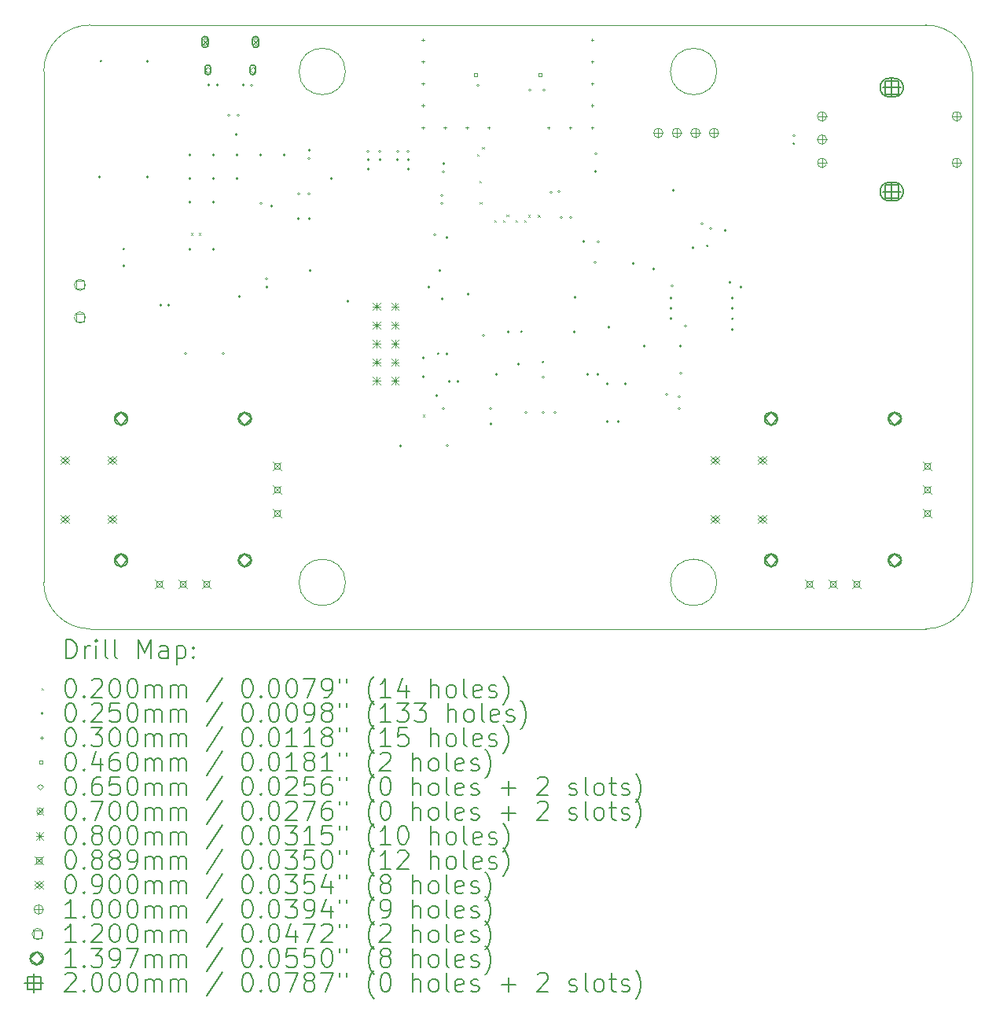
<source format=gbr>
%TF.GenerationSoftware,KiCad,Pcbnew,7.0.1*%
%TF.CreationDate,2023-10-12T07:58:31+02:00*%
%TF.ProjectId,Controller_board,436f6e74-726f-46c6-9c65-725f626f6172,rev?*%
%TF.SameCoordinates,Original*%
%TF.FileFunction,Drillmap*%
%TF.FilePolarity,Positive*%
%FSLAX45Y45*%
G04 Gerber Fmt 4.5, Leading zero omitted, Abs format (unit mm)*
G04 Created by KiCad (PCBNEW 7.0.1) date 2023-10-12 07:58:31*
%MOMM*%
%LPD*%
G01*
G04 APERTURE LIST*
%ADD10C,0.100000*%
%ADD11C,0.200000*%
%ADD12C,0.020000*%
%ADD13C,0.025000*%
%ADD14C,0.030000*%
%ADD15C,0.046000*%
%ADD16C,0.065000*%
%ADD17C,0.070000*%
%ADD18C,0.080000*%
%ADD19C,0.088900*%
%ADD20C,0.090000*%
%ADD21C,0.120000*%
%ADD22C,0.139700*%
G04 APERTURE END LIST*
D10*
X7000000Y-8000000D02*
G75*
G03*
X6500000Y-8500000I0J-500000D01*
G01*
X7000000Y-14500000D02*
X16000000Y-14500000D01*
X7000000Y-8000000D02*
X16000000Y-8000000D01*
X16500000Y-8500000D02*
X16500000Y-14000000D01*
X9750000Y-8500000D02*
G75*
G03*
X9750000Y-8500000I-250000J0D01*
G01*
X9750000Y-14000000D02*
G75*
G03*
X9750000Y-14000000I-250000J0D01*
G01*
X13750000Y-8500000D02*
G75*
G03*
X13750000Y-8500000I-250000J0D01*
G01*
X6500000Y-14000000D02*
G75*
G03*
X7000000Y-14500000I500000J0D01*
G01*
X16000000Y-14500000D02*
G75*
G03*
X16500000Y-14000000I0J500000D01*
G01*
X6500000Y-14000000D02*
X6500000Y-8500000D01*
X13750000Y-14000000D02*
G75*
G03*
X13750000Y-14000000I-250000J0D01*
G01*
X16500000Y-8500000D02*
G75*
G03*
X16000000Y-8000000I-500000J0D01*
G01*
D11*
D12*
X8087520Y-10238900D02*
X8107520Y-10258900D01*
X8107520Y-10238900D02*
X8087520Y-10258900D01*
X8168800Y-10238900D02*
X8188800Y-10258900D01*
X8188800Y-10238900D02*
X8168800Y-10258900D01*
X10581800Y-12194700D02*
X10601800Y-12214700D01*
X10601800Y-12194700D02*
X10581800Y-12214700D01*
X11166000Y-9388000D02*
X11186000Y-9408000D01*
X11186000Y-9388000D02*
X11166000Y-9408000D01*
X11191400Y-9674050D02*
X11211400Y-9694050D01*
X11211400Y-9674050D02*
X11191400Y-9694050D01*
X11197750Y-9902350D02*
X11217750Y-9922350D01*
X11217750Y-9902350D02*
X11197750Y-9922350D01*
X11221181Y-9311800D02*
X11241181Y-9331800D01*
X11241181Y-9311800D02*
X11221181Y-9331800D01*
X11356112Y-10099200D02*
X11376112Y-10119200D01*
X11376112Y-10099200D02*
X11356112Y-10119200D01*
X11447798Y-10101978D02*
X11467798Y-10121978D01*
X11467798Y-10101978D02*
X11447798Y-10121978D01*
X11483670Y-10041927D02*
X11503670Y-10061927D01*
X11503670Y-10041927D02*
X11483670Y-10061927D01*
X11583900Y-10100770D02*
X11603900Y-10120770D01*
X11603900Y-10100770D02*
X11583900Y-10120770D01*
X11676610Y-10101670D02*
X11696610Y-10121670D01*
X11696610Y-10101670D02*
X11676610Y-10121670D01*
X11717883Y-10043320D02*
X11737883Y-10063320D01*
X11737883Y-10043320D02*
X11717883Y-10063320D01*
X11821854Y-10046086D02*
X11841854Y-10066086D01*
X11841854Y-10046086D02*
X11821854Y-10066086D01*
D13*
X7111800Y-9634220D02*
G75*
G03*
X7111800Y-9634220I-12500J0D01*
G01*
X7127040Y-8389620D02*
G75*
G03*
X7127040Y-8389620I-12500J0D01*
G01*
X7372819Y-10412788D02*
G75*
G03*
X7372819Y-10412788I-12500J0D01*
G01*
X7373420Y-10591800D02*
G75*
G03*
X7373420Y-10591800I-12500J0D01*
G01*
X7627420Y-8389620D02*
G75*
G03*
X7627420Y-8389620I-12500J0D01*
G01*
X7629960Y-9634220D02*
G75*
G03*
X7629960Y-9634220I-12500J0D01*
G01*
X7772200Y-11015750D02*
G75*
G03*
X7772200Y-11015750I-12500J0D01*
G01*
X7861100Y-11015750D02*
G75*
G03*
X7861100Y-11015750I-12500J0D01*
G01*
X8038900Y-11536680D02*
G75*
G03*
X8038900Y-11536680I-12500J0D01*
G01*
X8089700Y-9398000D02*
G75*
G03*
X8089700Y-9398000I-12500J0D01*
G01*
X8089700Y-9652000D02*
G75*
G03*
X8089700Y-9652000I-12500J0D01*
G01*
X8089700Y-9906000D02*
G75*
G03*
X8089700Y-9906000I-12500J0D01*
G01*
X8089700Y-10414000D02*
G75*
G03*
X8089700Y-10414000I-12500J0D01*
G01*
X8291580Y-8646160D02*
G75*
G03*
X8291580Y-8646160I-12500J0D01*
G01*
X8343700Y-9398000D02*
G75*
G03*
X8343700Y-9398000I-12500J0D01*
G01*
X8343700Y-9652000D02*
G75*
G03*
X8343700Y-9652000I-12500J0D01*
G01*
X8343700Y-9906000D02*
G75*
G03*
X8343700Y-9906000I-12500J0D01*
G01*
X8343700Y-10414000D02*
G75*
G03*
X8343700Y-10414000I-12500J0D01*
G01*
X8383020Y-8646160D02*
G75*
G03*
X8383020Y-8646160I-12500J0D01*
G01*
X8445300Y-11536450D02*
G75*
G03*
X8445300Y-11536450I-12500J0D01*
G01*
X8502400Y-8971280D02*
G75*
G03*
X8502400Y-8971280I-12500J0D01*
G01*
X8585000Y-9180650D02*
G75*
G03*
X8585000Y-9180650I-12500J0D01*
G01*
X8597700Y-9398000D02*
G75*
G03*
X8597700Y-9398000I-12500J0D01*
G01*
X8597700Y-9652000D02*
G75*
G03*
X8597700Y-9652000I-12500J0D01*
G01*
X8609080Y-8971280D02*
G75*
G03*
X8609080Y-8971280I-12500J0D01*
G01*
X8623100Y-10923450D02*
G75*
G03*
X8623100Y-10923450I-12500J0D01*
G01*
X8664960Y-8646160D02*
G75*
G03*
X8664960Y-8646160I-12500J0D01*
G01*
X8751320Y-8646160D02*
G75*
G03*
X8751320Y-8646160I-12500J0D01*
G01*
X8851700Y-9398000D02*
G75*
G03*
X8851700Y-9398000I-12500J0D01*
G01*
X8851700Y-9918700D02*
G75*
G03*
X8851700Y-9918700I-12500J0D01*
G01*
X8915200Y-10732950D02*
G75*
G03*
X8915200Y-10732950I-12500J0D01*
G01*
X8917740Y-10820400D02*
G75*
G03*
X8917740Y-10820400I-12500J0D01*
G01*
X8967509Y-9949989D02*
G75*
G03*
X8967509Y-9949989I-12500J0D01*
G01*
X9105700Y-9398000D02*
G75*
G03*
X9105700Y-9398000I-12500J0D01*
G01*
X9258100Y-9817100D02*
G75*
G03*
X9258100Y-9817100I-12500J0D01*
G01*
X9258100Y-10083800D02*
G75*
G03*
X9258100Y-10083800I-12500J0D01*
G01*
X9372400Y-9347200D02*
G75*
G03*
X9372400Y-9347200I-12500J0D01*
G01*
X9372400Y-9436100D02*
G75*
G03*
X9372400Y-9436100I-12500J0D01*
G01*
X9372400Y-9817100D02*
G75*
G03*
X9372400Y-9817100I-12500J0D01*
G01*
X9372400Y-10083800D02*
G75*
G03*
X9372400Y-10083800I-12500J0D01*
G01*
X9385100Y-10642600D02*
G75*
G03*
X9385100Y-10642600I-12500J0D01*
G01*
X9613700Y-9652000D02*
G75*
G03*
X9613700Y-9652000I-12500J0D01*
G01*
X9791500Y-10972750D02*
G75*
G03*
X9791500Y-10972750I-12500J0D01*
G01*
X10007400Y-9359900D02*
G75*
G03*
X10007400Y-9359900I-12500J0D01*
G01*
X10007400Y-9448800D02*
G75*
G03*
X10007400Y-9448800I-12500J0D01*
G01*
X10007400Y-9550400D02*
G75*
G03*
X10007400Y-9550400I-12500J0D01*
G01*
X10134400Y-9359900D02*
G75*
G03*
X10134400Y-9359900I-12500J0D01*
G01*
X10134400Y-9448800D02*
G75*
G03*
X10134400Y-9448800I-12500J0D01*
G01*
X10324900Y-9359900D02*
G75*
G03*
X10324900Y-9359900I-12500J0D01*
G01*
X10324900Y-9448800D02*
G75*
G03*
X10324900Y-9448800I-12500J0D01*
G01*
X10355380Y-12528220D02*
G75*
G03*
X10355380Y-12528220I-12500J0D01*
G01*
X10439200Y-9359900D02*
G75*
G03*
X10439200Y-9359900I-12500J0D01*
G01*
X10439200Y-9448800D02*
G75*
G03*
X10439200Y-9448800I-12500J0D01*
G01*
X10439200Y-9550400D02*
G75*
G03*
X10439200Y-9550400I-12500J0D01*
G01*
X10604300Y-11582400D02*
G75*
G03*
X10604300Y-11582400I-12500J0D01*
G01*
X10604300Y-11785600D02*
G75*
G03*
X10604300Y-11785600I-12500J0D01*
G01*
X10659090Y-10820400D02*
G75*
G03*
X10659090Y-10820400I-12500J0D01*
G01*
X10724950Y-10255250D02*
G75*
G03*
X10724950Y-10255250I-12500J0D01*
G01*
X10744000Y-11988800D02*
G75*
G03*
X10744000Y-11988800I-12500J0D01*
G01*
X10759240Y-11539220D02*
G75*
G03*
X10759240Y-11539220I-12500J0D01*
G01*
X10782100Y-10642600D02*
G75*
G03*
X10782100Y-10642600I-12500J0D01*
G01*
X10802420Y-9833580D02*
G75*
G03*
X10802420Y-9833580I-12500J0D01*
G01*
X10802420Y-9919940D02*
G75*
G03*
X10802420Y-9919940I-12500J0D01*
G01*
X10807500Y-10947400D02*
G75*
G03*
X10807500Y-10947400I-12500J0D01*
G01*
X10820200Y-9489440D02*
G75*
G03*
X10820200Y-9489440I-12500J0D01*
G01*
X10820200Y-9580880D02*
G75*
G03*
X10820200Y-9580880I-12500J0D01*
G01*
X10820200Y-12128500D02*
G75*
G03*
X10820200Y-12128500I-12500J0D01*
G01*
X10853220Y-11539220D02*
G75*
G03*
X10853220Y-11539220I-12500J0D01*
G01*
X10858300Y-10287000D02*
G75*
G03*
X10858300Y-10287000I-12500J0D01*
G01*
X10858300Y-12528220D02*
G75*
G03*
X10858300Y-12528220I-12500J0D01*
G01*
X10879860Y-11837761D02*
G75*
G03*
X10879860Y-11837761I-12500J0D01*
G01*
X10971816Y-11838363D02*
G75*
G03*
X10971816Y-11838363I-12500J0D01*
G01*
X11086900Y-10896600D02*
G75*
G03*
X11086900Y-10896600I-12500J0D01*
G01*
X11188500Y-8648700D02*
G75*
G03*
X11188500Y-8648700I-12500J0D01*
G01*
X11252000Y-11342550D02*
G75*
G03*
X11252000Y-11342550I-12500J0D01*
G01*
X11328200Y-12128500D02*
G75*
G03*
X11328200Y-12128500I-12500J0D01*
G01*
X11328200Y-12293600D02*
G75*
G03*
X11328200Y-12293600I-12500J0D01*
G01*
X11391700Y-11760200D02*
G75*
G03*
X11391700Y-11760200I-12500J0D01*
G01*
X11518700Y-11303000D02*
G75*
G03*
X11518700Y-11303000I-12500J0D01*
G01*
X11628127Y-11650773D02*
G75*
G03*
X11628127Y-11650773I-12500J0D01*
G01*
X11655860Y-11303000D02*
G75*
G03*
X11655860Y-11303000I-12500J0D01*
G01*
X11706660Y-12170440D02*
G75*
G03*
X11706660Y-12170440I-12500J0D01*
G01*
X11747300Y-8698200D02*
G75*
G03*
X11747300Y-8698200I-12500J0D01*
G01*
X11889540Y-11628120D02*
G75*
G03*
X11889540Y-11628120I-12500J0D01*
G01*
X11889540Y-11790680D02*
G75*
G03*
X11889540Y-11790680I-12500J0D01*
G01*
X11889540Y-12170440D02*
G75*
G03*
X11889540Y-12170440I-12500J0D01*
G01*
X11899700Y-8698200D02*
G75*
G03*
X11899700Y-8698200I-12500J0D01*
G01*
X11974170Y-9801520D02*
G75*
G03*
X11974170Y-9801520I-12500J0D01*
G01*
X12016540Y-12170440D02*
G75*
G03*
X12016540Y-12170440I-12500J0D01*
G01*
X12064800Y-9791700D02*
G75*
G03*
X12064800Y-9791700I-12500J0D01*
G01*
X12088470Y-10073300D02*
G75*
G03*
X12088470Y-10073300I-12500J0D01*
G01*
X12191800Y-10071100D02*
G75*
G03*
X12191800Y-10071100I-12500J0D01*
G01*
X12229900Y-11303000D02*
G75*
G03*
X12229900Y-11303000I-12500J0D01*
G01*
X12234150Y-10932050D02*
G75*
G03*
X12234150Y-10932050I-12500J0D01*
G01*
X12329337Y-10329700D02*
G75*
G03*
X12329337Y-10329700I-12500J0D01*
G01*
X12369600Y-11760200D02*
G75*
G03*
X12369600Y-11760200I-12500J0D01*
G01*
X12452200Y-10553700D02*
G75*
G03*
X12452200Y-10553700I-12500J0D01*
G01*
X12458500Y-9385300D02*
G75*
G03*
X12458500Y-9385300I-12500J0D01*
G01*
X12458500Y-9575800D02*
G75*
G03*
X12458500Y-9575800I-12500J0D01*
G01*
X12483726Y-11761572D02*
G75*
G03*
X12483726Y-11761572I-12500J0D01*
G01*
X12485287Y-10330476D02*
G75*
G03*
X12485287Y-10330476I-12500J0D01*
G01*
X12585500Y-11861800D02*
G75*
G03*
X12585500Y-11861800I-12500J0D01*
G01*
X12585500Y-12268200D02*
G75*
G03*
X12585500Y-12268200I-12500J0D01*
G01*
X12598200Y-11252200D02*
G75*
G03*
X12598200Y-11252200I-12500J0D01*
G01*
X12699800Y-12268200D02*
G75*
G03*
X12699800Y-12268200I-12500J0D01*
G01*
X12776000Y-11861800D02*
G75*
G03*
X12776000Y-11861800I-12500J0D01*
G01*
X12864900Y-10566400D02*
G75*
G03*
X12864900Y-10566400I-12500J0D01*
G01*
X12979200Y-11455400D02*
G75*
G03*
X12979200Y-11455400I-12500J0D01*
G01*
X13083340Y-10627360D02*
G75*
G03*
X13083340Y-10627360I-12500J0D01*
G01*
X13220500Y-11976100D02*
G75*
G03*
X13220500Y-11976100I-12500J0D01*
G01*
X13268760Y-11160760D02*
G75*
G03*
X13268760Y-11160760I-12500J0D01*
G01*
X13271300Y-10939780D02*
G75*
G03*
X13271300Y-10939780I-12500J0D01*
G01*
X13271300Y-11049000D02*
G75*
G03*
X13271300Y-11049000I-12500J0D01*
G01*
X13280520Y-10807700D02*
G75*
G03*
X13280520Y-10807700I-12500J0D01*
G01*
X13296700Y-9779000D02*
G75*
G03*
X13296700Y-9779000I-12500J0D01*
G01*
X13360200Y-12001500D02*
G75*
G03*
X13360200Y-12001500I-12500J0D01*
G01*
X13360200Y-12128500D02*
G75*
G03*
X13360200Y-12128500I-12500J0D01*
G01*
X13372900Y-11455400D02*
G75*
G03*
X13372900Y-11455400I-12500J0D01*
G01*
X13372900Y-11747500D02*
G75*
G03*
X13372900Y-11747500I-12500J0D01*
G01*
X13424790Y-11239500D02*
G75*
G03*
X13424790Y-11239500I-12500J0D01*
G01*
X13504980Y-10398760D02*
G75*
G03*
X13504980Y-10398760I-12500J0D01*
G01*
X13601500Y-10138380D02*
G75*
G03*
X13601500Y-10138380I-12500J0D01*
G01*
X13660590Y-10379253D02*
G75*
G03*
X13660590Y-10379253I-12500J0D01*
G01*
X13696720Y-10191720D02*
G75*
G03*
X13696720Y-10191720I-12500J0D01*
G01*
X13850420Y-10210800D02*
G75*
G03*
X13850420Y-10210800I-12500J0D01*
G01*
X13906300Y-10769600D02*
G75*
G03*
X13906300Y-10769600I-12500J0D01*
G01*
X13931700Y-10939780D02*
G75*
G03*
X13931700Y-10939780I-12500J0D01*
G01*
X13931700Y-11049000D02*
G75*
G03*
X13931700Y-11049000I-12500J0D01*
G01*
X13931700Y-11160760D02*
G75*
G03*
X13931700Y-11160760I-12500J0D01*
G01*
X13931700Y-11277600D02*
G75*
G03*
X13931700Y-11277600I-12500J0D01*
G01*
X14020600Y-10820400D02*
G75*
G03*
X14020600Y-10820400I-12500J0D01*
G01*
X14592100Y-9192260D02*
G75*
G03*
X14592100Y-9192260I-12500J0D01*
G01*
X14592100Y-9278620D02*
G75*
G03*
X14592100Y-9278620I-12500J0D01*
G01*
D14*
X10584180Y-8143480D02*
X10584180Y-8173480D01*
X10569180Y-8158480D02*
X10599180Y-8158480D01*
X10584180Y-8379700D02*
X10584180Y-8409700D01*
X10569180Y-8394700D02*
X10599180Y-8394700D01*
X10584180Y-8615920D02*
X10584180Y-8645920D01*
X10569180Y-8630920D02*
X10599180Y-8630920D01*
X10584180Y-8852140D02*
X10584180Y-8882140D01*
X10569180Y-8867140D02*
X10599180Y-8867140D01*
X10584180Y-9090900D02*
X10584180Y-9120900D01*
X10569180Y-9105900D02*
X10599180Y-9105900D01*
X10820400Y-9090900D02*
X10820400Y-9120900D01*
X10805400Y-9105900D02*
X10835400Y-9105900D01*
X11056620Y-9090900D02*
X11056620Y-9120900D01*
X11041620Y-9105900D02*
X11071620Y-9105900D01*
X11292840Y-9090900D02*
X11292840Y-9120900D01*
X11277840Y-9105900D02*
X11307840Y-9105900D01*
X11935460Y-9090900D02*
X11935460Y-9120900D01*
X11920460Y-9105900D02*
X11950460Y-9105900D01*
X12171680Y-9090900D02*
X12171680Y-9120900D01*
X12156680Y-9105900D02*
X12186680Y-9105900D01*
X12407900Y-8143480D02*
X12407900Y-8173480D01*
X12392900Y-8158480D02*
X12422900Y-8158480D01*
X12407900Y-8379700D02*
X12407900Y-8409700D01*
X12392900Y-8394700D02*
X12422900Y-8394700D01*
X12407900Y-8615920D02*
X12407900Y-8645920D01*
X12392900Y-8630920D02*
X12422900Y-8630920D01*
X12407900Y-8852140D02*
X12407900Y-8882140D01*
X12392900Y-8867140D02*
X12422900Y-8867140D01*
X12407900Y-9090900D02*
X12407900Y-9120900D01*
X12392900Y-9105900D02*
X12422900Y-9105900D01*
D15*
X11167014Y-8554524D02*
X11167014Y-8521996D01*
X11134486Y-8521996D01*
X11134486Y-8554524D01*
X11167014Y-8554524D01*
X11865514Y-8554524D02*
X11865514Y-8521996D01*
X11832986Y-8521996D01*
X11832986Y-8554524D01*
X11865514Y-8554524D01*
D16*
X8267700Y-8515440D02*
X8300200Y-8482940D01*
X8267700Y-8450440D01*
X8235200Y-8482940D01*
X8267700Y-8515440D01*
D11*
X8235200Y-8462940D02*
X8235200Y-8502940D01*
X8235200Y-8502940D02*
G75*
G03*
X8300200Y-8502940I32500J0D01*
G01*
X8300200Y-8502940D02*
X8300200Y-8462940D01*
X8300200Y-8462940D02*
G75*
G03*
X8235200Y-8462940I-32500J0D01*
G01*
D16*
X8751700Y-8515440D02*
X8784200Y-8482940D01*
X8751700Y-8450440D01*
X8719200Y-8482940D01*
X8751700Y-8515440D01*
D11*
X8719200Y-8462940D02*
X8719200Y-8502940D01*
X8719200Y-8502940D02*
G75*
G03*
X8784200Y-8502940I32500J0D01*
G01*
X8784200Y-8502940D02*
X8784200Y-8462940D01*
X8784200Y-8462940D02*
G75*
G03*
X8719200Y-8462940I-32500J0D01*
G01*
D17*
X8201700Y-8147940D02*
X8271700Y-8217940D01*
X8271700Y-8147940D02*
X8201700Y-8217940D01*
X8271700Y-8182940D02*
G75*
G03*
X8271700Y-8182940I-35000J0D01*
G01*
D11*
X8201700Y-8157940D02*
X8201700Y-8207940D01*
X8201700Y-8207940D02*
G75*
G03*
X8271700Y-8207940I35000J0D01*
G01*
X8271700Y-8207940D02*
X8271700Y-8157940D01*
X8271700Y-8157940D02*
G75*
G03*
X8201700Y-8157940I-35000J0D01*
G01*
D17*
X8747700Y-8147940D02*
X8817700Y-8217940D01*
X8817700Y-8147940D02*
X8747700Y-8217940D01*
X8817700Y-8182940D02*
G75*
G03*
X8817700Y-8182940I-35000J0D01*
G01*
D11*
X8747700Y-8157940D02*
X8747700Y-8207940D01*
X8747700Y-8207940D02*
G75*
G03*
X8817700Y-8207940I35000J0D01*
G01*
X8817700Y-8207940D02*
X8817700Y-8157940D01*
X8817700Y-8157940D02*
G75*
G03*
X8747700Y-8157940I-35000J0D01*
G01*
D18*
X10045400Y-10990000D02*
X10125400Y-11070000D01*
X10125400Y-10990000D02*
X10045400Y-11070000D01*
X10085400Y-10990000D02*
X10085400Y-11070000D01*
X10045400Y-11030000D02*
X10125400Y-11030000D01*
X10045400Y-11190000D02*
X10125400Y-11270000D01*
X10125400Y-11190000D02*
X10045400Y-11270000D01*
X10085400Y-11190000D02*
X10085400Y-11270000D01*
X10045400Y-11230000D02*
X10125400Y-11230000D01*
X10045400Y-11390000D02*
X10125400Y-11470000D01*
X10125400Y-11390000D02*
X10045400Y-11470000D01*
X10085400Y-11390000D02*
X10085400Y-11470000D01*
X10045400Y-11430000D02*
X10125400Y-11430000D01*
X10045400Y-11590000D02*
X10125400Y-11670000D01*
X10125400Y-11590000D02*
X10045400Y-11670000D01*
X10085400Y-11590000D02*
X10085400Y-11670000D01*
X10045400Y-11630000D02*
X10125400Y-11630000D01*
X10045400Y-11790000D02*
X10125400Y-11870000D01*
X10125400Y-11790000D02*
X10045400Y-11870000D01*
X10085400Y-11790000D02*
X10085400Y-11870000D01*
X10045400Y-11830000D02*
X10125400Y-11830000D01*
X10245400Y-10990000D02*
X10325400Y-11070000D01*
X10325400Y-10990000D02*
X10245400Y-11070000D01*
X10285400Y-10990000D02*
X10285400Y-11070000D01*
X10245400Y-11030000D02*
X10325400Y-11030000D01*
X10245400Y-11190000D02*
X10325400Y-11270000D01*
X10325400Y-11190000D02*
X10245400Y-11270000D01*
X10285400Y-11190000D02*
X10285400Y-11270000D01*
X10245400Y-11230000D02*
X10325400Y-11230000D01*
X10245400Y-11390000D02*
X10325400Y-11470000D01*
X10325400Y-11390000D02*
X10245400Y-11470000D01*
X10285400Y-11390000D02*
X10285400Y-11470000D01*
X10245400Y-11430000D02*
X10325400Y-11430000D01*
X10245400Y-11590000D02*
X10325400Y-11670000D01*
X10325400Y-11590000D02*
X10245400Y-11670000D01*
X10285400Y-11590000D02*
X10285400Y-11670000D01*
X10245400Y-11630000D02*
X10325400Y-11630000D01*
X10245400Y-11790000D02*
X10325400Y-11870000D01*
X10325400Y-11790000D02*
X10245400Y-11870000D01*
X10285400Y-11790000D02*
X10285400Y-11870000D01*
X10245400Y-11830000D02*
X10325400Y-11830000D01*
D19*
X7701550Y-13971550D02*
X7790450Y-14060450D01*
X7790450Y-13971550D02*
X7701550Y-14060450D01*
X7777431Y-14047431D02*
X7777431Y-13984569D01*
X7714569Y-13984569D01*
X7714569Y-14047431D01*
X7777431Y-14047431D01*
X7955550Y-13971550D02*
X8044450Y-14060450D01*
X8044450Y-13971550D02*
X7955550Y-14060450D01*
X8031431Y-14047431D02*
X8031431Y-13984569D01*
X7968569Y-13984569D01*
X7968569Y-14047431D01*
X8031431Y-14047431D01*
X8209550Y-13971550D02*
X8298450Y-14060450D01*
X8298450Y-13971550D02*
X8209550Y-14060450D01*
X8285431Y-14047431D02*
X8285431Y-13984569D01*
X8222569Y-13984569D01*
X8222569Y-14047431D01*
X8285431Y-14047431D01*
X8971550Y-12701550D02*
X9060450Y-12790450D01*
X9060450Y-12701550D02*
X8971550Y-12790450D01*
X9047431Y-12777431D02*
X9047431Y-12714569D01*
X8984569Y-12714569D01*
X8984569Y-12777431D01*
X9047431Y-12777431D01*
X8971550Y-12955550D02*
X9060450Y-13044450D01*
X9060450Y-12955550D02*
X8971550Y-13044450D01*
X9047431Y-13031431D02*
X9047431Y-12968569D01*
X8984569Y-12968569D01*
X8984569Y-13031431D01*
X9047431Y-13031431D01*
X8971550Y-13209550D02*
X9060450Y-13298450D01*
X9060450Y-13209550D02*
X8971550Y-13298450D01*
X9047431Y-13285431D02*
X9047431Y-13222569D01*
X8984569Y-13222569D01*
X8984569Y-13285431D01*
X9047431Y-13285431D01*
X14701550Y-13971550D02*
X14790450Y-14060450D01*
X14790450Y-13971550D02*
X14701550Y-14060450D01*
X14777431Y-14047431D02*
X14777431Y-13984569D01*
X14714569Y-13984569D01*
X14714569Y-14047431D01*
X14777431Y-14047431D01*
X14955550Y-13971550D02*
X15044450Y-14060450D01*
X15044450Y-13971550D02*
X14955550Y-14060450D01*
X15031431Y-14047431D02*
X15031431Y-13984569D01*
X14968569Y-13984569D01*
X14968569Y-14047431D01*
X15031431Y-14047431D01*
X15209550Y-13971550D02*
X15298450Y-14060450D01*
X15298450Y-13971550D02*
X15209550Y-14060450D01*
X15285431Y-14047431D02*
X15285431Y-13984569D01*
X15222569Y-13984569D01*
X15222569Y-14047431D01*
X15285431Y-14047431D01*
X15971550Y-12701550D02*
X16060450Y-12790450D01*
X16060450Y-12701550D02*
X15971550Y-12790450D01*
X16047431Y-12777431D02*
X16047431Y-12714569D01*
X15984569Y-12714569D01*
X15984569Y-12777431D01*
X16047431Y-12777431D01*
X15971550Y-12955550D02*
X16060450Y-13044450D01*
X16060450Y-12955550D02*
X15971550Y-13044450D01*
X16047431Y-13031431D02*
X16047431Y-12968569D01*
X15984569Y-12968569D01*
X15984569Y-13031431D01*
X16047431Y-13031431D01*
X15971550Y-13209550D02*
X16060450Y-13298450D01*
X16060450Y-13209550D02*
X15971550Y-13298450D01*
X16047431Y-13285431D02*
X16047431Y-13222569D01*
X15984569Y-13222569D01*
X15984569Y-13285431D01*
X16047431Y-13285431D01*
D20*
X6685000Y-12637500D02*
X6775000Y-12727500D01*
X6775000Y-12637500D02*
X6685000Y-12727500D01*
X6730000Y-12727500D02*
X6775000Y-12682500D01*
X6730000Y-12637500D01*
X6685000Y-12682500D01*
X6730000Y-12727500D01*
X6685000Y-13272500D02*
X6775000Y-13362500D01*
X6775000Y-13272500D02*
X6685000Y-13362500D01*
X6730000Y-13362500D02*
X6775000Y-13317500D01*
X6730000Y-13272500D01*
X6685000Y-13317500D01*
X6730000Y-13362500D01*
X7193000Y-12637500D02*
X7283000Y-12727500D01*
X7283000Y-12637500D02*
X7193000Y-12727500D01*
X7238000Y-12727500D02*
X7283000Y-12682500D01*
X7238000Y-12637500D01*
X7193000Y-12682500D01*
X7238000Y-12727500D01*
X7193000Y-13272500D02*
X7283000Y-13362500D01*
X7283000Y-13272500D02*
X7193000Y-13362500D01*
X7238000Y-13362500D02*
X7283000Y-13317500D01*
X7238000Y-13272500D01*
X7193000Y-13317500D01*
X7238000Y-13362500D01*
X13685000Y-12637500D02*
X13775000Y-12727500D01*
X13775000Y-12637500D02*
X13685000Y-12727500D01*
X13730000Y-12727500D02*
X13775000Y-12682500D01*
X13730000Y-12637500D01*
X13685000Y-12682500D01*
X13730000Y-12727500D01*
X13685000Y-13272500D02*
X13775000Y-13362500D01*
X13775000Y-13272500D02*
X13685000Y-13362500D01*
X13730000Y-13362500D02*
X13775000Y-13317500D01*
X13730000Y-13272500D01*
X13685000Y-13317500D01*
X13730000Y-13362500D01*
X14193000Y-12637500D02*
X14283000Y-12727500D01*
X14283000Y-12637500D02*
X14193000Y-12727500D01*
X14238000Y-12727500D02*
X14283000Y-12682500D01*
X14238000Y-12637500D01*
X14193000Y-12682500D01*
X14238000Y-12727500D01*
X14193000Y-13272500D02*
X14283000Y-13362500D01*
X14283000Y-13272500D02*
X14193000Y-13362500D01*
X14238000Y-13362500D02*
X14283000Y-13317500D01*
X14238000Y-13272500D01*
X14193000Y-13317500D01*
X14238000Y-13362500D01*
D10*
X13119100Y-9111000D02*
X13119100Y-9211000D01*
X13069100Y-9161000D02*
X13169100Y-9161000D01*
X13169100Y-9161000D02*
G75*
G03*
X13169100Y-9161000I-50000J0D01*
G01*
X13319100Y-9111000D02*
X13319100Y-9211000D01*
X13269100Y-9161000D02*
X13369100Y-9161000D01*
X13369100Y-9161000D02*
G75*
G03*
X13369100Y-9161000I-50000J0D01*
G01*
X13519100Y-9111000D02*
X13519100Y-9211000D01*
X13469100Y-9161000D02*
X13569100Y-9161000D01*
X13569100Y-9161000D02*
G75*
G03*
X13569100Y-9161000I-50000J0D01*
G01*
X13719100Y-9111000D02*
X13719100Y-9211000D01*
X13669100Y-9161000D02*
X13769100Y-9161000D01*
X13769100Y-9161000D02*
G75*
G03*
X13769100Y-9161000I-50000J0D01*
G01*
X14883300Y-8932900D02*
X14883300Y-9032900D01*
X14833300Y-8982900D02*
X14933300Y-8982900D01*
X14933300Y-8982900D02*
G75*
G03*
X14933300Y-8982900I-50000J0D01*
G01*
X14883300Y-9182900D02*
X14883300Y-9282900D01*
X14833300Y-9232900D02*
X14933300Y-9232900D01*
X14933300Y-9232900D02*
G75*
G03*
X14933300Y-9232900I-50000J0D01*
G01*
X14883300Y-9432900D02*
X14883300Y-9532900D01*
X14833300Y-9482900D02*
X14933300Y-9482900D01*
X14933300Y-9482900D02*
G75*
G03*
X14933300Y-9482900I-50000J0D01*
G01*
X16333300Y-8932900D02*
X16333300Y-9032900D01*
X16283300Y-8982900D02*
X16383300Y-8982900D01*
X16383300Y-8982900D02*
G75*
G03*
X16383300Y-8982900I-50000J0D01*
G01*
X16333300Y-9432900D02*
X16333300Y-9532900D01*
X16283300Y-9482900D02*
X16383300Y-9482900D01*
X16383300Y-9482900D02*
G75*
G03*
X16383300Y-9482900I-50000J0D01*
G01*
D21*
X6932327Y-10840227D02*
X6932327Y-10755373D01*
X6847473Y-10755373D01*
X6847473Y-10840227D01*
X6932327Y-10840227D01*
X6949900Y-10797800D02*
G75*
G03*
X6949900Y-10797800I-60000J0D01*
G01*
X6932327Y-11190227D02*
X6932327Y-11105373D01*
X6847473Y-11105373D01*
X6847473Y-11190227D01*
X6932327Y-11190227D01*
X6949900Y-11147800D02*
G75*
G03*
X6949900Y-11147800I-60000J0D01*
G01*
D22*
X7333250Y-12307850D02*
X7403100Y-12238000D01*
X7333250Y-12168150D01*
X7263400Y-12238000D01*
X7333250Y-12307850D01*
X7403100Y-12238000D02*
G75*
G03*
X7403100Y-12238000I-69850J0D01*
G01*
X7333250Y-13831850D02*
X7403100Y-13762000D01*
X7333250Y-13692150D01*
X7263400Y-13762000D01*
X7333250Y-13831850D01*
X7403100Y-13762000D02*
G75*
G03*
X7403100Y-13762000I-69850J0D01*
G01*
X8666750Y-12307850D02*
X8736600Y-12238000D01*
X8666750Y-12168150D01*
X8596900Y-12238000D01*
X8666750Y-12307850D01*
X8736600Y-12238000D02*
G75*
G03*
X8736600Y-12238000I-69850J0D01*
G01*
X8666750Y-13831850D02*
X8736600Y-13762000D01*
X8666750Y-13692150D01*
X8596900Y-13762000D01*
X8666750Y-13831850D01*
X8736600Y-13762000D02*
G75*
G03*
X8736600Y-13762000I-69850J0D01*
G01*
X14333250Y-12307850D02*
X14403100Y-12238000D01*
X14333250Y-12168150D01*
X14263400Y-12238000D01*
X14333250Y-12307850D01*
X14403100Y-12238000D02*
G75*
G03*
X14403100Y-12238000I-69850J0D01*
G01*
X14333250Y-13831850D02*
X14403100Y-13762000D01*
X14333250Y-13692150D01*
X14263400Y-13762000D01*
X14333250Y-13831850D01*
X14403100Y-13762000D02*
G75*
G03*
X14403100Y-13762000I-69850J0D01*
G01*
X15666750Y-12307850D02*
X15736600Y-12238000D01*
X15666750Y-12168150D01*
X15596900Y-12238000D01*
X15666750Y-12307850D01*
X15736600Y-12238000D02*
G75*
G03*
X15736600Y-12238000I-69850J0D01*
G01*
X15666750Y-13831850D02*
X15736600Y-13762000D01*
X15666750Y-13692150D01*
X15596900Y-13762000D01*
X15666750Y-13831850D01*
X15736600Y-13762000D02*
G75*
G03*
X15736600Y-13762000I-69850J0D01*
G01*
D11*
X15633300Y-8572900D02*
X15633300Y-8772900D01*
X15533300Y-8672900D02*
X15733300Y-8672900D01*
X15704011Y-8743611D02*
X15704011Y-8602189D01*
X15562589Y-8602189D01*
X15562589Y-8743611D01*
X15704011Y-8743611D01*
X15608300Y-8772900D02*
X15658300Y-8772900D01*
X15658300Y-8772900D02*
G75*
G03*
X15658300Y-8572900I0J100000D01*
G01*
X15658300Y-8572900D02*
X15608300Y-8572900D01*
X15608300Y-8572900D02*
G75*
G03*
X15608300Y-8772900I0J-100000D01*
G01*
X15633300Y-9692900D02*
X15633300Y-9892900D01*
X15533300Y-9792900D02*
X15733300Y-9792900D01*
X15704011Y-9863611D02*
X15704011Y-9722189D01*
X15562589Y-9722189D01*
X15562589Y-9863611D01*
X15704011Y-9863611D01*
X15608300Y-9892900D02*
X15658300Y-9892900D01*
X15658300Y-9892900D02*
G75*
G03*
X15658300Y-9692900I0J100000D01*
G01*
X15658300Y-9692900D02*
X15608300Y-9692900D01*
X15608300Y-9692900D02*
G75*
G03*
X15608300Y-9892900I0J-100000D01*
G01*
X6742619Y-14817524D02*
X6742619Y-14617524D01*
X6742619Y-14617524D02*
X6790238Y-14617524D01*
X6790238Y-14617524D02*
X6818809Y-14627048D01*
X6818809Y-14627048D02*
X6837857Y-14646095D01*
X6837857Y-14646095D02*
X6847381Y-14665143D01*
X6847381Y-14665143D02*
X6856905Y-14703238D01*
X6856905Y-14703238D02*
X6856905Y-14731809D01*
X6856905Y-14731809D02*
X6847381Y-14769905D01*
X6847381Y-14769905D02*
X6837857Y-14788952D01*
X6837857Y-14788952D02*
X6818809Y-14808000D01*
X6818809Y-14808000D02*
X6790238Y-14817524D01*
X6790238Y-14817524D02*
X6742619Y-14817524D01*
X6942619Y-14817524D02*
X6942619Y-14684190D01*
X6942619Y-14722286D02*
X6952143Y-14703238D01*
X6952143Y-14703238D02*
X6961667Y-14693714D01*
X6961667Y-14693714D02*
X6980714Y-14684190D01*
X6980714Y-14684190D02*
X6999762Y-14684190D01*
X7066428Y-14817524D02*
X7066428Y-14684190D01*
X7066428Y-14617524D02*
X7056905Y-14627048D01*
X7056905Y-14627048D02*
X7066428Y-14636571D01*
X7066428Y-14636571D02*
X7075952Y-14627048D01*
X7075952Y-14627048D02*
X7066428Y-14617524D01*
X7066428Y-14617524D02*
X7066428Y-14636571D01*
X7190238Y-14817524D02*
X7171190Y-14808000D01*
X7171190Y-14808000D02*
X7161667Y-14788952D01*
X7161667Y-14788952D02*
X7161667Y-14617524D01*
X7295000Y-14817524D02*
X7275952Y-14808000D01*
X7275952Y-14808000D02*
X7266428Y-14788952D01*
X7266428Y-14788952D02*
X7266428Y-14617524D01*
X7523571Y-14817524D02*
X7523571Y-14617524D01*
X7523571Y-14617524D02*
X7590238Y-14760381D01*
X7590238Y-14760381D02*
X7656905Y-14617524D01*
X7656905Y-14617524D02*
X7656905Y-14817524D01*
X7837857Y-14817524D02*
X7837857Y-14712762D01*
X7837857Y-14712762D02*
X7828333Y-14693714D01*
X7828333Y-14693714D02*
X7809286Y-14684190D01*
X7809286Y-14684190D02*
X7771190Y-14684190D01*
X7771190Y-14684190D02*
X7752143Y-14693714D01*
X7837857Y-14808000D02*
X7818809Y-14817524D01*
X7818809Y-14817524D02*
X7771190Y-14817524D01*
X7771190Y-14817524D02*
X7752143Y-14808000D01*
X7752143Y-14808000D02*
X7742619Y-14788952D01*
X7742619Y-14788952D02*
X7742619Y-14769905D01*
X7742619Y-14769905D02*
X7752143Y-14750857D01*
X7752143Y-14750857D02*
X7771190Y-14741333D01*
X7771190Y-14741333D02*
X7818809Y-14741333D01*
X7818809Y-14741333D02*
X7837857Y-14731809D01*
X7933095Y-14684190D02*
X7933095Y-14884190D01*
X7933095Y-14693714D02*
X7952143Y-14684190D01*
X7952143Y-14684190D02*
X7990238Y-14684190D01*
X7990238Y-14684190D02*
X8009286Y-14693714D01*
X8009286Y-14693714D02*
X8018809Y-14703238D01*
X8018809Y-14703238D02*
X8028333Y-14722286D01*
X8028333Y-14722286D02*
X8028333Y-14779428D01*
X8028333Y-14779428D02*
X8018809Y-14798476D01*
X8018809Y-14798476D02*
X8009286Y-14808000D01*
X8009286Y-14808000D02*
X7990238Y-14817524D01*
X7990238Y-14817524D02*
X7952143Y-14817524D01*
X7952143Y-14817524D02*
X7933095Y-14808000D01*
X8114048Y-14798476D02*
X8123571Y-14808000D01*
X8123571Y-14808000D02*
X8114048Y-14817524D01*
X8114048Y-14817524D02*
X8104524Y-14808000D01*
X8104524Y-14808000D02*
X8114048Y-14798476D01*
X8114048Y-14798476D02*
X8114048Y-14817524D01*
X8114048Y-14693714D02*
X8123571Y-14703238D01*
X8123571Y-14703238D02*
X8114048Y-14712762D01*
X8114048Y-14712762D02*
X8104524Y-14703238D01*
X8104524Y-14703238D02*
X8114048Y-14693714D01*
X8114048Y-14693714D02*
X8114048Y-14712762D01*
D12*
X6475000Y-15135000D02*
X6495000Y-15155000D01*
X6495000Y-15135000D02*
X6475000Y-15155000D01*
D11*
X6780714Y-15037524D02*
X6799762Y-15037524D01*
X6799762Y-15037524D02*
X6818809Y-15047048D01*
X6818809Y-15047048D02*
X6828333Y-15056571D01*
X6828333Y-15056571D02*
X6837857Y-15075619D01*
X6837857Y-15075619D02*
X6847381Y-15113714D01*
X6847381Y-15113714D02*
X6847381Y-15161333D01*
X6847381Y-15161333D02*
X6837857Y-15199428D01*
X6837857Y-15199428D02*
X6828333Y-15218476D01*
X6828333Y-15218476D02*
X6818809Y-15228000D01*
X6818809Y-15228000D02*
X6799762Y-15237524D01*
X6799762Y-15237524D02*
X6780714Y-15237524D01*
X6780714Y-15237524D02*
X6761667Y-15228000D01*
X6761667Y-15228000D02*
X6752143Y-15218476D01*
X6752143Y-15218476D02*
X6742619Y-15199428D01*
X6742619Y-15199428D02*
X6733095Y-15161333D01*
X6733095Y-15161333D02*
X6733095Y-15113714D01*
X6733095Y-15113714D02*
X6742619Y-15075619D01*
X6742619Y-15075619D02*
X6752143Y-15056571D01*
X6752143Y-15056571D02*
X6761667Y-15047048D01*
X6761667Y-15047048D02*
X6780714Y-15037524D01*
X6933095Y-15218476D02*
X6942619Y-15228000D01*
X6942619Y-15228000D02*
X6933095Y-15237524D01*
X6933095Y-15237524D02*
X6923571Y-15228000D01*
X6923571Y-15228000D02*
X6933095Y-15218476D01*
X6933095Y-15218476D02*
X6933095Y-15237524D01*
X7018809Y-15056571D02*
X7028333Y-15047048D01*
X7028333Y-15047048D02*
X7047381Y-15037524D01*
X7047381Y-15037524D02*
X7095000Y-15037524D01*
X7095000Y-15037524D02*
X7114048Y-15047048D01*
X7114048Y-15047048D02*
X7123571Y-15056571D01*
X7123571Y-15056571D02*
X7133095Y-15075619D01*
X7133095Y-15075619D02*
X7133095Y-15094667D01*
X7133095Y-15094667D02*
X7123571Y-15123238D01*
X7123571Y-15123238D02*
X7009286Y-15237524D01*
X7009286Y-15237524D02*
X7133095Y-15237524D01*
X7256905Y-15037524D02*
X7275952Y-15037524D01*
X7275952Y-15037524D02*
X7295000Y-15047048D01*
X7295000Y-15047048D02*
X7304524Y-15056571D01*
X7304524Y-15056571D02*
X7314048Y-15075619D01*
X7314048Y-15075619D02*
X7323571Y-15113714D01*
X7323571Y-15113714D02*
X7323571Y-15161333D01*
X7323571Y-15161333D02*
X7314048Y-15199428D01*
X7314048Y-15199428D02*
X7304524Y-15218476D01*
X7304524Y-15218476D02*
X7295000Y-15228000D01*
X7295000Y-15228000D02*
X7275952Y-15237524D01*
X7275952Y-15237524D02*
X7256905Y-15237524D01*
X7256905Y-15237524D02*
X7237857Y-15228000D01*
X7237857Y-15228000D02*
X7228333Y-15218476D01*
X7228333Y-15218476D02*
X7218809Y-15199428D01*
X7218809Y-15199428D02*
X7209286Y-15161333D01*
X7209286Y-15161333D02*
X7209286Y-15113714D01*
X7209286Y-15113714D02*
X7218809Y-15075619D01*
X7218809Y-15075619D02*
X7228333Y-15056571D01*
X7228333Y-15056571D02*
X7237857Y-15047048D01*
X7237857Y-15047048D02*
X7256905Y-15037524D01*
X7447381Y-15037524D02*
X7466429Y-15037524D01*
X7466429Y-15037524D02*
X7485476Y-15047048D01*
X7485476Y-15047048D02*
X7495000Y-15056571D01*
X7495000Y-15056571D02*
X7504524Y-15075619D01*
X7504524Y-15075619D02*
X7514048Y-15113714D01*
X7514048Y-15113714D02*
X7514048Y-15161333D01*
X7514048Y-15161333D02*
X7504524Y-15199428D01*
X7504524Y-15199428D02*
X7495000Y-15218476D01*
X7495000Y-15218476D02*
X7485476Y-15228000D01*
X7485476Y-15228000D02*
X7466429Y-15237524D01*
X7466429Y-15237524D02*
X7447381Y-15237524D01*
X7447381Y-15237524D02*
X7428333Y-15228000D01*
X7428333Y-15228000D02*
X7418809Y-15218476D01*
X7418809Y-15218476D02*
X7409286Y-15199428D01*
X7409286Y-15199428D02*
X7399762Y-15161333D01*
X7399762Y-15161333D02*
X7399762Y-15113714D01*
X7399762Y-15113714D02*
X7409286Y-15075619D01*
X7409286Y-15075619D02*
X7418809Y-15056571D01*
X7418809Y-15056571D02*
X7428333Y-15047048D01*
X7428333Y-15047048D02*
X7447381Y-15037524D01*
X7599762Y-15237524D02*
X7599762Y-15104190D01*
X7599762Y-15123238D02*
X7609286Y-15113714D01*
X7609286Y-15113714D02*
X7628333Y-15104190D01*
X7628333Y-15104190D02*
X7656905Y-15104190D01*
X7656905Y-15104190D02*
X7675952Y-15113714D01*
X7675952Y-15113714D02*
X7685476Y-15132762D01*
X7685476Y-15132762D02*
X7685476Y-15237524D01*
X7685476Y-15132762D02*
X7695000Y-15113714D01*
X7695000Y-15113714D02*
X7714048Y-15104190D01*
X7714048Y-15104190D02*
X7742619Y-15104190D01*
X7742619Y-15104190D02*
X7761667Y-15113714D01*
X7761667Y-15113714D02*
X7771190Y-15132762D01*
X7771190Y-15132762D02*
X7771190Y-15237524D01*
X7866429Y-15237524D02*
X7866429Y-15104190D01*
X7866429Y-15123238D02*
X7875952Y-15113714D01*
X7875952Y-15113714D02*
X7895000Y-15104190D01*
X7895000Y-15104190D02*
X7923571Y-15104190D01*
X7923571Y-15104190D02*
X7942619Y-15113714D01*
X7942619Y-15113714D02*
X7952143Y-15132762D01*
X7952143Y-15132762D02*
X7952143Y-15237524D01*
X7952143Y-15132762D02*
X7961667Y-15113714D01*
X7961667Y-15113714D02*
X7980714Y-15104190D01*
X7980714Y-15104190D02*
X8009286Y-15104190D01*
X8009286Y-15104190D02*
X8028333Y-15113714D01*
X8028333Y-15113714D02*
X8037857Y-15132762D01*
X8037857Y-15132762D02*
X8037857Y-15237524D01*
X8428333Y-15028000D02*
X8256905Y-15285143D01*
X8685476Y-15037524D02*
X8704524Y-15037524D01*
X8704524Y-15037524D02*
X8723572Y-15047048D01*
X8723572Y-15047048D02*
X8733095Y-15056571D01*
X8733095Y-15056571D02*
X8742619Y-15075619D01*
X8742619Y-15075619D02*
X8752143Y-15113714D01*
X8752143Y-15113714D02*
X8752143Y-15161333D01*
X8752143Y-15161333D02*
X8742619Y-15199428D01*
X8742619Y-15199428D02*
X8733095Y-15218476D01*
X8733095Y-15218476D02*
X8723572Y-15228000D01*
X8723572Y-15228000D02*
X8704524Y-15237524D01*
X8704524Y-15237524D02*
X8685476Y-15237524D01*
X8685476Y-15237524D02*
X8666429Y-15228000D01*
X8666429Y-15228000D02*
X8656905Y-15218476D01*
X8656905Y-15218476D02*
X8647381Y-15199428D01*
X8647381Y-15199428D02*
X8637857Y-15161333D01*
X8637857Y-15161333D02*
X8637857Y-15113714D01*
X8637857Y-15113714D02*
X8647381Y-15075619D01*
X8647381Y-15075619D02*
X8656905Y-15056571D01*
X8656905Y-15056571D02*
X8666429Y-15047048D01*
X8666429Y-15047048D02*
X8685476Y-15037524D01*
X8837857Y-15218476D02*
X8847381Y-15228000D01*
X8847381Y-15228000D02*
X8837857Y-15237524D01*
X8837857Y-15237524D02*
X8828334Y-15228000D01*
X8828334Y-15228000D02*
X8837857Y-15218476D01*
X8837857Y-15218476D02*
X8837857Y-15237524D01*
X8971191Y-15037524D02*
X8990238Y-15037524D01*
X8990238Y-15037524D02*
X9009286Y-15047048D01*
X9009286Y-15047048D02*
X9018810Y-15056571D01*
X9018810Y-15056571D02*
X9028334Y-15075619D01*
X9028334Y-15075619D02*
X9037857Y-15113714D01*
X9037857Y-15113714D02*
X9037857Y-15161333D01*
X9037857Y-15161333D02*
X9028334Y-15199428D01*
X9028334Y-15199428D02*
X9018810Y-15218476D01*
X9018810Y-15218476D02*
X9009286Y-15228000D01*
X9009286Y-15228000D02*
X8990238Y-15237524D01*
X8990238Y-15237524D02*
X8971191Y-15237524D01*
X8971191Y-15237524D02*
X8952143Y-15228000D01*
X8952143Y-15228000D02*
X8942619Y-15218476D01*
X8942619Y-15218476D02*
X8933095Y-15199428D01*
X8933095Y-15199428D02*
X8923572Y-15161333D01*
X8923572Y-15161333D02*
X8923572Y-15113714D01*
X8923572Y-15113714D02*
X8933095Y-15075619D01*
X8933095Y-15075619D02*
X8942619Y-15056571D01*
X8942619Y-15056571D02*
X8952143Y-15047048D01*
X8952143Y-15047048D02*
X8971191Y-15037524D01*
X9161667Y-15037524D02*
X9180715Y-15037524D01*
X9180715Y-15037524D02*
X9199762Y-15047048D01*
X9199762Y-15047048D02*
X9209286Y-15056571D01*
X9209286Y-15056571D02*
X9218810Y-15075619D01*
X9218810Y-15075619D02*
X9228334Y-15113714D01*
X9228334Y-15113714D02*
X9228334Y-15161333D01*
X9228334Y-15161333D02*
X9218810Y-15199428D01*
X9218810Y-15199428D02*
X9209286Y-15218476D01*
X9209286Y-15218476D02*
X9199762Y-15228000D01*
X9199762Y-15228000D02*
X9180715Y-15237524D01*
X9180715Y-15237524D02*
X9161667Y-15237524D01*
X9161667Y-15237524D02*
X9142619Y-15228000D01*
X9142619Y-15228000D02*
X9133095Y-15218476D01*
X9133095Y-15218476D02*
X9123572Y-15199428D01*
X9123572Y-15199428D02*
X9114048Y-15161333D01*
X9114048Y-15161333D02*
X9114048Y-15113714D01*
X9114048Y-15113714D02*
X9123572Y-15075619D01*
X9123572Y-15075619D02*
X9133095Y-15056571D01*
X9133095Y-15056571D02*
X9142619Y-15047048D01*
X9142619Y-15047048D02*
X9161667Y-15037524D01*
X9295000Y-15037524D02*
X9428334Y-15037524D01*
X9428334Y-15037524D02*
X9342619Y-15237524D01*
X9514048Y-15237524D02*
X9552143Y-15237524D01*
X9552143Y-15237524D02*
X9571191Y-15228000D01*
X9571191Y-15228000D02*
X9580715Y-15218476D01*
X9580715Y-15218476D02*
X9599762Y-15189905D01*
X9599762Y-15189905D02*
X9609286Y-15151809D01*
X9609286Y-15151809D02*
X9609286Y-15075619D01*
X9609286Y-15075619D02*
X9599762Y-15056571D01*
X9599762Y-15056571D02*
X9590238Y-15047048D01*
X9590238Y-15047048D02*
X9571191Y-15037524D01*
X9571191Y-15037524D02*
X9533095Y-15037524D01*
X9533095Y-15037524D02*
X9514048Y-15047048D01*
X9514048Y-15047048D02*
X9504524Y-15056571D01*
X9504524Y-15056571D02*
X9495000Y-15075619D01*
X9495000Y-15075619D02*
X9495000Y-15123238D01*
X9495000Y-15123238D02*
X9504524Y-15142286D01*
X9504524Y-15142286D02*
X9514048Y-15151809D01*
X9514048Y-15151809D02*
X9533095Y-15161333D01*
X9533095Y-15161333D02*
X9571191Y-15161333D01*
X9571191Y-15161333D02*
X9590238Y-15151809D01*
X9590238Y-15151809D02*
X9599762Y-15142286D01*
X9599762Y-15142286D02*
X9609286Y-15123238D01*
X9685476Y-15037524D02*
X9685476Y-15075619D01*
X9761667Y-15037524D02*
X9761667Y-15075619D01*
X10056905Y-15313714D02*
X10047381Y-15304190D01*
X10047381Y-15304190D02*
X10028334Y-15275619D01*
X10028334Y-15275619D02*
X10018810Y-15256571D01*
X10018810Y-15256571D02*
X10009286Y-15228000D01*
X10009286Y-15228000D02*
X9999762Y-15180381D01*
X9999762Y-15180381D02*
X9999762Y-15142286D01*
X9999762Y-15142286D02*
X10009286Y-15094667D01*
X10009286Y-15094667D02*
X10018810Y-15066095D01*
X10018810Y-15066095D02*
X10028334Y-15047048D01*
X10028334Y-15047048D02*
X10047381Y-15018476D01*
X10047381Y-15018476D02*
X10056905Y-15008952D01*
X10237857Y-15237524D02*
X10123572Y-15237524D01*
X10180715Y-15237524D02*
X10180715Y-15037524D01*
X10180715Y-15037524D02*
X10161667Y-15066095D01*
X10161667Y-15066095D02*
X10142619Y-15085143D01*
X10142619Y-15085143D02*
X10123572Y-15094667D01*
X10409286Y-15104190D02*
X10409286Y-15237524D01*
X10361667Y-15028000D02*
X10314048Y-15170857D01*
X10314048Y-15170857D02*
X10437857Y-15170857D01*
X10666429Y-15237524D02*
X10666429Y-15037524D01*
X10752143Y-15237524D02*
X10752143Y-15132762D01*
X10752143Y-15132762D02*
X10742619Y-15113714D01*
X10742619Y-15113714D02*
X10723572Y-15104190D01*
X10723572Y-15104190D02*
X10695000Y-15104190D01*
X10695000Y-15104190D02*
X10675953Y-15113714D01*
X10675953Y-15113714D02*
X10666429Y-15123238D01*
X10875953Y-15237524D02*
X10856905Y-15228000D01*
X10856905Y-15228000D02*
X10847381Y-15218476D01*
X10847381Y-15218476D02*
X10837858Y-15199428D01*
X10837858Y-15199428D02*
X10837858Y-15142286D01*
X10837858Y-15142286D02*
X10847381Y-15123238D01*
X10847381Y-15123238D02*
X10856905Y-15113714D01*
X10856905Y-15113714D02*
X10875953Y-15104190D01*
X10875953Y-15104190D02*
X10904524Y-15104190D01*
X10904524Y-15104190D02*
X10923572Y-15113714D01*
X10923572Y-15113714D02*
X10933096Y-15123238D01*
X10933096Y-15123238D02*
X10942619Y-15142286D01*
X10942619Y-15142286D02*
X10942619Y-15199428D01*
X10942619Y-15199428D02*
X10933096Y-15218476D01*
X10933096Y-15218476D02*
X10923572Y-15228000D01*
X10923572Y-15228000D02*
X10904524Y-15237524D01*
X10904524Y-15237524D02*
X10875953Y-15237524D01*
X11056905Y-15237524D02*
X11037858Y-15228000D01*
X11037858Y-15228000D02*
X11028334Y-15208952D01*
X11028334Y-15208952D02*
X11028334Y-15037524D01*
X11209286Y-15228000D02*
X11190238Y-15237524D01*
X11190238Y-15237524D02*
X11152143Y-15237524D01*
X11152143Y-15237524D02*
X11133096Y-15228000D01*
X11133096Y-15228000D02*
X11123572Y-15208952D01*
X11123572Y-15208952D02*
X11123572Y-15132762D01*
X11123572Y-15132762D02*
X11133096Y-15113714D01*
X11133096Y-15113714D02*
X11152143Y-15104190D01*
X11152143Y-15104190D02*
X11190238Y-15104190D01*
X11190238Y-15104190D02*
X11209286Y-15113714D01*
X11209286Y-15113714D02*
X11218810Y-15132762D01*
X11218810Y-15132762D02*
X11218810Y-15151809D01*
X11218810Y-15151809D02*
X11123572Y-15170857D01*
X11295000Y-15228000D02*
X11314048Y-15237524D01*
X11314048Y-15237524D02*
X11352143Y-15237524D01*
X11352143Y-15237524D02*
X11371191Y-15228000D01*
X11371191Y-15228000D02*
X11380715Y-15208952D01*
X11380715Y-15208952D02*
X11380715Y-15199428D01*
X11380715Y-15199428D02*
X11371191Y-15180381D01*
X11371191Y-15180381D02*
X11352143Y-15170857D01*
X11352143Y-15170857D02*
X11323572Y-15170857D01*
X11323572Y-15170857D02*
X11304524Y-15161333D01*
X11304524Y-15161333D02*
X11295000Y-15142286D01*
X11295000Y-15142286D02*
X11295000Y-15132762D01*
X11295000Y-15132762D02*
X11304524Y-15113714D01*
X11304524Y-15113714D02*
X11323572Y-15104190D01*
X11323572Y-15104190D02*
X11352143Y-15104190D01*
X11352143Y-15104190D02*
X11371191Y-15113714D01*
X11447381Y-15313714D02*
X11456905Y-15304190D01*
X11456905Y-15304190D02*
X11475953Y-15275619D01*
X11475953Y-15275619D02*
X11485477Y-15256571D01*
X11485477Y-15256571D02*
X11495000Y-15228000D01*
X11495000Y-15228000D02*
X11504524Y-15180381D01*
X11504524Y-15180381D02*
X11504524Y-15142286D01*
X11504524Y-15142286D02*
X11495000Y-15094667D01*
X11495000Y-15094667D02*
X11485477Y-15066095D01*
X11485477Y-15066095D02*
X11475953Y-15047048D01*
X11475953Y-15047048D02*
X11456905Y-15018476D01*
X11456905Y-15018476D02*
X11447381Y-15008952D01*
D13*
X6495000Y-15409000D02*
G75*
G03*
X6495000Y-15409000I-12500J0D01*
G01*
D11*
X6780714Y-15301524D02*
X6799762Y-15301524D01*
X6799762Y-15301524D02*
X6818809Y-15311048D01*
X6818809Y-15311048D02*
X6828333Y-15320571D01*
X6828333Y-15320571D02*
X6837857Y-15339619D01*
X6837857Y-15339619D02*
X6847381Y-15377714D01*
X6847381Y-15377714D02*
X6847381Y-15425333D01*
X6847381Y-15425333D02*
X6837857Y-15463428D01*
X6837857Y-15463428D02*
X6828333Y-15482476D01*
X6828333Y-15482476D02*
X6818809Y-15492000D01*
X6818809Y-15492000D02*
X6799762Y-15501524D01*
X6799762Y-15501524D02*
X6780714Y-15501524D01*
X6780714Y-15501524D02*
X6761667Y-15492000D01*
X6761667Y-15492000D02*
X6752143Y-15482476D01*
X6752143Y-15482476D02*
X6742619Y-15463428D01*
X6742619Y-15463428D02*
X6733095Y-15425333D01*
X6733095Y-15425333D02*
X6733095Y-15377714D01*
X6733095Y-15377714D02*
X6742619Y-15339619D01*
X6742619Y-15339619D02*
X6752143Y-15320571D01*
X6752143Y-15320571D02*
X6761667Y-15311048D01*
X6761667Y-15311048D02*
X6780714Y-15301524D01*
X6933095Y-15482476D02*
X6942619Y-15492000D01*
X6942619Y-15492000D02*
X6933095Y-15501524D01*
X6933095Y-15501524D02*
X6923571Y-15492000D01*
X6923571Y-15492000D02*
X6933095Y-15482476D01*
X6933095Y-15482476D02*
X6933095Y-15501524D01*
X7018809Y-15320571D02*
X7028333Y-15311048D01*
X7028333Y-15311048D02*
X7047381Y-15301524D01*
X7047381Y-15301524D02*
X7095000Y-15301524D01*
X7095000Y-15301524D02*
X7114048Y-15311048D01*
X7114048Y-15311048D02*
X7123571Y-15320571D01*
X7123571Y-15320571D02*
X7133095Y-15339619D01*
X7133095Y-15339619D02*
X7133095Y-15358667D01*
X7133095Y-15358667D02*
X7123571Y-15387238D01*
X7123571Y-15387238D02*
X7009286Y-15501524D01*
X7009286Y-15501524D02*
X7133095Y-15501524D01*
X7314048Y-15301524D02*
X7218809Y-15301524D01*
X7218809Y-15301524D02*
X7209286Y-15396762D01*
X7209286Y-15396762D02*
X7218809Y-15387238D01*
X7218809Y-15387238D02*
X7237857Y-15377714D01*
X7237857Y-15377714D02*
X7285476Y-15377714D01*
X7285476Y-15377714D02*
X7304524Y-15387238D01*
X7304524Y-15387238D02*
X7314048Y-15396762D01*
X7314048Y-15396762D02*
X7323571Y-15415809D01*
X7323571Y-15415809D02*
X7323571Y-15463428D01*
X7323571Y-15463428D02*
X7314048Y-15482476D01*
X7314048Y-15482476D02*
X7304524Y-15492000D01*
X7304524Y-15492000D02*
X7285476Y-15501524D01*
X7285476Y-15501524D02*
X7237857Y-15501524D01*
X7237857Y-15501524D02*
X7218809Y-15492000D01*
X7218809Y-15492000D02*
X7209286Y-15482476D01*
X7447381Y-15301524D02*
X7466429Y-15301524D01*
X7466429Y-15301524D02*
X7485476Y-15311048D01*
X7485476Y-15311048D02*
X7495000Y-15320571D01*
X7495000Y-15320571D02*
X7504524Y-15339619D01*
X7504524Y-15339619D02*
X7514048Y-15377714D01*
X7514048Y-15377714D02*
X7514048Y-15425333D01*
X7514048Y-15425333D02*
X7504524Y-15463428D01*
X7504524Y-15463428D02*
X7495000Y-15482476D01*
X7495000Y-15482476D02*
X7485476Y-15492000D01*
X7485476Y-15492000D02*
X7466429Y-15501524D01*
X7466429Y-15501524D02*
X7447381Y-15501524D01*
X7447381Y-15501524D02*
X7428333Y-15492000D01*
X7428333Y-15492000D02*
X7418809Y-15482476D01*
X7418809Y-15482476D02*
X7409286Y-15463428D01*
X7409286Y-15463428D02*
X7399762Y-15425333D01*
X7399762Y-15425333D02*
X7399762Y-15377714D01*
X7399762Y-15377714D02*
X7409286Y-15339619D01*
X7409286Y-15339619D02*
X7418809Y-15320571D01*
X7418809Y-15320571D02*
X7428333Y-15311048D01*
X7428333Y-15311048D02*
X7447381Y-15301524D01*
X7599762Y-15501524D02*
X7599762Y-15368190D01*
X7599762Y-15387238D02*
X7609286Y-15377714D01*
X7609286Y-15377714D02*
X7628333Y-15368190D01*
X7628333Y-15368190D02*
X7656905Y-15368190D01*
X7656905Y-15368190D02*
X7675952Y-15377714D01*
X7675952Y-15377714D02*
X7685476Y-15396762D01*
X7685476Y-15396762D02*
X7685476Y-15501524D01*
X7685476Y-15396762D02*
X7695000Y-15377714D01*
X7695000Y-15377714D02*
X7714048Y-15368190D01*
X7714048Y-15368190D02*
X7742619Y-15368190D01*
X7742619Y-15368190D02*
X7761667Y-15377714D01*
X7761667Y-15377714D02*
X7771190Y-15396762D01*
X7771190Y-15396762D02*
X7771190Y-15501524D01*
X7866429Y-15501524D02*
X7866429Y-15368190D01*
X7866429Y-15387238D02*
X7875952Y-15377714D01*
X7875952Y-15377714D02*
X7895000Y-15368190D01*
X7895000Y-15368190D02*
X7923571Y-15368190D01*
X7923571Y-15368190D02*
X7942619Y-15377714D01*
X7942619Y-15377714D02*
X7952143Y-15396762D01*
X7952143Y-15396762D02*
X7952143Y-15501524D01*
X7952143Y-15396762D02*
X7961667Y-15377714D01*
X7961667Y-15377714D02*
X7980714Y-15368190D01*
X7980714Y-15368190D02*
X8009286Y-15368190D01*
X8009286Y-15368190D02*
X8028333Y-15377714D01*
X8028333Y-15377714D02*
X8037857Y-15396762D01*
X8037857Y-15396762D02*
X8037857Y-15501524D01*
X8428333Y-15292000D02*
X8256905Y-15549143D01*
X8685476Y-15301524D02*
X8704524Y-15301524D01*
X8704524Y-15301524D02*
X8723572Y-15311048D01*
X8723572Y-15311048D02*
X8733095Y-15320571D01*
X8733095Y-15320571D02*
X8742619Y-15339619D01*
X8742619Y-15339619D02*
X8752143Y-15377714D01*
X8752143Y-15377714D02*
X8752143Y-15425333D01*
X8752143Y-15425333D02*
X8742619Y-15463428D01*
X8742619Y-15463428D02*
X8733095Y-15482476D01*
X8733095Y-15482476D02*
X8723572Y-15492000D01*
X8723572Y-15492000D02*
X8704524Y-15501524D01*
X8704524Y-15501524D02*
X8685476Y-15501524D01*
X8685476Y-15501524D02*
X8666429Y-15492000D01*
X8666429Y-15492000D02*
X8656905Y-15482476D01*
X8656905Y-15482476D02*
X8647381Y-15463428D01*
X8647381Y-15463428D02*
X8637857Y-15425333D01*
X8637857Y-15425333D02*
X8637857Y-15377714D01*
X8637857Y-15377714D02*
X8647381Y-15339619D01*
X8647381Y-15339619D02*
X8656905Y-15320571D01*
X8656905Y-15320571D02*
X8666429Y-15311048D01*
X8666429Y-15311048D02*
X8685476Y-15301524D01*
X8837857Y-15482476D02*
X8847381Y-15492000D01*
X8847381Y-15492000D02*
X8837857Y-15501524D01*
X8837857Y-15501524D02*
X8828334Y-15492000D01*
X8828334Y-15492000D02*
X8837857Y-15482476D01*
X8837857Y-15482476D02*
X8837857Y-15501524D01*
X8971191Y-15301524D02*
X8990238Y-15301524D01*
X8990238Y-15301524D02*
X9009286Y-15311048D01*
X9009286Y-15311048D02*
X9018810Y-15320571D01*
X9018810Y-15320571D02*
X9028334Y-15339619D01*
X9028334Y-15339619D02*
X9037857Y-15377714D01*
X9037857Y-15377714D02*
X9037857Y-15425333D01*
X9037857Y-15425333D02*
X9028334Y-15463428D01*
X9028334Y-15463428D02*
X9018810Y-15482476D01*
X9018810Y-15482476D02*
X9009286Y-15492000D01*
X9009286Y-15492000D02*
X8990238Y-15501524D01*
X8990238Y-15501524D02*
X8971191Y-15501524D01*
X8971191Y-15501524D02*
X8952143Y-15492000D01*
X8952143Y-15492000D02*
X8942619Y-15482476D01*
X8942619Y-15482476D02*
X8933095Y-15463428D01*
X8933095Y-15463428D02*
X8923572Y-15425333D01*
X8923572Y-15425333D02*
X8923572Y-15377714D01*
X8923572Y-15377714D02*
X8933095Y-15339619D01*
X8933095Y-15339619D02*
X8942619Y-15320571D01*
X8942619Y-15320571D02*
X8952143Y-15311048D01*
X8952143Y-15311048D02*
X8971191Y-15301524D01*
X9161667Y-15301524D02*
X9180715Y-15301524D01*
X9180715Y-15301524D02*
X9199762Y-15311048D01*
X9199762Y-15311048D02*
X9209286Y-15320571D01*
X9209286Y-15320571D02*
X9218810Y-15339619D01*
X9218810Y-15339619D02*
X9228334Y-15377714D01*
X9228334Y-15377714D02*
X9228334Y-15425333D01*
X9228334Y-15425333D02*
X9218810Y-15463428D01*
X9218810Y-15463428D02*
X9209286Y-15482476D01*
X9209286Y-15482476D02*
X9199762Y-15492000D01*
X9199762Y-15492000D02*
X9180715Y-15501524D01*
X9180715Y-15501524D02*
X9161667Y-15501524D01*
X9161667Y-15501524D02*
X9142619Y-15492000D01*
X9142619Y-15492000D02*
X9133095Y-15482476D01*
X9133095Y-15482476D02*
X9123572Y-15463428D01*
X9123572Y-15463428D02*
X9114048Y-15425333D01*
X9114048Y-15425333D02*
X9114048Y-15377714D01*
X9114048Y-15377714D02*
X9123572Y-15339619D01*
X9123572Y-15339619D02*
X9133095Y-15320571D01*
X9133095Y-15320571D02*
X9142619Y-15311048D01*
X9142619Y-15311048D02*
X9161667Y-15301524D01*
X9323572Y-15501524D02*
X9361667Y-15501524D01*
X9361667Y-15501524D02*
X9380715Y-15492000D01*
X9380715Y-15492000D02*
X9390238Y-15482476D01*
X9390238Y-15482476D02*
X9409286Y-15453905D01*
X9409286Y-15453905D02*
X9418810Y-15415809D01*
X9418810Y-15415809D02*
X9418810Y-15339619D01*
X9418810Y-15339619D02*
X9409286Y-15320571D01*
X9409286Y-15320571D02*
X9399762Y-15311048D01*
X9399762Y-15311048D02*
X9380715Y-15301524D01*
X9380715Y-15301524D02*
X9342619Y-15301524D01*
X9342619Y-15301524D02*
X9323572Y-15311048D01*
X9323572Y-15311048D02*
X9314048Y-15320571D01*
X9314048Y-15320571D02*
X9304524Y-15339619D01*
X9304524Y-15339619D02*
X9304524Y-15387238D01*
X9304524Y-15387238D02*
X9314048Y-15406286D01*
X9314048Y-15406286D02*
X9323572Y-15415809D01*
X9323572Y-15415809D02*
X9342619Y-15425333D01*
X9342619Y-15425333D02*
X9380715Y-15425333D01*
X9380715Y-15425333D02*
X9399762Y-15415809D01*
X9399762Y-15415809D02*
X9409286Y-15406286D01*
X9409286Y-15406286D02*
X9418810Y-15387238D01*
X9533095Y-15387238D02*
X9514048Y-15377714D01*
X9514048Y-15377714D02*
X9504524Y-15368190D01*
X9504524Y-15368190D02*
X9495000Y-15349143D01*
X9495000Y-15349143D02*
X9495000Y-15339619D01*
X9495000Y-15339619D02*
X9504524Y-15320571D01*
X9504524Y-15320571D02*
X9514048Y-15311048D01*
X9514048Y-15311048D02*
X9533095Y-15301524D01*
X9533095Y-15301524D02*
X9571191Y-15301524D01*
X9571191Y-15301524D02*
X9590238Y-15311048D01*
X9590238Y-15311048D02*
X9599762Y-15320571D01*
X9599762Y-15320571D02*
X9609286Y-15339619D01*
X9609286Y-15339619D02*
X9609286Y-15349143D01*
X9609286Y-15349143D02*
X9599762Y-15368190D01*
X9599762Y-15368190D02*
X9590238Y-15377714D01*
X9590238Y-15377714D02*
X9571191Y-15387238D01*
X9571191Y-15387238D02*
X9533095Y-15387238D01*
X9533095Y-15387238D02*
X9514048Y-15396762D01*
X9514048Y-15396762D02*
X9504524Y-15406286D01*
X9504524Y-15406286D02*
X9495000Y-15425333D01*
X9495000Y-15425333D02*
X9495000Y-15463428D01*
X9495000Y-15463428D02*
X9504524Y-15482476D01*
X9504524Y-15482476D02*
X9514048Y-15492000D01*
X9514048Y-15492000D02*
X9533095Y-15501524D01*
X9533095Y-15501524D02*
X9571191Y-15501524D01*
X9571191Y-15501524D02*
X9590238Y-15492000D01*
X9590238Y-15492000D02*
X9599762Y-15482476D01*
X9599762Y-15482476D02*
X9609286Y-15463428D01*
X9609286Y-15463428D02*
X9609286Y-15425333D01*
X9609286Y-15425333D02*
X9599762Y-15406286D01*
X9599762Y-15406286D02*
X9590238Y-15396762D01*
X9590238Y-15396762D02*
X9571191Y-15387238D01*
X9685476Y-15301524D02*
X9685476Y-15339619D01*
X9761667Y-15301524D02*
X9761667Y-15339619D01*
X10056905Y-15577714D02*
X10047381Y-15568190D01*
X10047381Y-15568190D02*
X10028334Y-15539619D01*
X10028334Y-15539619D02*
X10018810Y-15520571D01*
X10018810Y-15520571D02*
X10009286Y-15492000D01*
X10009286Y-15492000D02*
X9999762Y-15444381D01*
X9999762Y-15444381D02*
X9999762Y-15406286D01*
X9999762Y-15406286D02*
X10009286Y-15358667D01*
X10009286Y-15358667D02*
X10018810Y-15330095D01*
X10018810Y-15330095D02*
X10028334Y-15311048D01*
X10028334Y-15311048D02*
X10047381Y-15282476D01*
X10047381Y-15282476D02*
X10056905Y-15272952D01*
X10237857Y-15501524D02*
X10123572Y-15501524D01*
X10180715Y-15501524D02*
X10180715Y-15301524D01*
X10180715Y-15301524D02*
X10161667Y-15330095D01*
X10161667Y-15330095D02*
X10142619Y-15349143D01*
X10142619Y-15349143D02*
X10123572Y-15358667D01*
X10304524Y-15301524D02*
X10428334Y-15301524D01*
X10428334Y-15301524D02*
X10361667Y-15377714D01*
X10361667Y-15377714D02*
X10390238Y-15377714D01*
X10390238Y-15377714D02*
X10409286Y-15387238D01*
X10409286Y-15387238D02*
X10418810Y-15396762D01*
X10418810Y-15396762D02*
X10428334Y-15415809D01*
X10428334Y-15415809D02*
X10428334Y-15463428D01*
X10428334Y-15463428D02*
X10418810Y-15482476D01*
X10418810Y-15482476D02*
X10409286Y-15492000D01*
X10409286Y-15492000D02*
X10390238Y-15501524D01*
X10390238Y-15501524D02*
X10333096Y-15501524D01*
X10333096Y-15501524D02*
X10314048Y-15492000D01*
X10314048Y-15492000D02*
X10304524Y-15482476D01*
X10495000Y-15301524D02*
X10618810Y-15301524D01*
X10618810Y-15301524D02*
X10552143Y-15377714D01*
X10552143Y-15377714D02*
X10580715Y-15377714D01*
X10580715Y-15377714D02*
X10599762Y-15387238D01*
X10599762Y-15387238D02*
X10609286Y-15396762D01*
X10609286Y-15396762D02*
X10618810Y-15415809D01*
X10618810Y-15415809D02*
X10618810Y-15463428D01*
X10618810Y-15463428D02*
X10609286Y-15482476D01*
X10609286Y-15482476D02*
X10599762Y-15492000D01*
X10599762Y-15492000D02*
X10580715Y-15501524D01*
X10580715Y-15501524D02*
X10523572Y-15501524D01*
X10523572Y-15501524D02*
X10504524Y-15492000D01*
X10504524Y-15492000D02*
X10495000Y-15482476D01*
X10856905Y-15501524D02*
X10856905Y-15301524D01*
X10942619Y-15501524D02*
X10942619Y-15396762D01*
X10942619Y-15396762D02*
X10933096Y-15377714D01*
X10933096Y-15377714D02*
X10914048Y-15368190D01*
X10914048Y-15368190D02*
X10885477Y-15368190D01*
X10885477Y-15368190D02*
X10866429Y-15377714D01*
X10866429Y-15377714D02*
X10856905Y-15387238D01*
X11066429Y-15501524D02*
X11047381Y-15492000D01*
X11047381Y-15492000D02*
X11037858Y-15482476D01*
X11037858Y-15482476D02*
X11028334Y-15463428D01*
X11028334Y-15463428D02*
X11028334Y-15406286D01*
X11028334Y-15406286D02*
X11037858Y-15387238D01*
X11037858Y-15387238D02*
X11047381Y-15377714D01*
X11047381Y-15377714D02*
X11066429Y-15368190D01*
X11066429Y-15368190D02*
X11095000Y-15368190D01*
X11095000Y-15368190D02*
X11114048Y-15377714D01*
X11114048Y-15377714D02*
X11123572Y-15387238D01*
X11123572Y-15387238D02*
X11133096Y-15406286D01*
X11133096Y-15406286D02*
X11133096Y-15463428D01*
X11133096Y-15463428D02*
X11123572Y-15482476D01*
X11123572Y-15482476D02*
X11114048Y-15492000D01*
X11114048Y-15492000D02*
X11095000Y-15501524D01*
X11095000Y-15501524D02*
X11066429Y-15501524D01*
X11247381Y-15501524D02*
X11228334Y-15492000D01*
X11228334Y-15492000D02*
X11218810Y-15472952D01*
X11218810Y-15472952D02*
X11218810Y-15301524D01*
X11399762Y-15492000D02*
X11380715Y-15501524D01*
X11380715Y-15501524D02*
X11342619Y-15501524D01*
X11342619Y-15501524D02*
X11323572Y-15492000D01*
X11323572Y-15492000D02*
X11314048Y-15472952D01*
X11314048Y-15472952D02*
X11314048Y-15396762D01*
X11314048Y-15396762D02*
X11323572Y-15377714D01*
X11323572Y-15377714D02*
X11342619Y-15368190D01*
X11342619Y-15368190D02*
X11380715Y-15368190D01*
X11380715Y-15368190D02*
X11399762Y-15377714D01*
X11399762Y-15377714D02*
X11409286Y-15396762D01*
X11409286Y-15396762D02*
X11409286Y-15415809D01*
X11409286Y-15415809D02*
X11314048Y-15434857D01*
X11485477Y-15492000D02*
X11504524Y-15501524D01*
X11504524Y-15501524D02*
X11542619Y-15501524D01*
X11542619Y-15501524D02*
X11561667Y-15492000D01*
X11561667Y-15492000D02*
X11571191Y-15472952D01*
X11571191Y-15472952D02*
X11571191Y-15463428D01*
X11571191Y-15463428D02*
X11561667Y-15444381D01*
X11561667Y-15444381D02*
X11542619Y-15434857D01*
X11542619Y-15434857D02*
X11514048Y-15434857D01*
X11514048Y-15434857D02*
X11495000Y-15425333D01*
X11495000Y-15425333D02*
X11485477Y-15406286D01*
X11485477Y-15406286D02*
X11485477Y-15396762D01*
X11485477Y-15396762D02*
X11495000Y-15377714D01*
X11495000Y-15377714D02*
X11514048Y-15368190D01*
X11514048Y-15368190D02*
X11542619Y-15368190D01*
X11542619Y-15368190D02*
X11561667Y-15377714D01*
X11637858Y-15577714D02*
X11647381Y-15568190D01*
X11647381Y-15568190D02*
X11666429Y-15539619D01*
X11666429Y-15539619D02*
X11675953Y-15520571D01*
X11675953Y-15520571D02*
X11685477Y-15492000D01*
X11685477Y-15492000D02*
X11695000Y-15444381D01*
X11695000Y-15444381D02*
X11695000Y-15406286D01*
X11695000Y-15406286D02*
X11685477Y-15358667D01*
X11685477Y-15358667D02*
X11675953Y-15330095D01*
X11675953Y-15330095D02*
X11666429Y-15311048D01*
X11666429Y-15311048D02*
X11647381Y-15282476D01*
X11647381Y-15282476D02*
X11637858Y-15272952D01*
D14*
X6480000Y-15658000D02*
X6480000Y-15688000D01*
X6465000Y-15673000D02*
X6495000Y-15673000D01*
D11*
X6780714Y-15565524D02*
X6799762Y-15565524D01*
X6799762Y-15565524D02*
X6818809Y-15575048D01*
X6818809Y-15575048D02*
X6828333Y-15584571D01*
X6828333Y-15584571D02*
X6837857Y-15603619D01*
X6837857Y-15603619D02*
X6847381Y-15641714D01*
X6847381Y-15641714D02*
X6847381Y-15689333D01*
X6847381Y-15689333D02*
X6837857Y-15727428D01*
X6837857Y-15727428D02*
X6828333Y-15746476D01*
X6828333Y-15746476D02*
X6818809Y-15756000D01*
X6818809Y-15756000D02*
X6799762Y-15765524D01*
X6799762Y-15765524D02*
X6780714Y-15765524D01*
X6780714Y-15765524D02*
X6761667Y-15756000D01*
X6761667Y-15756000D02*
X6752143Y-15746476D01*
X6752143Y-15746476D02*
X6742619Y-15727428D01*
X6742619Y-15727428D02*
X6733095Y-15689333D01*
X6733095Y-15689333D02*
X6733095Y-15641714D01*
X6733095Y-15641714D02*
X6742619Y-15603619D01*
X6742619Y-15603619D02*
X6752143Y-15584571D01*
X6752143Y-15584571D02*
X6761667Y-15575048D01*
X6761667Y-15575048D02*
X6780714Y-15565524D01*
X6933095Y-15746476D02*
X6942619Y-15756000D01*
X6942619Y-15756000D02*
X6933095Y-15765524D01*
X6933095Y-15765524D02*
X6923571Y-15756000D01*
X6923571Y-15756000D02*
X6933095Y-15746476D01*
X6933095Y-15746476D02*
X6933095Y-15765524D01*
X7009286Y-15565524D02*
X7133095Y-15565524D01*
X7133095Y-15565524D02*
X7066428Y-15641714D01*
X7066428Y-15641714D02*
X7095000Y-15641714D01*
X7095000Y-15641714D02*
X7114048Y-15651238D01*
X7114048Y-15651238D02*
X7123571Y-15660762D01*
X7123571Y-15660762D02*
X7133095Y-15679809D01*
X7133095Y-15679809D02*
X7133095Y-15727428D01*
X7133095Y-15727428D02*
X7123571Y-15746476D01*
X7123571Y-15746476D02*
X7114048Y-15756000D01*
X7114048Y-15756000D02*
X7095000Y-15765524D01*
X7095000Y-15765524D02*
X7037857Y-15765524D01*
X7037857Y-15765524D02*
X7018809Y-15756000D01*
X7018809Y-15756000D02*
X7009286Y-15746476D01*
X7256905Y-15565524D02*
X7275952Y-15565524D01*
X7275952Y-15565524D02*
X7295000Y-15575048D01*
X7295000Y-15575048D02*
X7304524Y-15584571D01*
X7304524Y-15584571D02*
X7314048Y-15603619D01*
X7314048Y-15603619D02*
X7323571Y-15641714D01*
X7323571Y-15641714D02*
X7323571Y-15689333D01*
X7323571Y-15689333D02*
X7314048Y-15727428D01*
X7314048Y-15727428D02*
X7304524Y-15746476D01*
X7304524Y-15746476D02*
X7295000Y-15756000D01*
X7295000Y-15756000D02*
X7275952Y-15765524D01*
X7275952Y-15765524D02*
X7256905Y-15765524D01*
X7256905Y-15765524D02*
X7237857Y-15756000D01*
X7237857Y-15756000D02*
X7228333Y-15746476D01*
X7228333Y-15746476D02*
X7218809Y-15727428D01*
X7218809Y-15727428D02*
X7209286Y-15689333D01*
X7209286Y-15689333D02*
X7209286Y-15641714D01*
X7209286Y-15641714D02*
X7218809Y-15603619D01*
X7218809Y-15603619D02*
X7228333Y-15584571D01*
X7228333Y-15584571D02*
X7237857Y-15575048D01*
X7237857Y-15575048D02*
X7256905Y-15565524D01*
X7447381Y-15565524D02*
X7466429Y-15565524D01*
X7466429Y-15565524D02*
X7485476Y-15575048D01*
X7485476Y-15575048D02*
X7495000Y-15584571D01*
X7495000Y-15584571D02*
X7504524Y-15603619D01*
X7504524Y-15603619D02*
X7514048Y-15641714D01*
X7514048Y-15641714D02*
X7514048Y-15689333D01*
X7514048Y-15689333D02*
X7504524Y-15727428D01*
X7504524Y-15727428D02*
X7495000Y-15746476D01*
X7495000Y-15746476D02*
X7485476Y-15756000D01*
X7485476Y-15756000D02*
X7466429Y-15765524D01*
X7466429Y-15765524D02*
X7447381Y-15765524D01*
X7447381Y-15765524D02*
X7428333Y-15756000D01*
X7428333Y-15756000D02*
X7418809Y-15746476D01*
X7418809Y-15746476D02*
X7409286Y-15727428D01*
X7409286Y-15727428D02*
X7399762Y-15689333D01*
X7399762Y-15689333D02*
X7399762Y-15641714D01*
X7399762Y-15641714D02*
X7409286Y-15603619D01*
X7409286Y-15603619D02*
X7418809Y-15584571D01*
X7418809Y-15584571D02*
X7428333Y-15575048D01*
X7428333Y-15575048D02*
X7447381Y-15565524D01*
X7599762Y-15765524D02*
X7599762Y-15632190D01*
X7599762Y-15651238D02*
X7609286Y-15641714D01*
X7609286Y-15641714D02*
X7628333Y-15632190D01*
X7628333Y-15632190D02*
X7656905Y-15632190D01*
X7656905Y-15632190D02*
X7675952Y-15641714D01*
X7675952Y-15641714D02*
X7685476Y-15660762D01*
X7685476Y-15660762D02*
X7685476Y-15765524D01*
X7685476Y-15660762D02*
X7695000Y-15641714D01*
X7695000Y-15641714D02*
X7714048Y-15632190D01*
X7714048Y-15632190D02*
X7742619Y-15632190D01*
X7742619Y-15632190D02*
X7761667Y-15641714D01*
X7761667Y-15641714D02*
X7771190Y-15660762D01*
X7771190Y-15660762D02*
X7771190Y-15765524D01*
X7866429Y-15765524D02*
X7866429Y-15632190D01*
X7866429Y-15651238D02*
X7875952Y-15641714D01*
X7875952Y-15641714D02*
X7895000Y-15632190D01*
X7895000Y-15632190D02*
X7923571Y-15632190D01*
X7923571Y-15632190D02*
X7942619Y-15641714D01*
X7942619Y-15641714D02*
X7952143Y-15660762D01*
X7952143Y-15660762D02*
X7952143Y-15765524D01*
X7952143Y-15660762D02*
X7961667Y-15641714D01*
X7961667Y-15641714D02*
X7980714Y-15632190D01*
X7980714Y-15632190D02*
X8009286Y-15632190D01*
X8009286Y-15632190D02*
X8028333Y-15641714D01*
X8028333Y-15641714D02*
X8037857Y-15660762D01*
X8037857Y-15660762D02*
X8037857Y-15765524D01*
X8428333Y-15556000D02*
X8256905Y-15813143D01*
X8685476Y-15565524D02*
X8704524Y-15565524D01*
X8704524Y-15565524D02*
X8723572Y-15575048D01*
X8723572Y-15575048D02*
X8733095Y-15584571D01*
X8733095Y-15584571D02*
X8742619Y-15603619D01*
X8742619Y-15603619D02*
X8752143Y-15641714D01*
X8752143Y-15641714D02*
X8752143Y-15689333D01*
X8752143Y-15689333D02*
X8742619Y-15727428D01*
X8742619Y-15727428D02*
X8733095Y-15746476D01*
X8733095Y-15746476D02*
X8723572Y-15756000D01*
X8723572Y-15756000D02*
X8704524Y-15765524D01*
X8704524Y-15765524D02*
X8685476Y-15765524D01*
X8685476Y-15765524D02*
X8666429Y-15756000D01*
X8666429Y-15756000D02*
X8656905Y-15746476D01*
X8656905Y-15746476D02*
X8647381Y-15727428D01*
X8647381Y-15727428D02*
X8637857Y-15689333D01*
X8637857Y-15689333D02*
X8637857Y-15641714D01*
X8637857Y-15641714D02*
X8647381Y-15603619D01*
X8647381Y-15603619D02*
X8656905Y-15584571D01*
X8656905Y-15584571D02*
X8666429Y-15575048D01*
X8666429Y-15575048D02*
X8685476Y-15565524D01*
X8837857Y-15746476D02*
X8847381Y-15756000D01*
X8847381Y-15756000D02*
X8837857Y-15765524D01*
X8837857Y-15765524D02*
X8828334Y-15756000D01*
X8828334Y-15756000D02*
X8837857Y-15746476D01*
X8837857Y-15746476D02*
X8837857Y-15765524D01*
X8971191Y-15565524D02*
X8990238Y-15565524D01*
X8990238Y-15565524D02*
X9009286Y-15575048D01*
X9009286Y-15575048D02*
X9018810Y-15584571D01*
X9018810Y-15584571D02*
X9028334Y-15603619D01*
X9028334Y-15603619D02*
X9037857Y-15641714D01*
X9037857Y-15641714D02*
X9037857Y-15689333D01*
X9037857Y-15689333D02*
X9028334Y-15727428D01*
X9028334Y-15727428D02*
X9018810Y-15746476D01*
X9018810Y-15746476D02*
X9009286Y-15756000D01*
X9009286Y-15756000D02*
X8990238Y-15765524D01*
X8990238Y-15765524D02*
X8971191Y-15765524D01*
X8971191Y-15765524D02*
X8952143Y-15756000D01*
X8952143Y-15756000D02*
X8942619Y-15746476D01*
X8942619Y-15746476D02*
X8933095Y-15727428D01*
X8933095Y-15727428D02*
X8923572Y-15689333D01*
X8923572Y-15689333D02*
X8923572Y-15641714D01*
X8923572Y-15641714D02*
X8933095Y-15603619D01*
X8933095Y-15603619D02*
X8942619Y-15584571D01*
X8942619Y-15584571D02*
X8952143Y-15575048D01*
X8952143Y-15575048D02*
X8971191Y-15565524D01*
X9228334Y-15765524D02*
X9114048Y-15765524D01*
X9171191Y-15765524D02*
X9171191Y-15565524D01*
X9171191Y-15565524D02*
X9152143Y-15594095D01*
X9152143Y-15594095D02*
X9133095Y-15613143D01*
X9133095Y-15613143D02*
X9114048Y-15622667D01*
X9418810Y-15765524D02*
X9304524Y-15765524D01*
X9361667Y-15765524D02*
X9361667Y-15565524D01*
X9361667Y-15565524D02*
X9342619Y-15594095D01*
X9342619Y-15594095D02*
X9323572Y-15613143D01*
X9323572Y-15613143D02*
X9304524Y-15622667D01*
X9533095Y-15651238D02*
X9514048Y-15641714D01*
X9514048Y-15641714D02*
X9504524Y-15632190D01*
X9504524Y-15632190D02*
X9495000Y-15613143D01*
X9495000Y-15613143D02*
X9495000Y-15603619D01*
X9495000Y-15603619D02*
X9504524Y-15584571D01*
X9504524Y-15584571D02*
X9514048Y-15575048D01*
X9514048Y-15575048D02*
X9533095Y-15565524D01*
X9533095Y-15565524D02*
X9571191Y-15565524D01*
X9571191Y-15565524D02*
X9590238Y-15575048D01*
X9590238Y-15575048D02*
X9599762Y-15584571D01*
X9599762Y-15584571D02*
X9609286Y-15603619D01*
X9609286Y-15603619D02*
X9609286Y-15613143D01*
X9609286Y-15613143D02*
X9599762Y-15632190D01*
X9599762Y-15632190D02*
X9590238Y-15641714D01*
X9590238Y-15641714D02*
X9571191Y-15651238D01*
X9571191Y-15651238D02*
X9533095Y-15651238D01*
X9533095Y-15651238D02*
X9514048Y-15660762D01*
X9514048Y-15660762D02*
X9504524Y-15670286D01*
X9504524Y-15670286D02*
X9495000Y-15689333D01*
X9495000Y-15689333D02*
X9495000Y-15727428D01*
X9495000Y-15727428D02*
X9504524Y-15746476D01*
X9504524Y-15746476D02*
X9514048Y-15756000D01*
X9514048Y-15756000D02*
X9533095Y-15765524D01*
X9533095Y-15765524D02*
X9571191Y-15765524D01*
X9571191Y-15765524D02*
X9590238Y-15756000D01*
X9590238Y-15756000D02*
X9599762Y-15746476D01*
X9599762Y-15746476D02*
X9609286Y-15727428D01*
X9609286Y-15727428D02*
X9609286Y-15689333D01*
X9609286Y-15689333D02*
X9599762Y-15670286D01*
X9599762Y-15670286D02*
X9590238Y-15660762D01*
X9590238Y-15660762D02*
X9571191Y-15651238D01*
X9685476Y-15565524D02*
X9685476Y-15603619D01*
X9761667Y-15565524D02*
X9761667Y-15603619D01*
X10056905Y-15841714D02*
X10047381Y-15832190D01*
X10047381Y-15832190D02*
X10028334Y-15803619D01*
X10028334Y-15803619D02*
X10018810Y-15784571D01*
X10018810Y-15784571D02*
X10009286Y-15756000D01*
X10009286Y-15756000D02*
X9999762Y-15708381D01*
X9999762Y-15708381D02*
X9999762Y-15670286D01*
X9999762Y-15670286D02*
X10009286Y-15622667D01*
X10009286Y-15622667D02*
X10018810Y-15594095D01*
X10018810Y-15594095D02*
X10028334Y-15575048D01*
X10028334Y-15575048D02*
X10047381Y-15546476D01*
X10047381Y-15546476D02*
X10056905Y-15536952D01*
X10237857Y-15765524D02*
X10123572Y-15765524D01*
X10180715Y-15765524D02*
X10180715Y-15565524D01*
X10180715Y-15565524D02*
X10161667Y-15594095D01*
X10161667Y-15594095D02*
X10142619Y-15613143D01*
X10142619Y-15613143D02*
X10123572Y-15622667D01*
X10418810Y-15565524D02*
X10323572Y-15565524D01*
X10323572Y-15565524D02*
X10314048Y-15660762D01*
X10314048Y-15660762D02*
X10323572Y-15651238D01*
X10323572Y-15651238D02*
X10342619Y-15641714D01*
X10342619Y-15641714D02*
X10390238Y-15641714D01*
X10390238Y-15641714D02*
X10409286Y-15651238D01*
X10409286Y-15651238D02*
X10418810Y-15660762D01*
X10418810Y-15660762D02*
X10428334Y-15679809D01*
X10428334Y-15679809D02*
X10428334Y-15727428D01*
X10428334Y-15727428D02*
X10418810Y-15746476D01*
X10418810Y-15746476D02*
X10409286Y-15756000D01*
X10409286Y-15756000D02*
X10390238Y-15765524D01*
X10390238Y-15765524D02*
X10342619Y-15765524D01*
X10342619Y-15765524D02*
X10323572Y-15756000D01*
X10323572Y-15756000D02*
X10314048Y-15746476D01*
X10666429Y-15765524D02*
X10666429Y-15565524D01*
X10752143Y-15765524D02*
X10752143Y-15660762D01*
X10752143Y-15660762D02*
X10742619Y-15641714D01*
X10742619Y-15641714D02*
X10723572Y-15632190D01*
X10723572Y-15632190D02*
X10695000Y-15632190D01*
X10695000Y-15632190D02*
X10675953Y-15641714D01*
X10675953Y-15641714D02*
X10666429Y-15651238D01*
X10875953Y-15765524D02*
X10856905Y-15756000D01*
X10856905Y-15756000D02*
X10847381Y-15746476D01*
X10847381Y-15746476D02*
X10837858Y-15727428D01*
X10837858Y-15727428D02*
X10837858Y-15670286D01*
X10837858Y-15670286D02*
X10847381Y-15651238D01*
X10847381Y-15651238D02*
X10856905Y-15641714D01*
X10856905Y-15641714D02*
X10875953Y-15632190D01*
X10875953Y-15632190D02*
X10904524Y-15632190D01*
X10904524Y-15632190D02*
X10923572Y-15641714D01*
X10923572Y-15641714D02*
X10933096Y-15651238D01*
X10933096Y-15651238D02*
X10942619Y-15670286D01*
X10942619Y-15670286D02*
X10942619Y-15727428D01*
X10942619Y-15727428D02*
X10933096Y-15746476D01*
X10933096Y-15746476D02*
X10923572Y-15756000D01*
X10923572Y-15756000D02*
X10904524Y-15765524D01*
X10904524Y-15765524D02*
X10875953Y-15765524D01*
X11056905Y-15765524D02*
X11037858Y-15756000D01*
X11037858Y-15756000D02*
X11028334Y-15736952D01*
X11028334Y-15736952D02*
X11028334Y-15565524D01*
X11209286Y-15756000D02*
X11190238Y-15765524D01*
X11190238Y-15765524D02*
X11152143Y-15765524D01*
X11152143Y-15765524D02*
X11133096Y-15756000D01*
X11133096Y-15756000D02*
X11123572Y-15736952D01*
X11123572Y-15736952D02*
X11123572Y-15660762D01*
X11123572Y-15660762D02*
X11133096Y-15641714D01*
X11133096Y-15641714D02*
X11152143Y-15632190D01*
X11152143Y-15632190D02*
X11190238Y-15632190D01*
X11190238Y-15632190D02*
X11209286Y-15641714D01*
X11209286Y-15641714D02*
X11218810Y-15660762D01*
X11218810Y-15660762D02*
X11218810Y-15679809D01*
X11218810Y-15679809D02*
X11123572Y-15698857D01*
X11295000Y-15756000D02*
X11314048Y-15765524D01*
X11314048Y-15765524D02*
X11352143Y-15765524D01*
X11352143Y-15765524D02*
X11371191Y-15756000D01*
X11371191Y-15756000D02*
X11380715Y-15736952D01*
X11380715Y-15736952D02*
X11380715Y-15727428D01*
X11380715Y-15727428D02*
X11371191Y-15708381D01*
X11371191Y-15708381D02*
X11352143Y-15698857D01*
X11352143Y-15698857D02*
X11323572Y-15698857D01*
X11323572Y-15698857D02*
X11304524Y-15689333D01*
X11304524Y-15689333D02*
X11295000Y-15670286D01*
X11295000Y-15670286D02*
X11295000Y-15660762D01*
X11295000Y-15660762D02*
X11304524Y-15641714D01*
X11304524Y-15641714D02*
X11323572Y-15632190D01*
X11323572Y-15632190D02*
X11352143Y-15632190D01*
X11352143Y-15632190D02*
X11371191Y-15641714D01*
X11447381Y-15841714D02*
X11456905Y-15832190D01*
X11456905Y-15832190D02*
X11475953Y-15803619D01*
X11475953Y-15803619D02*
X11485477Y-15784571D01*
X11485477Y-15784571D02*
X11495000Y-15756000D01*
X11495000Y-15756000D02*
X11504524Y-15708381D01*
X11504524Y-15708381D02*
X11504524Y-15670286D01*
X11504524Y-15670286D02*
X11495000Y-15622667D01*
X11495000Y-15622667D02*
X11485477Y-15594095D01*
X11485477Y-15594095D02*
X11475953Y-15575048D01*
X11475953Y-15575048D02*
X11456905Y-15546476D01*
X11456905Y-15546476D02*
X11447381Y-15536952D01*
D15*
X6488264Y-15953264D02*
X6488264Y-15920736D01*
X6455736Y-15920736D01*
X6455736Y-15953264D01*
X6488264Y-15953264D01*
D11*
X6780714Y-15829524D02*
X6799762Y-15829524D01*
X6799762Y-15829524D02*
X6818809Y-15839048D01*
X6818809Y-15839048D02*
X6828333Y-15848571D01*
X6828333Y-15848571D02*
X6837857Y-15867619D01*
X6837857Y-15867619D02*
X6847381Y-15905714D01*
X6847381Y-15905714D02*
X6847381Y-15953333D01*
X6847381Y-15953333D02*
X6837857Y-15991428D01*
X6837857Y-15991428D02*
X6828333Y-16010476D01*
X6828333Y-16010476D02*
X6818809Y-16020000D01*
X6818809Y-16020000D02*
X6799762Y-16029524D01*
X6799762Y-16029524D02*
X6780714Y-16029524D01*
X6780714Y-16029524D02*
X6761667Y-16020000D01*
X6761667Y-16020000D02*
X6752143Y-16010476D01*
X6752143Y-16010476D02*
X6742619Y-15991428D01*
X6742619Y-15991428D02*
X6733095Y-15953333D01*
X6733095Y-15953333D02*
X6733095Y-15905714D01*
X6733095Y-15905714D02*
X6742619Y-15867619D01*
X6742619Y-15867619D02*
X6752143Y-15848571D01*
X6752143Y-15848571D02*
X6761667Y-15839048D01*
X6761667Y-15839048D02*
X6780714Y-15829524D01*
X6933095Y-16010476D02*
X6942619Y-16020000D01*
X6942619Y-16020000D02*
X6933095Y-16029524D01*
X6933095Y-16029524D02*
X6923571Y-16020000D01*
X6923571Y-16020000D02*
X6933095Y-16010476D01*
X6933095Y-16010476D02*
X6933095Y-16029524D01*
X7114048Y-15896190D02*
X7114048Y-16029524D01*
X7066428Y-15820000D02*
X7018809Y-15962857D01*
X7018809Y-15962857D02*
X7142619Y-15962857D01*
X7304524Y-15829524D02*
X7266428Y-15829524D01*
X7266428Y-15829524D02*
X7247381Y-15839048D01*
X7247381Y-15839048D02*
X7237857Y-15848571D01*
X7237857Y-15848571D02*
X7218809Y-15877143D01*
X7218809Y-15877143D02*
X7209286Y-15915238D01*
X7209286Y-15915238D02*
X7209286Y-15991428D01*
X7209286Y-15991428D02*
X7218809Y-16010476D01*
X7218809Y-16010476D02*
X7228333Y-16020000D01*
X7228333Y-16020000D02*
X7247381Y-16029524D01*
X7247381Y-16029524D02*
X7285476Y-16029524D01*
X7285476Y-16029524D02*
X7304524Y-16020000D01*
X7304524Y-16020000D02*
X7314048Y-16010476D01*
X7314048Y-16010476D02*
X7323571Y-15991428D01*
X7323571Y-15991428D02*
X7323571Y-15943809D01*
X7323571Y-15943809D02*
X7314048Y-15924762D01*
X7314048Y-15924762D02*
X7304524Y-15915238D01*
X7304524Y-15915238D02*
X7285476Y-15905714D01*
X7285476Y-15905714D02*
X7247381Y-15905714D01*
X7247381Y-15905714D02*
X7228333Y-15915238D01*
X7228333Y-15915238D02*
X7218809Y-15924762D01*
X7218809Y-15924762D02*
X7209286Y-15943809D01*
X7447381Y-15829524D02*
X7466429Y-15829524D01*
X7466429Y-15829524D02*
X7485476Y-15839048D01*
X7485476Y-15839048D02*
X7495000Y-15848571D01*
X7495000Y-15848571D02*
X7504524Y-15867619D01*
X7504524Y-15867619D02*
X7514048Y-15905714D01*
X7514048Y-15905714D02*
X7514048Y-15953333D01*
X7514048Y-15953333D02*
X7504524Y-15991428D01*
X7504524Y-15991428D02*
X7495000Y-16010476D01*
X7495000Y-16010476D02*
X7485476Y-16020000D01*
X7485476Y-16020000D02*
X7466429Y-16029524D01*
X7466429Y-16029524D02*
X7447381Y-16029524D01*
X7447381Y-16029524D02*
X7428333Y-16020000D01*
X7428333Y-16020000D02*
X7418809Y-16010476D01*
X7418809Y-16010476D02*
X7409286Y-15991428D01*
X7409286Y-15991428D02*
X7399762Y-15953333D01*
X7399762Y-15953333D02*
X7399762Y-15905714D01*
X7399762Y-15905714D02*
X7409286Y-15867619D01*
X7409286Y-15867619D02*
X7418809Y-15848571D01*
X7418809Y-15848571D02*
X7428333Y-15839048D01*
X7428333Y-15839048D02*
X7447381Y-15829524D01*
X7599762Y-16029524D02*
X7599762Y-15896190D01*
X7599762Y-15915238D02*
X7609286Y-15905714D01*
X7609286Y-15905714D02*
X7628333Y-15896190D01*
X7628333Y-15896190D02*
X7656905Y-15896190D01*
X7656905Y-15896190D02*
X7675952Y-15905714D01*
X7675952Y-15905714D02*
X7685476Y-15924762D01*
X7685476Y-15924762D02*
X7685476Y-16029524D01*
X7685476Y-15924762D02*
X7695000Y-15905714D01*
X7695000Y-15905714D02*
X7714048Y-15896190D01*
X7714048Y-15896190D02*
X7742619Y-15896190D01*
X7742619Y-15896190D02*
X7761667Y-15905714D01*
X7761667Y-15905714D02*
X7771190Y-15924762D01*
X7771190Y-15924762D02*
X7771190Y-16029524D01*
X7866429Y-16029524D02*
X7866429Y-15896190D01*
X7866429Y-15915238D02*
X7875952Y-15905714D01*
X7875952Y-15905714D02*
X7895000Y-15896190D01*
X7895000Y-15896190D02*
X7923571Y-15896190D01*
X7923571Y-15896190D02*
X7942619Y-15905714D01*
X7942619Y-15905714D02*
X7952143Y-15924762D01*
X7952143Y-15924762D02*
X7952143Y-16029524D01*
X7952143Y-15924762D02*
X7961667Y-15905714D01*
X7961667Y-15905714D02*
X7980714Y-15896190D01*
X7980714Y-15896190D02*
X8009286Y-15896190D01*
X8009286Y-15896190D02*
X8028333Y-15905714D01*
X8028333Y-15905714D02*
X8037857Y-15924762D01*
X8037857Y-15924762D02*
X8037857Y-16029524D01*
X8428333Y-15820000D02*
X8256905Y-16077143D01*
X8685476Y-15829524D02*
X8704524Y-15829524D01*
X8704524Y-15829524D02*
X8723572Y-15839048D01*
X8723572Y-15839048D02*
X8733095Y-15848571D01*
X8733095Y-15848571D02*
X8742619Y-15867619D01*
X8742619Y-15867619D02*
X8752143Y-15905714D01*
X8752143Y-15905714D02*
X8752143Y-15953333D01*
X8752143Y-15953333D02*
X8742619Y-15991428D01*
X8742619Y-15991428D02*
X8733095Y-16010476D01*
X8733095Y-16010476D02*
X8723572Y-16020000D01*
X8723572Y-16020000D02*
X8704524Y-16029524D01*
X8704524Y-16029524D02*
X8685476Y-16029524D01*
X8685476Y-16029524D02*
X8666429Y-16020000D01*
X8666429Y-16020000D02*
X8656905Y-16010476D01*
X8656905Y-16010476D02*
X8647381Y-15991428D01*
X8647381Y-15991428D02*
X8637857Y-15953333D01*
X8637857Y-15953333D02*
X8637857Y-15905714D01*
X8637857Y-15905714D02*
X8647381Y-15867619D01*
X8647381Y-15867619D02*
X8656905Y-15848571D01*
X8656905Y-15848571D02*
X8666429Y-15839048D01*
X8666429Y-15839048D02*
X8685476Y-15829524D01*
X8837857Y-16010476D02*
X8847381Y-16020000D01*
X8847381Y-16020000D02*
X8837857Y-16029524D01*
X8837857Y-16029524D02*
X8828334Y-16020000D01*
X8828334Y-16020000D02*
X8837857Y-16010476D01*
X8837857Y-16010476D02*
X8837857Y-16029524D01*
X8971191Y-15829524D02*
X8990238Y-15829524D01*
X8990238Y-15829524D02*
X9009286Y-15839048D01*
X9009286Y-15839048D02*
X9018810Y-15848571D01*
X9018810Y-15848571D02*
X9028334Y-15867619D01*
X9028334Y-15867619D02*
X9037857Y-15905714D01*
X9037857Y-15905714D02*
X9037857Y-15953333D01*
X9037857Y-15953333D02*
X9028334Y-15991428D01*
X9028334Y-15991428D02*
X9018810Y-16010476D01*
X9018810Y-16010476D02*
X9009286Y-16020000D01*
X9009286Y-16020000D02*
X8990238Y-16029524D01*
X8990238Y-16029524D02*
X8971191Y-16029524D01*
X8971191Y-16029524D02*
X8952143Y-16020000D01*
X8952143Y-16020000D02*
X8942619Y-16010476D01*
X8942619Y-16010476D02*
X8933095Y-15991428D01*
X8933095Y-15991428D02*
X8923572Y-15953333D01*
X8923572Y-15953333D02*
X8923572Y-15905714D01*
X8923572Y-15905714D02*
X8933095Y-15867619D01*
X8933095Y-15867619D02*
X8942619Y-15848571D01*
X8942619Y-15848571D02*
X8952143Y-15839048D01*
X8952143Y-15839048D02*
X8971191Y-15829524D01*
X9228334Y-16029524D02*
X9114048Y-16029524D01*
X9171191Y-16029524D02*
X9171191Y-15829524D01*
X9171191Y-15829524D02*
X9152143Y-15858095D01*
X9152143Y-15858095D02*
X9133095Y-15877143D01*
X9133095Y-15877143D02*
X9114048Y-15886667D01*
X9342619Y-15915238D02*
X9323572Y-15905714D01*
X9323572Y-15905714D02*
X9314048Y-15896190D01*
X9314048Y-15896190D02*
X9304524Y-15877143D01*
X9304524Y-15877143D02*
X9304524Y-15867619D01*
X9304524Y-15867619D02*
X9314048Y-15848571D01*
X9314048Y-15848571D02*
X9323572Y-15839048D01*
X9323572Y-15839048D02*
X9342619Y-15829524D01*
X9342619Y-15829524D02*
X9380715Y-15829524D01*
X9380715Y-15829524D02*
X9399762Y-15839048D01*
X9399762Y-15839048D02*
X9409286Y-15848571D01*
X9409286Y-15848571D02*
X9418810Y-15867619D01*
X9418810Y-15867619D02*
X9418810Y-15877143D01*
X9418810Y-15877143D02*
X9409286Y-15896190D01*
X9409286Y-15896190D02*
X9399762Y-15905714D01*
X9399762Y-15905714D02*
X9380715Y-15915238D01*
X9380715Y-15915238D02*
X9342619Y-15915238D01*
X9342619Y-15915238D02*
X9323572Y-15924762D01*
X9323572Y-15924762D02*
X9314048Y-15934286D01*
X9314048Y-15934286D02*
X9304524Y-15953333D01*
X9304524Y-15953333D02*
X9304524Y-15991428D01*
X9304524Y-15991428D02*
X9314048Y-16010476D01*
X9314048Y-16010476D02*
X9323572Y-16020000D01*
X9323572Y-16020000D02*
X9342619Y-16029524D01*
X9342619Y-16029524D02*
X9380715Y-16029524D01*
X9380715Y-16029524D02*
X9399762Y-16020000D01*
X9399762Y-16020000D02*
X9409286Y-16010476D01*
X9409286Y-16010476D02*
X9418810Y-15991428D01*
X9418810Y-15991428D02*
X9418810Y-15953333D01*
X9418810Y-15953333D02*
X9409286Y-15934286D01*
X9409286Y-15934286D02*
X9399762Y-15924762D01*
X9399762Y-15924762D02*
X9380715Y-15915238D01*
X9609286Y-16029524D02*
X9495000Y-16029524D01*
X9552143Y-16029524D02*
X9552143Y-15829524D01*
X9552143Y-15829524D02*
X9533095Y-15858095D01*
X9533095Y-15858095D02*
X9514048Y-15877143D01*
X9514048Y-15877143D02*
X9495000Y-15886667D01*
X9685476Y-15829524D02*
X9685476Y-15867619D01*
X9761667Y-15829524D02*
X9761667Y-15867619D01*
X10056905Y-16105714D02*
X10047381Y-16096190D01*
X10047381Y-16096190D02*
X10028334Y-16067619D01*
X10028334Y-16067619D02*
X10018810Y-16048571D01*
X10018810Y-16048571D02*
X10009286Y-16020000D01*
X10009286Y-16020000D02*
X9999762Y-15972381D01*
X9999762Y-15972381D02*
X9999762Y-15934286D01*
X9999762Y-15934286D02*
X10009286Y-15886667D01*
X10009286Y-15886667D02*
X10018810Y-15858095D01*
X10018810Y-15858095D02*
X10028334Y-15839048D01*
X10028334Y-15839048D02*
X10047381Y-15810476D01*
X10047381Y-15810476D02*
X10056905Y-15800952D01*
X10123572Y-15848571D02*
X10133096Y-15839048D01*
X10133096Y-15839048D02*
X10152143Y-15829524D01*
X10152143Y-15829524D02*
X10199762Y-15829524D01*
X10199762Y-15829524D02*
X10218810Y-15839048D01*
X10218810Y-15839048D02*
X10228334Y-15848571D01*
X10228334Y-15848571D02*
X10237857Y-15867619D01*
X10237857Y-15867619D02*
X10237857Y-15886667D01*
X10237857Y-15886667D02*
X10228334Y-15915238D01*
X10228334Y-15915238D02*
X10114048Y-16029524D01*
X10114048Y-16029524D02*
X10237857Y-16029524D01*
X10475953Y-16029524D02*
X10475953Y-15829524D01*
X10561667Y-16029524D02*
X10561667Y-15924762D01*
X10561667Y-15924762D02*
X10552143Y-15905714D01*
X10552143Y-15905714D02*
X10533096Y-15896190D01*
X10533096Y-15896190D02*
X10504524Y-15896190D01*
X10504524Y-15896190D02*
X10485477Y-15905714D01*
X10485477Y-15905714D02*
X10475953Y-15915238D01*
X10685477Y-16029524D02*
X10666429Y-16020000D01*
X10666429Y-16020000D02*
X10656905Y-16010476D01*
X10656905Y-16010476D02*
X10647381Y-15991428D01*
X10647381Y-15991428D02*
X10647381Y-15934286D01*
X10647381Y-15934286D02*
X10656905Y-15915238D01*
X10656905Y-15915238D02*
X10666429Y-15905714D01*
X10666429Y-15905714D02*
X10685477Y-15896190D01*
X10685477Y-15896190D02*
X10714048Y-15896190D01*
X10714048Y-15896190D02*
X10733096Y-15905714D01*
X10733096Y-15905714D02*
X10742619Y-15915238D01*
X10742619Y-15915238D02*
X10752143Y-15934286D01*
X10752143Y-15934286D02*
X10752143Y-15991428D01*
X10752143Y-15991428D02*
X10742619Y-16010476D01*
X10742619Y-16010476D02*
X10733096Y-16020000D01*
X10733096Y-16020000D02*
X10714048Y-16029524D01*
X10714048Y-16029524D02*
X10685477Y-16029524D01*
X10866429Y-16029524D02*
X10847381Y-16020000D01*
X10847381Y-16020000D02*
X10837858Y-16000952D01*
X10837858Y-16000952D02*
X10837858Y-15829524D01*
X11018810Y-16020000D02*
X10999762Y-16029524D01*
X10999762Y-16029524D02*
X10961667Y-16029524D01*
X10961667Y-16029524D02*
X10942619Y-16020000D01*
X10942619Y-16020000D02*
X10933096Y-16000952D01*
X10933096Y-16000952D02*
X10933096Y-15924762D01*
X10933096Y-15924762D02*
X10942619Y-15905714D01*
X10942619Y-15905714D02*
X10961667Y-15896190D01*
X10961667Y-15896190D02*
X10999762Y-15896190D01*
X10999762Y-15896190D02*
X11018810Y-15905714D01*
X11018810Y-15905714D02*
X11028334Y-15924762D01*
X11028334Y-15924762D02*
X11028334Y-15943809D01*
X11028334Y-15943809D02*
X10933096Y-15962857D01*
X11104524Y-16020000D02*
X11123572Y-16029524D01*
X11123572Y-16029524D02*
X11161667Y-16029524D01*
X11161667Y-16029524D02*
X11180715Y-16020000D01*
X11180715Y-16020000D02*
X11190238Y-16000952D01*
X11190238Y-16000952D02*
X11190238Y-15991428D01*
X11190238Y-15991428D02*
X11180715Y-15972381D01*
X11180715Y-15972381D02*
X11161667Y-15962857D01*
X11161667Y-15962857D02*
X11133096Y-15962857D01*
X11133096Y-15962857D02*
X11114048Y-15953333D01*
X11114048Y-15953333D02*
X11104524Y-15934286D01*
X11104524Y-15934286D02*
X11104524Y-15924762D01*
X11104524Y-15924762D02*
X11114048Y-15905714D01*
X11114048Y-15905714D02*
X11133096Y-15896190D01*
X11133096Y-15896190D02*
X11161667Y-15896190D01*
X11161667Y-15896190D02*
X11180715Y-15905714D01*
X11256905Y-16105714D02*
X11266429Y-16096190D01*
X11266429Y-16096190D02*
X11285477Y-16067619D01*
X11285477Y-16067619D02*
X11295000Y-16048571D01*
X11295000Y-16048571D02*
X11304524Y-16020000D01*
X11304524Y-16020000D02*
X11314048Y-15972381D01*
X11314048Y-15972381D02*
X11314048Y-15934286D01*
X11314048Y-15934286D02*
X11304524Y-15886667D01*
X11304524Y-15886667D02*
X11295000Y-15858095D01*
X11295000Y-15858095D02*
X11285477Y-15839048D01*
X11285477Y-15839048D02*
X11266429Y-15810476D01*
X11266429Y-15810476D02*
X11256905Y-15800952D01*
D16*
X6462500Y-16233500D02*
X6495000Y-16201000D01*
X6462500Y-16168500D01*
X6430000Y-16201000D01*
X6462500Y-16233500D01*
D11*
X6780714Y-16093524D02*
X6799762Y-16093524D01*
X6799762Y-16093524D02*
X6818809Y-16103048D01*
X6818809Y-16103048D02*
X6828333Y-16112571D01*
X6828333Y-16112571D02*
X6837857Y-16131619D01*
X6837857Y-16131619D02*
X6847381Y-16169714D01*
X6847381Y-16169714D02*
X6847381Y-16217333D01*
X6847381Y-16217333D02*
X6837857Y-16255428D01*
X6837857Y-16255428D02*
X6828333Y-16274476D01*
X6828333Y-16274476D02*
X6818809Y-16284000D01*
X6818809Y-16284000D02*
X6799762Y-16293524D01*
X6799762Y-16293524D02*
X6780714Y-16293524D01*
X6780714Y-16293524D02*
X6761667Y-16284000D01*
X6761667Y-16284000D02*
X6752143Y-16274476D01*
X6752143Y-16274476D02*
X6742619Y-16255428D01*
X6742619Y-16255428D02*
X6733095Y-16217333D01*
X6733095Y-16217333D02*
X6733095Y-16169714D01*
X6733095Y-16169714D02*
X6742619Y-16131619D01*
X6742619Y-16131619D02*
X6752143Y-16112571D01*
X6752143Y-16112571D02*
X6761667Y-16103048D01*
X6761667Y-16103048D02*
X6780714Y-16093524D01*
X6933095Y-16274476D02*
X6942619Y-16284000D01*
X6942619Y-16284000D02*
X6933095Y-16293524D01*
X6933095Y-16293524D02*
X6923571Y-16284000D01*
X6923571Y-16284000D02*
X6933095Y-16274476D01*
X6933095Y-16274476D02*
X6933095Y-16293524D01*
X7114048Y-16093524D02*
X7075952Y-16093524D01*
X7075952Y-16093524D02*
X7056905Y-16103048D01*
X7056905Y-16103048D02*
X7047381Y-16112571D01*
X7047381Y-16112571D02*
X7028333Y-16141143D01*
X7028333Y-16141143D02*
X7018809Y-16179238D01*
X7018809Y-16179238D02*
X7018809Y-16255428D01*
X7018809Y-16255428D02*
X7028333Y-16274476D01*
X7028333Y-16274476D02*
X7037857Y-16284000D01*
X7037857Y-16284000D02*
X7056905Y-16293524D01*
X7056905Y-16293524D02*
X7095000Y-16293524D01*
X7095000Y-16293524D02*
X7114048Y-16284000D01*
X7114048Y-16284000D02*
X7123571Y-16274476D01*
X7123571Y-16274476D02*
X7133095Y-16255428D01*
X7133095Y-16255428D02*
X7133095Y-16207809D01*
X7133095Y-16207809D02*
X7123571Y-16188762D01*
X7123571Y-16188762D02*
X7114048Y-16179238D01*
X7114048Y-16179238D02*
X7095000Y-16169714D01*
X7095000Y-16169714D02*
X7056905Y-16169714D01*
X7056905Y-16169714D02*
X7037857Y-16179238D01*
X7037857Y-16179238D02*
X7028333Y-16188762D01*
X7028333Y-16188762D02*
X7018809Y-16207809D01*
X7314048Y-16093524D02*
X7218809Y-16093524D01*
X7218809Y-16093524D02*
X7209286Y-16188762D01*
X7209286Y-16188762D02*
X7218809Y-16179238D01*
X7218809Y-16179238D02*
X7237857Y-16169714D01*
X7237857Y-16169714D02*
X7285476Y-16169714D01*
X7285476Y-16169714D02*
X7304524Y-16179238D01*
X7304524Y-16179238D02*
X7314048Y-16188762D01*
X7314048Y-16188762D02*
X7323571Y-16207809D01*
X7323571Y-16207809D02*
X7323571Y-16255428D01*
X7323571Y-16255428D02*
X7314048Y-16274476D01*
X7314048Y-16274476D02*
X7304524Y-16284000D01*
X7304524Y-16284000D02*
X7285476Y-16293524D01*
X7285476Y-16293524D02*
X7237857Y-16293524D01*
X7237857Y-16293524D02*
X7218809Y-16284000D01*
X7218809Y-16284000D02*
X7209286Y-16274476D01*
X7447381Y-16093524D02*
X7466429Y-16093524D01*
X7466429Y-16093524D02*
X7485476Y-16103048D01*
X7485476Y-16103048D02*
X7495000Y-16112571D01*
X7495000Y-16112571D02*
X7504524Y-16131619D01*
X7504524Y-16131619D02*
X7514048Y-16169714D01*
X7514048Y-16169714D02*
X7514048Y-16217333D01*
X7514048Y-16217333D02*
X7504524Y-16255428D01*
X7504524Y-16255428D02*
X7495000Y-16274476D01*
X7495000Y-16274476D02*
X7485476Y-16284000D01*
X7485476Y-16284000D02*
X7466429Y-16293524D01*
X7466429Y-16293524D02*
X7447381Y-16293524D01*
X7447381Y-16293524D02*
X7428333Y-16284000D01*
X7428333Y-16284000D02*
X7418809Y-16274476D01*
X7418809Y-16274476D02*
X7409286Y-16255428D01*
X7409286Y-16255428D02*
X7399762Y-16217333D01*
X7399762Y-16217333D02*
X7399762Y-16169714D01*
X7399762Y-16169714D02*
X7409286Y-16131619D01*
X7409286Y-16131619D02*
X7418809Y-16112571D01*
X7418809Y-16112571D02*
X7428333Y-16103048D01*
X7428333Y-16103048D02*
X7447381Y-16093524D01*
X7599762Y-16293524D02*
X7599762Y-16160190D01*
X7599762Y-16179238D02*
X7609286Y-16169714D01*
X7609286Y-16169714D02*
X7628333Y-16160190D01*
X7628333Y-16160190D02*
X7656905Y-16160190D01*
X7656905Y-16160190D02*
X7675952Y-16169714D01*
X7675952Y-16169714D02*
X7685476Y-16188762D01*
X7685476Y-16188762D02*
X7685476Y-16293524D01*
X7685476Y-16188762D02*
X7695000Y-16169714D01*
X7695000Y-16169714D02*
X7714048Y-16160190D01*
X7714048Y-16160190D02*
X7742619Y-16160190D01*
X7742619Y-16160190D02*
X7761667Y-16169714D01*
X7761667Y-16169714D02*
X7771190Y-16188762D01*
X7771190Y-16188762D02*
X7771190Y-16293524D01*
X7866429Y-16293524D02*
X7866429Y-16160190D01*
X7866429Y-16179238D02*
X7875952Y-16169714D01*
X7875952Y-16169714D02*
X7895000Y-16160190D01*
X7895000Y-16160190D02*
X7923571Y-16160190D01*
X7923571Y-16160190D02*
X7942619Y-16169714D01*
X7942619Y-16169714D02*
X7952143Y-16188762D01*
X7952143Y-16188762D02*
X7952143Y-16293524D01*
X7952143Y-16188762D02*
X7961667Y-16169714D01*
X7961667Y-16169714D02*
X7980714Y-16160190D01*
X7980714Y-16160190D02*
X8009286Y-16160190D01*
X8009286Y-16160190D02*
X8028333Y-16169714D01*
X8028333Y-16169714D02*
X8037857Y-16188762D01*
X8037857Y-16188762D02*
X8037857Y-16293524D01*
X8428333Y-16084000D02*
X8256905Y-16341143D01*
X8685476Y-16093524D02*
X8704524Y-16093524D01*
X8704524Y-16093524D02*
X8723572Y-16103048D01*
X8723572Y-16103048D02*
X8733095Y-16112571D01*
X8733095Y-16112571D02*
X8742619Y-16131619D01*
X8742619Y-16131619D02*
X8752143Y-16169714D01*
X8752143Y-16169714D02*
X8752143Y-16217333D01*
X8752143Y-16217333D02*
X8742619Y-16255428D01*
X8742619Y-16255428D02*
X8733095Y-16274476D01*
X8733095Y-16274476D02*
X8723572Y-16284000D01*
X8723572Y-16284000D02*
X8704524Y-16293524D01*
X8704524Y-16293524D02*
X8685476Y-16293524D01*
X8685476Y-16293524D02*
X8666429Y-16284000D01*
X8666429Y-16284000D02*
X8656905Y-16274476D01*
X8656905Y-16274476D02*
X8647381Y-16255428D01*
X8647381Y-16255428D02*
X8637857Y-16217333D01*
X8637857Y-16217333D02*
X8637857Y-16169714D01*
X8637857Y-16169714D02*
X8647381Y-16131619D01*
X8647381Y-16131619D02*
X8656905Y-16112571D01*
X8656905Y-16112571D02*
X8666429Y-16103048D01*
X8666429Y-16103048D02*
X8685476Y-16093524D01*
X8837857Y-16274476D02*
X8847381Y-16284000D01*
X8847381Y-16284000D02*
X8837857Y-16293524D01*
X8837857Y-16293524D02*
X8828334Y-16284000D01*
X8828334Y-16284000D02*
X8837857Y-16274476D01*
X8837857Y-16274476D02*
X8837857Y-16293524D01*
X8971191Y-16093524D02*
X8990238Y-16093524D01*
X8990238Y-16093524D02*
X9009286Y-16103048D01*
X9009286Y-16103048D02*
X9018810Y-16112571D01*
X9018810Y-16112571D02*
X9028334Y-16131619D01*
X9028334Y-16131619D02*
X9037857Y-16169714D01*
X9037857Y-16169714D02*
X9037857Y-16217333D01*
X9037857Y-16217333D02*
X9028334Y-16255428D01*
X9028334Y-16255428D02*
X9018810Y-16274476D01*
X9018810Y-16274476D02*
X9009286Y-16284000D01*
X9009286Y-16284000D02*
X8990238Y-16293524D01*
X8990238Y-16293524D02*
X8971191Y-16293524D01*
X8971191Y-16293524D02*
X8952143Y-16284000D01*
X8952143Y-16284000D02*
X8942619Y-16274476D01*
X8942619Y-16274476D02*
X8933095Y-16255428D01*
X8933095Y-16255428D02*
X8923572Y-16217333D01*
X8923572Y-16217333D02*
X8923572Y-16169714D01*
X8923572Y-16169714D02*
X8933095Y-16131619D01*
X8933095Y-16131619D02*
X8942619Y-16112571D01*
X8942619Y-16112571D02*
X8952143Y-16103048D01*
X8952143Y-16103048D02*
X8971191Y-16093524D01*
X9114048Y-16112571D02*
X9123572Y-16103048D01*
X9123572Y-16103048D02*
X9142619Y-16093524D01*
X9142619Y-16093524D02*
X9190238Y-16093524D01*
X9190238Y-16093524D02*
X9209286Y-16103048D01*
X9209286Y-16103048D02*
X9218810Y-16112571D01*
X9218810Y-16112571D02*
X9228334Y-16131619D01*
X9228334Y-16131619D02*
X9228334Y-16150667D01*
X9228334Y-16150667D02*
X9218810Y-16179238D01*
X9218810Y-16179238D02*
X9104524Y-16293524D01*
X9104524Y-16293524D02*
X9228334Y-16293524D01*
X9409286Y-16093524D02*
X9314048Y-16093524D01*
X9314048Y-16093524D02*
X9304524Y-16188762D01*
X9304524Y-16188762D02*
X9314048Y-16179238D01*
X9314048Y-16179238D02*
X9333095Y-16169714D01*
X9333095Y-16169714D02*
X9380715Y-16169714D01*
X9380715Y-16169714D02*
X9399762Y-16179238D01*
X9399762Y-16179238D02*
X9409286Y-16188762D01*
X9409286Y-16188762D02*
X9418810Y-16207809D01*
X9418810Y-16207809D02*
X9418810Y-16255428D01*
X9418810Y-16255428D02*
X9409286Y-16274476D01*
X9409286Y-16274476D02*
X9399762Y-16284000D01*
X9399762Y-16284000D02*
X9380715Y-16293524D01*
X9380715Y-16293524D02*
X9333095Y-16293524D01*
X9333095Y-16293524D02*
X9314048Y-16284000D01*
X9314048Y-16284000D02*
X9304524Y-16274476D01*
X9590238Y-16093524D02*
X9552143Y-16093524D01*
X9552143Y-16093524D02*
X9533095Y-16103048D01*
X9533095Y-16103048D02*
X9523572Y-16112571D01*
X9523572Y-16112571D02*
X9504524Y-16141143D01*
X9504524Y-16141143D02*
X9495000Y-16179238D01*
X9495000Y-16179238D02*
X9495000Y-16255428D01*
X9495000Y-16255428D02*
X9504524Y-16274476D01*
X9504524Y-16274476D02*
X9514048Y-16284000D01*
X9514048Y-16284000D02*
X9533095Y-16293524D01*
X9533095Y-16293524D02*
X9571191Y-16293524D01*
X9571191Y-16293524D02*
X9590238Y-16284000D01*
X9590238Y-16284000D02*
X9599762Y-16274476D01*
X9599762Y-16274476D02*
X9609286Y-16255428D01*
X9609286Y-16255428D02*
X9609286Y-16207809D01*
X9609286Y-16207809D02*
X9599762Y-16188762D01*
X9599762Y-16188762D02*
X9590238Y-16179238D01*
X9590238Y-16179238D02*
X9571191Y-16169714D01*
X9571191Y-16169714D02*
X9533095Y-16169714D01*
X9533095Y-16169714D02*
X9514048Y-16179238D01*
X9514048Y-16179238D02*
X9504524Y-16188762D01*
X9504524Y-16188762D02*
X9495000Y-16207809D01*
X9685476Y-16093524D02*
X9685476Y-16131619D01*
X9761667Y-16093524D02*
X9761667Y-16131619D01*
X10056905Y-16369714D02*
X10047381Y-16360190D01*
X10047381Y-16360190D02*
X10028334Y-16331619D01*
X10028334Y-16331619D02*
X10018810Y-16312571D01*
X10018810Y-16312571D02*
X10009286Y-16284000D01*
X10009286Y-16284000D02*
X9999762Y-16236381D01*
X9999762Y-16236381D02*
X9999762Y-16198286D01*
X9999762Y-16198286D02*
X10009286Y-16150667D01*
X10009286Y-16150667D02*
X10018810Y-16122095D01*
X10018810Y-16122095D02*
X10028334Y-16103048D01*
X10028334Y-16103048D02*
X10047381Y-16074476D01*
X10047381Y-16074476D02*
X10056905Y-16064952D01*
X10171191Y-16093524D02*
X10190238Y-16093524D01*
X10190238Y-16093524D02*
X10209286Y-16103048D01*
X10209286Y-16103048D02*
X10218810Y-16112571D01*
X10218810Y-16112571D02*
X10228334Y-16131619D01*
X10228334Y-16131619D02*
X10237857Y-16169714D01*
X10237857Y-16169714D02*
X10237857Y-16217333D01*
X10237857Y-16217333D02*
X10228334Y-16255428D01*
X10228334Y-16255428D02*
X10218810Y-16274476D01*
X10218810Y-16274476D02*
X10209286Y-16284000D01*
X10209286Y-16284000D02*
X10190238Y-16293524D01*
X10190238Y-16293524D02*
X10171191Y-16293524D01*
X10171191Y-16293524D02*
X10152143Y-16284000D01*
X10152143Y-16284000D02*
X10142619Y-16274476D01*
X10142619Y-16274476D02*
X10133096Y-16255428D01*
X10133096Y-16255428D02*
X10123572Y-16217333D01*
X10123572Y-16217333D02*
X10123572Y-16169714D01*
X10123572Y-16169714D02*
X10133096Y-16131619D01*
X10133096Y-16131619D02*
X10142619Y-16112571D01*
X10142619Y-16112571D02*
X10152143Y-16103048D01*
X10152143Y-16103048D02*
X10171191Y-16093524D01*
X10475953Y-16293524D02*
X10475953Y-16093524D01*
X10561667Y-16293524D02*
X10561667Y-16188762D01*
X10561667Y-16188762D02*
X10552143Y-16169714D01*
X10552143Y-16169714D02*
X10533096Y-16160190D01*
X10533096Y-16160190D02*
X10504524Y-16160190D01*
X10504524Y-16160190D02*
X10485477Y-16169714D01*
X10485477Y-16169714D02*
X10475953Y-16179238D01*
X10685477Y-16293524D02*
X10666429Y-16284000D01*
X10666429Y-16284000D02*
X10656905Y-16274476D01*
X10656905Y-16274476D02*
X10647381Y-16255428D01*
X10647381Y-16255428D02*
X10647381Y-16198286D01*
X10647381Y-16198286D02*
X10656905Y-16179238D01*
X10656905Y-16179238D02*
X10666429Y-16169714D01*
X10666429Y-16169714D02*
X10685477Y-16160190D01*
X10685477Y-16160190D02*
X10714048Y-16160190D01*
X10714048Y-16160190D02*
X10733096Y-16169714D01*
X10733096Y-16169714D02*
X10742619Y-16179238D01*
X10742619Y-16179238D02*
X10752143Y-16198286D01*
X10752143Y-16198286D02*
X10752143Y-16255428D01*
X10752143Y-16255428D02*
X10742619Y-16274476D01*
X10742619Y-16274476D02*
X10733096Y-16284000D01*
X10733096Y-16284000D02*
X10714048Y-16293524D01*
X10714048Y-16293524D02*
X10685477Y-16293524D01*
X10866429Y-16293524D02*
X10847381Y-16284000D01*
X10847381Y-16284000D02*
X10837858Y-16264952D01*
X10837858Y-16264952D02*
X10837858Y-16093524D01*
X11018810Y-16284000D02*
X10999762Y-16293524D01*
X10999762Y-16293524D02*
X10961667Y-16293524D01*
X10961667Y-16293524D02*
X10942619Y-16284000D01*
X10942619Y-16284000D02*
X10933096Y-16264952D01*
X10933096Y-16264952D02*
X10933096Y-16188762D01*
X10933096Y-16188762D02*
X10942619Y-16169714D01*
X10942619Y-16169714D02*
X10961667Y-16160190D01*
X10961667Y-16160190D02*
X10999762Y-16160190D01*
X10999762Y-16160190D02*
X11018810Y-16169714D01*
X11018810Y-16169714D02*
X11028334Y-16188762D01*
X11028334Y-16188762D02*
X11028334Y-16207809D01*
X11028334Y-16207809D02*
X10933096Y-16226857D01*
X11104524Y-16284000D02*
X11123572Y-16293524D01*
X11123572Y-16293524D02*
X11161667Y-16293524D01*
X11161667Y-16293524D02*
X11180715Y-16284000D01*
X11180715Y-16284000D02*
X11190238Y-16264952D01*
X11190238Y-16264952D02*
X11190238Y-16255428D01*
X11190238Y-16255428D02*
X11180715Y-16236381D01*
X11180715Y-16236381D02*
X11161667Y-16226857D01*
X11161667Y-16226857D02*
X11133096Y-16226857D01*
X11133096Y-16226857D02*
X11114048Y-16217333D01*
X11114048Y-16217333D02*
X11104524Y-16198286D01*
X11104524Y-16198286D02*
X11104524Y-16188762D01*
X11104524Y-16188762D02*
X11114048Y-16169714D01*
X11114048Y-16169714D02*
X11133096Y-16160190D01*
X11133096Y-16160190D02*
X11161667Y-16160190D01*
X11161667Y-16160190D02*
X11180715Y-16169714D01*
X11428334Y-16217333D02*
X11580715Y-16217333D01*
X11504524Y-16293524D02*
X11504524Y-16141143D01*
X11818810Y-16112571D02*
X11828334Y-16103048D01*
X11828334Y-16103048D02*
X11847381Y-16093524D01*
X11847381Y-16093524D02*
X11895000Y-16093524D01*
X11895000Y-16093524D02*
X11914048Y-16103048D01*
X11914048Y-16103048D02*
X11923572Y-16112571D01*
X11923572Y-16112571D02*
X11933096Y-16131619D01*
X11933096Y-16131619D02*
X11933096Y-16150667D01*
X11933096Y-16150667D02*
X11923572Y-16179238D01*
X11923572Y-16179238D02*
X11809286Y-16293524D01*
X11809286Y-16293524D02*
X11933096Y-16293524D01*
X12161667Y-16284000D02*
X12180715Y-16293524D01*
X12180715Y-16293524D02*
X12218810Y-16293524D01*
X12218810Y-16293524D02*
X12237858Y-16284000D01*
X12237858Y-16284000D02*
X12247381Y-16264952D01*
X12247381Y-16264952D02*
X12247381Y-16255428D01*
X12247381Y-16255428D02*
X12237858Y-16236381D01*
X12237858Y-16236381D02*
X12218810Y-16226857D01*
X12218810Y-16226857D02*
X12190239Y-16226857D01*
X12190239Y-16226857D02*
X12171191Y-16217333D01*
X12171191Y-16217333D02*
X12161667Y-16198286D01*
X12161667Y-16198286D02*
X12161667Y-16188762D01*
X12161667Y-16188762D02*
X12171191Y-16169714D01*
X12171191Y-16169714D02*
X12190239Y-16160190D01*
X12190239Y-16160190D02*
X12218810Y-16160190D01*
X12218810Y-16160190D02*
X12237858Y-16169714D01*
X12361667Y-16293524D02*
X12342620Y-16284000D01*
X12342620Y-16284000D02*
X12333096Y-16264952D01*
X12333096Y-16264952D02*
X12333096Y-16093524D01*
X12466429Y-16293524D02*
X12447381Y-16284000D01*
X12447381Y-16284000D02*
X12437858Y-16274476D01*
X12437858Y-16274476D02*
X12428334Y-16255428D01*
X12428334Y-16255428D02*
X12428334Y-16198286D01*
X12428334Y-16198286D02*
X12437858Y-16179238D01*
X12437858Y-16179238D02*
X12447381Y-16169714D01*
X12447381Y-16169714D02*
X12466429Y-16160190D01*
X12466429Y-16160190D02*
X12495001Y-16160190D01*
X12495001Y-16160190D02*
X12514048Y-16169714D01*
X12514048Y-16169714D02*
X12523572Y-16179238D01*
X12523572Y-16179238D02*
X12533096Y-16198286D01*
X12533096Y-16198286D02*
X12533096Y-16255428D01*
X12533096Y-16255428D02*
X12523572Y-16274476D01*
X12523572Y-16274476D02*
X12514048Y-16284000D01*
X12514048Y-16284000D02*
X12495001Y-16293524D01*
X12495001Y-16293524D02*
X12466429Y-16293524D01*
X12590239Y-16160190D02*
X12666429Y-16160190D01*
X12618810Y-16093524D02*
X12618810Y-16264952D01*
X12618810Y-16264952D02*
X12628334Y-16284000D01*
X12628334Y-16284000D02*
X12647381Y-16293524D01*
X12647381Y-16293524D02*
X12666429Y-16293524D01*
X12723572Y-16284000D02*
X12742620Y-16293524D01*
X12742620Y-16293524D02*
X12780715Y-16293524D01*
X12780715Y-16293524D02*
X12799762Y-16284000D01*
X12799762Y-16284000D02*
X12809286Y-16264952D01*
X12809286Y-16264952D02*
X12809286Y-16255428D01*
X12809286Y-16255428D02*
X12799762Y-16236381D01*
X12799762Y-16236381D02*
X12780715Y-16226857D01*
X12780715Y-16226857D02*
X12752143Y-16226857D01*
X12752143Y-16226857D02*
X12733096Y-16217333D01*
X12733096Y-16217333D02*
X12723572Y-16198286D01*
X12723572Y-16198286D02*
X12723572Y-16188762D01*
X12723572Y-16188762D02*
X12733096Y-16169714D01*
X12733096Y-16169714D02*
X12752143Y-16160190D01*
X12752143Y-16160190D02*
X12780715Y-16160190D01*
X12780715Y-16160190D02*
X12799762Y-16169714D01*
X12875953Y-16369714D02*
X12885477Y-16360190D01*
X12885477Y-16360190D02*
X12904524Y-16331619D01*
X12904524Y-16331619D02*
X12914048Y-16312571D01*
X12914048Y-16312571D02*
X12923572Y-16284000D01*
X12923572Y-16284000D02*
X12933096Y-16236381D01*
X12933096Y-16236381D02*
X12933096Y-16198286D01*
X12933096Y-16198286D02*
X12923572Y-16150667D01*
X12923572Y-16150667D02*
X12914048Y-16122095D01*
X12914048Y-16122095D02*
X12904524Y-16103048D01*
X12904524Y-16103048D02*
X12885477Y-16074476D01*
X12885477Y-16074476D02*
X12875953Y-16064952D01*
D17*
X6425000Y-16430000D02*
X6495000Y-16500000D01*
X6495000Y-16430000D02*
X6425000Y-16500000D01*
X6495000Y-16465000D02*
G75*
G03*
X6495000Y-16465000I-35000J0D01*
G01*
D11*
X6780714Y-16357524D02*
X6799762Y-16357524D01*
X6799762Y-16357524D02*
X6818809Y-16367048D01*
X6818809Y-16367048D02*
X6828333Y-16376571D01*
X6828333Y-16376571D02*
X6837857Y-16395619D01*
X6837857Y-16395619D02*
X6847381Y-16433714D01*
X6847381Y-16433714D02*
X6847381Y-16481333D01*
X6847381Y-16481333D02*
X6837857Y-16519428D01*
X6837857Y-16519428D02*
X6828333Y-16538476D01*
X6828333Y-16538476D02*
X6818809Y-16548000D01*
X6818809Y-16548000D02*
X6799762Y-16557524D01*
X6799762Y-16557524D02*
X6780714Y-16557524D01*
X6780714Y-16557524D02*
X6761667Y-16548000D01*
X6761667Y-16548000D02*
X6752143Y-16538476D01*
X6752143Y-16538476D02*
X6742619Y-16519428D01*
X6742619Y-16519428D02*
X6733095Y-16481333D01*
X6733095Y-16481333D02*
X6733095Y-16433714D01*
X6733095Y-16433714D02*
X6742619Y-16395619D01*
X6742619Y-16395619D02*
X6752143Y-16376571D01*
X6752143Y-16376571D02*
X6761667Y-16367048D01*
X6761667Y-16367048D02*
X6780714Y-16357524D01*
X6933095Y-16538476D02*
X6942619Y-16548000D01*
X6942619Y-16548000D02*
X6933095Y-16557524D01*
X6933095Y-16557524D02*
X6923571Y-16548000D01*
X6923571Y-16548000D02*
X6933095Y-16538476D01*
X6933095Y-16538476D02*
X6933095Y-16557524D01*
X7009286Y-16357524D02*
X7142619Y-16357524D01*
X7142619Y-16357524D02*
X7056905Y-16557524D01*
X7256905Y-16357524D02*
X7275952Y-16357524D01*
X7275952Y-16357524D02*
X7295000Y-16367048D01*
X7295000Y-16367048D02*
X7304524Y-16376571D01*
X7304524Y-16376571D02*
X7314048Y-16395619D01*
X7314048Y-16395619D02*
X7323571Y-16433714D01*
X7323571Y-16433714D02*
X7323571Y-16481333D01*
X7323571Y-16481333D02*
X7314048Y-16519428D01*
X7314048Y-16519428D02*
X7304524Y-16538476D01*
X7304524Y-16538476D02*
X7295000Y-16548000D01*
X7295000Y-16548000D02*
X7275952Y-16557524D01*
X7275952Y-16557524D02*
X7256905Y-16557524D01*
X7256905Y-16557524D02*
X7237857Y-16548000D01*
X7237857Y-16548000D02*
X7228333Y-16538476D01*
X7228333Y-16538476D02*
X7218809Y-16519428D01*
X7218809Y-16519428D02*
X7209286Y-16481333D01*
X7209286Y-16481333D02*
X7209286Y-16433714D01*
X7209286Y-16433714D02*
X7218809Y-16395619D01*
X7218809Y-16395619D02*
X7228333Y-16376571D01*
X7228333Y-16376571D02*
X7237857Y-16367048D01*
X7237857Y-16367048D02*
X7256905Y-16357524D01*
X7447381Y-16357524D02*
X7466429Y-16357524D01*
X7466429Y-16357524D02*
X7485476Y-16367048D01*
X7485476Y-16367048D02*
X7495000Y-16376571D01*
X7495000Y-16376571D02*
X7504524Y-16395619D01*
X7504524Y-16395619D02*
X7514048Y-16433714D01*
X7514048Y-16433714D02*
X7514048Y-16481333D01*
X7514048Y-16481333D02*
X7504524Y-16519428D01*
X7504524Y-16519428D02*
X7495000Y-16538476D01*
X7495000Y-16538476D02*
X7485476Y-16548000D01*
X7485476Y-16548000D02*
X7466429Y-16557524D01*
X7466429Y-16557524D02*
X7447381Y-16557524D01*
X7447381Y-16557524D02*
X7428333Y-16548000D01*
X7428333Y-16548000D02*
X7418809Y-16538476D01*
X7418809Y-16538476D02*
X7409286Y-16519428D01*
X7409286Y-16519428D02*
X7399762Y-16481333D01*
X7399762Y-16481333D02*
X7399762Y-16433714D01*
X7399762Y-16433714D02*
X7409286Y-16395619D01*
X7409286Y-16395619D02*
X7418809Y-16376571D01*
X7418809Y-16376571D02*
X7428333Y-16367048D01*
X7428333Y-16367048D02*
X7447381Y-16357524D01*
X7599762Y-16557524D02*
X7599762Y-16424190D01*
X7599762Y-16443238D02*
X7609286Y-16433714D01*
X7609286Y-16433714D02*
X7628333Y-16424190D01*
X7628333Y-16424190D02*
X7656905Y-16424190D01*
X7656905Y-16424190D02*
X7675952Y-16433714D01*
X7675952Y-16433714D02*
X7685476Y-16452762D01*
X7685476Y-16452762D02*
X7685476Y-16557524D01*
X7685476Y-16452762D02*
X7695000Y-16433714D01*
X7695000Y-16433714D02*
X7714048Y-16424190D01*
X7714048Y-16424190D02*
X7742619Y-16424190D01*
X7742619Y-16424190D02*
X7761667Y-16433714D01*
X7761667Y-16433714D02*
X7771190Y-16452762D01*
X7771190Y-16452762D02*
X7771190Y-16557524D01*
X7866429Y-16557524D02*
X7866429Y-16424190D01*
X7866429Y-16443238D02*
X7875952Y-16433714D01*
X7875952Y-16433714D02*
X7895000Y-16424190D01*
X7895000Y-16424190D02*
X7923571Y-16424190D01*
X7923571Y-16424190D02*
X7942619Y-16433714D01*
X7942619Y-16433714D02*
X7952143Y-16452762D01*
X7952143Y-16452762D02*
X7952143Y-16557524D01*
X7952143Y-16452762D02*
X7961667Y-16433714D01*
X7961667Y-16433714D02*
X7980714Y-16424190D01*
X7980714Y-16424190D02*
X8009286Y-16424190D01*
X8009286Y-16424190D02*
X8028333Y-16433714D01*
X8028333Y-16433714D02*
X8037857Y-16452762D01*
X8037857Y-16452762D02*
X8037857Y-16557524D01*
X8428333Y-16348000D02*
X8256905Y-16605143D01*
X8685476Y-16357524D02*
X8704524Y-16357524D01*
X8704524Y-16357524D02*
X8723572Y-16367048D01*
X8723572Y-16367048D02*
X8733095Y-16376571D01*
X8733095Y-16376571D02*
X8742619Y-16395619D01*
X8742619Y-16395619D02*
X8752143Y-16433714D01*
X8752143Y-16433714D02*
X8752143Y-16481333D01*
X8752143Y-16481333D02*
X8742619Y-16519428D01*
X8742619Y-16519428D02*
X8733095Y-16538476D01*
X8733095Y-16538476D02*
X8723572Y-16548000D01*
X8723572Y-16548000D02*
X8704524Y-16557524D01*
X8704524Y-16557524D02*
X8685476Y-16557524D01*
X8685476Y-16557524D02*
X8666429Y-16548000D01*
X8666429Y-16548000D02*
X8656905Y-16538476D01*
X8656905Y-16538476D02*
X8647381Y-16519428D01*
X8647381Y-16519428D02*
X8637857Y-16481333D01*
X8637857Y-16481333D02*
X8637857Y-16433714D01*
X8637857Y-16433714D02*
X8647381Y-16395619D01*
X8647381Y-16395619D02*
X8656905Y-16376571D01*
X8656905Y-16376571D02*
X8666429Y-16367048D01*
X8666429Y-16367048D02*
X8685476Y-16357524D01*
X8837857Y-16538476D02*
X8847381Y-16548000D01*
X8847381Y-16548000D02*
X8837857Y-16557524D01*
X8837857Y-16557524D02*
X8828334Y-16548000D01*
X8828334Y-16548000D02*
X8837857Y-16538476D01*
X8837857Y-16538476D02*
X8837857Y-16557524D01*
X8971191Y-16357524D02*
X8990238Y-16357524D01*
X8990238Y-16357524D02*
X9009286Y-16367048D01*
X9009286Y-16367048D02*
X9018810Y-16376571D01*
X9018810Y-16376571D02*
X9028334Y-16395619D01*
X9028334Y-16395619D02*
X9037857Y-16433714D01*
X9037857Y-16433714D02*
X9037857Y-16481333D01*
X9037857Y-16481333D02*
X9028334Y-16519428D01*
X9028334Y-16519428D02*
X9018810Y-16538476D01*
X9018810Y-16538476D02*
X9009286Y-16548000D01*
X9009286Y-16548000D02*
X8990238Y-16557524D01*
X8990238Y-16557524D02*
X8971191Y-16557524D01*
X8971191Y-16557524D02*
X8952143Y-16548000D01*
X8952143Y-16548000D02*
X8942619Y-16538476D01*
X8942619Y-16538476D02*
X8933095Y-16519428D01*
X8933095Y-16519428D02*
X8923572Y-16481333D01*
X8923572Y-16481333D02*
X8923572Y-16433714D01*
X8923572Y-16433714D02*
X8933095Y-16395619D01*
X8933095Y-16395619D02*
X8942619Y-16376571D01*
X8942619Y-16376571D02*
X8952143Y-16367048D01*
X8952143Y-16367048D02*
X8971191Y-16357524D01*
X9114048Y-16376571D02*
X9123572Y-16367048D01*
X9123572Y-16367048D02*
X9142619Y-16357524D01*
X9142619Y-16357524D02*
X9190238Y-16357524D01*
X9190238Y-16357524D02*
X9209286Y-16367048D01*
X9209286Y-16367048D02*
X9218810Y-16376571D01*
X9218810Y-16376571D02*
X9228334Y-16395619D01*
X9228334Y-16395619D02*
X9228334Y-16414667D01*
X9228334Y-16414667D02*
X9218810Y-16443238D01*
X9218810Y-16443238D02*
X9104524Y-16557524D01*
X9104524Y-16557524D02*
X9228334Y-16557524D01*
X9295000Y-16357524D02*
X9428334Y-16357524D01*
X9428334Y-16357524D02*
X9342619Y-16557524D01*
X9590238Y-16357524D02*
X9552143Y-16357524D01*
X9552143Y-16357524D02*
X9533095Y-16367048D01*
X9533095Y-16367048D02*
X9523572Y-16376571D01*
X9523572Y-16376571D02*
X9504524Y-16405143D01*
X9504524Y-16405143D02*
X9495000Y-16443238D01*
X9495000Y-16443238D02*
X9495000Y-16519428D01*
X9495000Y-16519428D02*
X9504524Y-16538476D01*
X9504524Y-16538476D02*
X9514048Y-16548000D01*
X9514048Y-16548000D02*
X9533095Y-16557524D01*
X9533095Y-16557524D02*
X9571191Y-16557524D01*
X9571191Y-16557524D02*
X9590238Y-16548000D01*
X9590238Y-16548000D02*
X9599762Y-16538476D01*
X9599762Y-16538476D02*
X9609286Y-16519428D01*
X9609286Y-16519428D02*
X9609286Y-16471809D01*
X9609286Y-16471809D02*
X9599762Y-16452762D01*
X9599762Y-16452762D02*
X9590238Y-16443238D01*
X9590238Y-16443238D02*
X9571191Y-16433714D01*
X9571191Y-16433714D02*
X9533095Y-16433714D01*
X9533095Y-16433714D02*
X9514048Y-16443238D01*
X9514048Y-16443238D02*
X9504524Y-16452762D01*
X9504524Y-16452762D02*
X9495000Y-16471809D01*
X9685476Y-16357524D02*
X9685476Y-16395619D01*
X9761667Y-16357524D02*
X9761667Y-16395619D01*
X10056905Y-16633714D02*
X10047381Y-16624190D01*
X10047381Y-16624190D02*
X10028334Y-16595619D01*
X10028334Y-16595619D02*
X10018810Y-16576571D01*
X10018810Y-16576571D02*
X10009286Y-16548000D01*
X10009286Y-16548000D02*
X9999762Y-16500381D01*
X9999762Y-16500381D02*
X9999762Y-16462286D01*
X9999762Y-16462286D02*
X10009286Y-16414667D01*
X10009286Y-16414667D02*
X10018810Y-16386095D01*
X10018810Y-16386095D02*
X10028334Y-16367048D01*
X10028334Y-16367048D02*
X10047381Y-16338476D01*
X10047381Y-16338476D02*
X10056905Y-16328952D01*
X10171191Y-16357524D02*
X10190238Y-16357524D01*
X10190238Y-16357524D02*
X10209286Y-16367048D01*
X10209286Y-16367048D02*
X10218810Y-16376571D01*
X10218810Y-16376571D02*
X10228334Y-16395619D01*
X10228334Y-16395619D02*
X10237857Y-16433714D01*
X10237857Y-16433714D02*
X10237857Y-16481333D01*
X10237857Y-16481333D02*
X10228334Y-16519428D01*
X10228334Y-16519428D02*
X10218810Y-16538476D01*
X10218810Y-16538476D02*
X10209286Y-16548000D01*
X10209286Y-16548000D02*
X10190238Y-16557524D01*
X10190238Y-16557524D02*
X10171191Y-16557524D01*
X10171191Y-16557524D02*
X10152143Y-16548000D01*
X10152143Y-16548000D02*
X10142619Y-16538476D01*
X10142619Y-16538476D02*
X10133096Y-16519428D01*
X10133096Y-16519428D02*
X10123572Y-16481333D01*
X10123572Y-16481333D02*
X10123572Y-16433714D01*
X10123572Y-16433714D02*
X10133096Y-16395619D01*
X10133096Y-16395619D02*
X10142619Y-16376571D01*
X10142619Y-16376571D02*
X10152143Y-16367048D01*
X10152143Y-16367048D02*
X10171191Y-16357524D01*
X10475953Y-16557524D02*
X10475953Y-16357524D01*
X10561667Y-16557524D02*
X10561667Y-16452762D01*
X10561667Y-16452762D02*
X10552143Y-16433714D01*
X10552143Y-16433714D02*
X10533096Y-16424190D01*
X10533096Y-16424190D02*
X10504524Y-16424190D01*
X10504524Y-16424190D02*
X10485477Y-16433714D01*
X10485477Y-16433714D02*
X10475953Y-16443238D01*
X10685477Y-16557524D02*
X10666429Y-16548000D01*
X10666429Y-16548000D02*
X10656905Y-16538476D01*
X10656905Y-16538476D02*
X10647381Y-16519428D01*
X10647381Y-16519428D02*
X10647381Y-16462286D01*
X10647381Y-16462286D02*
X10656905Y-16443238D01*
X10656905Y-16443238D02*
X10666429Y-16433714D01*
X10666429Y-16433714D02*
X10685477Y-16424190D01*
X10685477Y-16424190D02*
X10714048Y-16424190D01*
X10714048Y-16424190D02*
X10733096Y-16433714D01*
X10733096Y-16433714D02*
X10742619Y-16443238D01*
X10742619Y-16443238D02*
X10752143Y-16462286D01*
X10752143Y-16462286D02*
X10752143Y-16519428D01*
X10752143Y-16519428D02*
X10742619Y-16538476D01*
X10742619Y-16538476D02*
X10733096Y-16548000D01*
X10733096Y-16548000D02*
X10714048Y-16557524D01*
X10714048Y-16557524D02*
X10685477Y-16557524D01*
X10866429Y-16557524D02*
X10847381Y-16548000D01*
X10847381Y-16548000D02*
X10837858Y-16528952D01*
X10837858Y-16528952D02*
X10837858Y-16357524D01*
X11018810Y-16548000D02*
X10999762Y-16557524D01*
X10999762Y-16557524D02*
X10961667Y-16557524D01*
X10961667Y-16557524D02*
X10942619Y-16548000D01*
X10942619Y-16548000D02*
X10933096Y-16528952D01*
X10933096Y-16528952D02*
X10933096Y-16452762D01*
X10933096Y-16452762D02*
X10942619Y-16433714D01*
X10942619Y-16433714D02*
X10961667Y-16424190D01*
X10961667Y-16424190D02*
X10999762Y-16424190D01*
X10999762Y-16424190D02*
X11018810Y-16433714D01*
X11018810Y-16433714D02*
X11028334Y-16452762D01*
X11028334Y-16452762D02*
X11028334Y-16471809D01*
X11028334Y-16471809D02*
X10933096Y-16490857D01*
X11104524Y-16548000D02*
X11123572Y-16557524D01*
X11123572Y-16557524D02*
X11161667Y-16557524D01*
X11161667Y-16557524D02*
X11180715Y-16548000D01*
X11180715Y-16548000D02*
X11190238Y-16528952D01*
X11190238Y-16528952D02*
X11190238Y-16519428D01*
X11190238Y-16519428D02*
X11180715Y-16500381D01*
X11180715Y-16500381D02*
X11161667Y-16490857D01*
X11161667Y-16490857D02*
X11133096Y-16490857D01*
X11133096Y-16490857D02*
X11114048Y-16481333D01*
X11114048Y-16481333D02*
X11104524Y-16462286D01*
X11104524Y-16462286D02*
X11104524Y-16452762D01*
X11104524Y-16452762D02*
X11114048Y-16433714D01*
X11114048Y-16433714D02*
X11133096Y-16424190D01*
X11133096Y-16424190D02*
X11161667Y-16424190D01*
X11161667Y-16424190D02*
X11180715Y-16433714D01*
X11428334Y-16481333D02*
X11580715Y-16481333D01*
X11504524Y-16557524D02*
X11504524Y-16405143D01*
X11818810Y-16376571D02*
X11828334Y-16367048D01*
X11828334Y-16367048D02*
X11847381Y-16357524D01*
X11847381Y-16357524D02*
X11895000Y-16357524D01*
X11895000Y-16357524D02*
X11914048Y-16367048D01*
X11914048Y-16367048D02*
X11923572Y-16376571D01*
X11923572Y-16376571D02*
X11933096Y-16395619D01*
X11933096Y-16395619D02*
X11933096Y-16414667D01*
X11933096Y-16414667D02*
X11923572Y-16443238D01*
X11923572Y-16443238D02*
X11809286Y-16557524D01*
X11809286Y-16557524D02*
X11933096Y-16557524D01*
X12161667Y-16548000D02*
X12180715Y-16557524D01*
X12180715Y-16557524D02*
X12218810Y-16557524D01*
X12218810Y-16557524D02*
X12237858Y-16548000D01*
X12237858Y-16548000D02*
X12247381Y-16528952D01*
X12247381Y-16528952D02*
X12247381Y-16519428D01*
X12247381Y-16519428D02*
X12237858Y-16500381D01*
X12237858Y-16500381D02*
X12218810Y-16490857D01*
X12218810Y-16490857D02*
X12190239Y-16490857D01*
X12190239Y-16490857D02*
X12171191Y-16481333D01*
X12171191Y-16481333D02*
X12161667Y-16462286D01*
X12161667Y-16462286D02*
X12161667Y-16452762D01*
X12161667Y-16452762D02*
X12171191Y-16433714D01*
X12171191Y-16433714D02*
X12190239Y-16424190D01*
X12190239Y-16424190D02*
X12218810Y-16424190D01*
X12218810Y-16424190D02*
X12237858Y-16433714D01*
X12361667Y-16557524D02*
X12342620Y-16548000D01*
X12342620Y-16548000D02*
X12333096Y-16528952D01*
X12333096Y-16528952D02*
X12333096Y-16357524D01*
X12466429Y-16557524D02*
X12447381Y-16548000D01*
X12447381Y-16548000D02*
X12437858Y-16538476D01*
X12437858Y-16538476D02*
X12428334Y-16519428D01*
X12428334Y-16519428D02*
X12428334Y-16462286D01*
X12428334Y-16462286D02*
X12437858Y-16443238D01*
X12437858Y-16443238D02*
X12447381Y-16433714D01*
X12447381Y-16433714D02*
X12466429Y-16424190D01*
X12466429Y-16424190D02*
X12495001Y-16424190D01*
X12495001Y-16424190D02*
X12514048Y-16433714D01*
X12514048Y-16433714D02*
X12523572Y-16443238D01*
X12523572Y-16443238D02*
X12533096Y-16462286D01*
X12533096Y-16462286D02*
X12533096Y-16519428D01*
X12533096Y-16519428D02*
X12523572Y-16538476D01*
X12523572Y-16538476D02*
X12514048Y-16548000D01*
X12514048Y-16548000D02*
X12495001Y-16557524D01*
X12495001Y-16557524D02*
X12466429Y-16557524D01*
X12590239Y-16424190D02*
X12666429Y-16424190D01*
X12618810Y-16357524D02*
X12618810Y-16528952D01*
X12618810Y-16528952D02*
X12628334Y-16548000D01*
X12628334Y-16548000D02*
X12647381Y-16557524D01*
X12647381Y-16557524D02*
X12666429Y-16557524D01*
X12723572Y-16548000D02*
X12742620Y-16557524D01*
X12742620Y-16557524D02*
X12780715Y-16557524D01*
X12780715Y-16557524D02*
X12799762Y-16548000D01*
X12799762Y-16548000D02*
X12809286Y-16528952D01*
X12809286Y-16528952D02*
X12809286Y-16519428D01*
X12809286Y-16519428D02*
X12799762Y-16500381D01*
X12799762Y-16500381D02*
X12780715Y-16490857D01*
X12780715Y-16490857D02*
X12752143Y-16490857D01*
X12752143Y-16490857D02*
X12733096Y-16481333D01*
X12733096Y-16481333D02*
X12723572Y-16462286D01*
X12723572Y-16462286D02*
X12723572Y-16452762D01*
X12723572Y-16452762D02*
X12733096Y-16433714D01*
X12733096Y-16433714D02*
X12752143Y-16424190D01*
X12752143Y-16424190D02*
X12780715Y-16424190D01*
X12780715Y-16424190D02*
X12799762Y-16433714D01*
X12875953Y-16633714D02*
X12885477Y-16624190D01*
X12885477Y-16624190D02*
X12904524Y-16595619D01*
X12904524Y-16595619D02*
X12914048Y-16576571D01*
X12914048Y-16576571D02*
X12923572Y-16548000D01*
X12923572Y-16548000D02*
X12933096Y-16500381D01*
X12933096Y-16500381D02*
X12933096Y-16462286D01*
X12933096Y-16462286D02*
X12923572Y-16414667D01*
X12923572Y-16414667D02*
X12914048Y-16386095D01*
X12914048Y-16386095D02*
X12904524Y-16367048D01*
X12904524Y-16367048D02*
X12885477Y-16338476D01*
X12885477Y-16338476D02*
X12875953Y-16328952D01*
D18*
X6415000Y-16689000D02*
X6495000Y-16769000D01*
X6495000Y-16689000D02*
X6415000Y-16769000D01*
X6455000Y-16689000D02*
X6455000Y-16769000D01*
X6415000Y-16729000D02*
X6495000Y-16729000D01*
D11*
X6780714Y-16621524D02*
X6799762Y-16621524D01*
X6799762Y-16621524D02*
X6818809Y-16631048D01*
X6818809Y-16631048D02*
X6828333Y-16640571D01*
X6828333Y-16640571D02*
X6837857Y-16659619D01*
X6837857Y-16659619D02*
X6847381Y-16697714D01*
X6847381Y-16697714D02*
X6847381Y-16745333D01*
X6847381Y-16745333D02*
X6837857Y-16783429D01*
X6837857Y-16783429D02*
X6828333Y-16802476D01*
X6828333Y-16802476D02*
X6818809Y-16812000D01*
X6818809Y-16812000D02*
X6799762Y-16821524D01*
X6799762Y-16821524D02*
X6780714Y-16821524D01*
X6780714Y-16821524D02*
X6761667Y-16812000D01*
X6761667Y-16812000D02*
X6752143Y-16802476D01*
X6752143Y-16802476D02*
X6742619Y-16783429D01*
X6742619Y-16783429D02*
X6733095Y-16745333D01*
X6733095Y-16745333D02*
X6733095Y-16697714D01*
X6733095Y-16697714D02*
X6742619Y-16659619D01*
X6742619Y-16659619D02*
X6752143Y-16640571D01*
X6752143Y-16640571D02*
X6761667Y-16631048D01*
X6761667Y-16631048D02*
X6780714Y-16621524D01*
X6933095Y-16802476D02*
X6942619Y-16812000D01*
X6942619Y-16812000D02*
X6933095Y-16821524D01*
X6933095Y-16821524D02*
X6923571Y-16812000D01*
X6923571Y-16812000D02*
X6933095Y-16802476D01*
X6933095Y-16802476D02*
X6933095Y-16821524D01*
X7056905Y-16707238D02*
X7037857Y-16697714D01*
X7037857Y-16697714D02*
X7028333Y-16688190D01*
X7028333Y-16688190D02*
X7018809Y-16669143D01*
X7018809Y-16669143D02*
X7018809Y-16659619D01*
X7018809Y-16659619D02*
X7028333Y-16640571D01*
X7028333Y-16640571D02*
X7037857Y-16631048D01*
X7037857Y-16631048D02*
X7056905Y-16621524D01*
X7056905Y-16621524D02*
X7095000Y-16621524D01*
X7095000Y-16621524D02*
X7114048Y-16631048D01*
X7114048Y-16631048D02*
X7123571Y-16640571D01*
X7123571Y-16640571D02*
X7133095Y-16659619D01*
X7133095Y-16659619D02*
X7133095Y-16669143D01*
X7133095Y-16669143D02*
X7123571Y-16688190D01*
X7123571Y-16688190D02*
X7114048Y-16697714D01*
X7114048Y-16697714D02*
X7095000Y-16707238D01*
X7095000Y-16707238D02*
X7056905Y-16707238D01*
X7056905Y-16707238D02*
X7037857Y-16716762D01*
X7037857Y-16716762D02*
X7028333Y-16726286D01*
X7028333Y-16726286D02*
X7018809Y-16745333D01*
X7018809Y-16745333D02*
X7018809Y-16783429D01*
X7018809Y-16783429D02*
X7028333Y-16802476D01*
X7028333Y-16802476D02*
X7037857Y-16812000D01*
X7037857Y-16812000D02*
X7056905Y-16821524D01*
X7056905Y-16821524D02*
X7095000Y-16821524D01*
X7095000Y-16821524D02*
X7114048Y-16812000D01*
X7114048Y-16812000D02*
X7123571Y-16802476D01*
X7123571Y-16802476D02*
X7133095Y-16783429D01*
X7133095Y-16783429D02*
X7133095Y-16745333D01*
X7133095Y-16745333D02*
X7123571Y-16726286D01*
X7123571Y-16726286D02*
X7114048Y-16716762D01*
X7114048Y-16716762D02*
X7095000Y-16707238D01*
X7256905Y-16621524D02*
X7275952Y-16621524D01*
X7275952Y-16621524D02*
X7295000Y-16631048D01*
X7295000Y-16631048D02*
X7304524Y-16640571D01*
X7304524Y-16640571D02*
X7314048Y-16659619D01*
X7314048Y-16659619D02*
X7323571Y-16697714D01*
X7323571Y-16697714D02*
X7323571Y-16745333D01*
X7323571Y-16745333D02*
X7314048Y-16783429D01*
X7314048Y-16783429D02*
X7304524Y-16802476D01*
X7304524Y-16802476D02*
X7295000Y-16812000D01*
X7295000Y-16812000D02*
X7275952Y-16821524D01*
X7275952Y-16821524D02*
X7256905Y-16821524D01*
X7256905Y-16821524D02*
X7237857Y-16812000D01*
X7237857Y-16812000D02*
X7228333Y-16802476D01*
X7228333Y-16802476D02*
X7218809Y-16783429D01*
X7218809Y-16783429D02*
X7209286Y-16745333D01*
X7209286Y-16745333D02*
X7209286Y-16697714D01*
X7209286Y-16697714D02*
X7218809Y-16659619D01*
X7218809Y-16659619D02*
X7228333Y-16640571D01*
X7228333Y-16640571D02*
X7237857Y-16631048D01*
X7237857Y-16631048D02*
X7256905Y-16621524D01*
X7447381Y-16621524D02*
X7466429Y-16621524D01*
X7466429Y-16621524D02*
X7485476Y-16631048D01*
X7485476Y-16631048D02*
X7495000Y-16640571D01*
X7495000Y-16640571D02*
X7504524Y-16659619D01*
X7504524Y-16659619D02*
X7514048Y-16697714D01*
X7514048Y-16697714D02*
X7514048Y-16745333D01*
X7514048Y-16745333D02*
X7504524Y-16783429D01*
X7504524Y-16783429D02*
X7495000Y-16802476D01*
X7495000Y-16802476D02*
X7485476Y-16812000D01*
X7485476Y-16812000D02*
X7466429Y-16821524D01*
X7466429Y-16821524D02*
X7447381Y-16821524D01*
X7447381Y-16821524D02*
X7428333Y-16812000D01*
X7428333Y-16812000D02*
X7418809Y-16802476D01*
X7418809Y-16802476D02*
X7409286Y-16783429D01*
X7409286Y-16783429D02*
X7399762Y-16745333D01*
X7399762Y-16745333D02*
X7399762Y-16697714D01*
X7399762Y-16697714D02*
X7409286Y-16659619D01*
X7409286Y-16659619D02*
X7418809Y-16640571D01*
X7418809Y-16640571D02*
X7428333Y-16631048D01*
X7428333Y-16631048D02*
X7447381Y-16621524D01*
X7599762Y-16821524D02*
X7599762Y-16688190D01*
X7599762Y-16707238D02*
X7609286Y-16697714D01*
X7609286Y-16697714D02*
X7628333Y-16688190D01*
X7628333Y-16688190D02*
X7656905Y-16688190D01*
X7656905Y-16688190D02*
X7675952Y-16697714D01*
X7675952Y-16697714D02*
X7685476Y-16716762D01*
X7685476Y-16716762D02*
X7685476Y-16821524D01*
X7685476Y-16716762D02*
X7695000Y-16697714D01*
X7695000Y-16697714D02*
X7714048Y-16688190D01*
X7714048Y-16688190D02*
X7742619Y-16688190D01*
X7742619Y-16688190D02*
X7761667Y-16697714D01*
X7761667Y-16697714D02*
X7771190Y-16716762D01*
X7771190Y-16716762D02*
X7771190Y-16821524D01*
X7866429Y-16821524D02*
X7866429Y-16688190D01*
X7866429Y-16707238D02*
X7875952Y-16697714D01*
X7875952Y-16697714D02*
X7895000Y-16688190D01*
X7895000Y-16688190D02*
X7923571Y-16688190D01*
X7923571Y-16688190D02*
X7942619Y-16697714D01*
X7942619Y-16697714D02*
X7952143Y-16716762D01*
X7952143Y-16716762D02*
X7952143Y-16821524D01*
X7952143Y-16716762D02*
X7961667Y-16697714D01*
X7961667Y-16697714D02*
X7980714Y-16688190D01*
X7980714Y-16688190D02*
X8009286Y-16688190D01*
X8009286Y-16688190D02*
X8028333Y-16697714D01*
X8028333Y-16697714D02*
X8037857Y-16716762D01*
X8037857Y-16716762D02*
X8037857Y-16821524D01*
X8428333Y-16612000D02*
X8256905Y-16869143D01*
X8685476Y-16621524D02*
X8704524Y-16621524D01*
X8704524Y-16621524D02*
X8723572Y-16631048D01*
X8723572Y-16631048D02*
X8733095Y-16640571D01*
X8733095Y-16640571D02*
X8742619Y-16659619D01*
X8742619Y-16659619D02*
X8752143Y-16697714D01*
X8752143Y-16697714D02*
X8752143Y-16745333D01*
X8752143Y-16745333D02*
X8742619Y-16783429D01*
X8742619Y-16783429D02*
X8733095Y-16802476D01*
X8733095Y-16802476D02*
X8723572Y-16812000D01*
X8723572Y-16812000D02*
X8704524Y-16821524D01*
X8704524Y-16821524D02*
X8685476Y-16821524D01*
X8685476Y-16821524D02*
X8666429Y-16812000D01*
X8666429Y-16812000D02*
X8656905Y-16802476D01*
X8656905Y-16802476D02*
X8647381Y-16783429D01*
X8647381Y-16783429D02*
X8637857Y-16745333D01*
X8637857Y-16745333D02*
X8637857Y-16697714D01*
X8637857Y-16697714D02*
X8647381Y-16659619D01*
X8647381Y-16659619D02*
X8656905Y-16640571D01*
X8656905Y-16640571D02*
X8666429Y-16631048D01*
X8666429Y-16631048D02*
X8685476Y-16621524D01*
X8837857Y-16802476D02*
X8847381Y-16812000D01*
X8847381Y-16812000D02*
X8837857Y-16821524D01*
X8837857Y-16821524D02*
X8828334Y-16812000D01*
X8828334Y-16812000D02*
X8837857Y-16802476D01*
X8837857Y-16802476D02*
X8837857Y-16821524D01*
X8971191Y-16621524D02*
X8990238Y-16621524D01*
X8990238Y-16621524D02*
X9009286Y-16631048D01*
X9009286Y-16631048D02*
X9018810Y-16640571D01*
X9018810Y-16640571D02*
X9028334Y-16659619D01*
X9028334Y-16659619D02*
X9037857Y-16697714D01*
X9037857Y-16697714D02*
X9037857Y-16745333D01*
X9037857Y-16745333D02*
X9028334Y-16783429D01*
X9028334Y-16783429D02*
X9018810Y-16802476D01*
X9018810Y-16802476D02*
X9009286Y-16812000D01*
X9009286Y-16812000D02*
X8990238Y-16821524D01*
X8990238Y-16821524D02*
X8971191Y-16821524D01*
X8971191Y-16821524D02*
X8952143Y-16812000D01*
X8952143Y-16812000D02*
X8942619Y-16802476D01*
X8942619Y-16802476D02*
X8933095Y-16783429D01*
X8933095Y-16783429D02*
X8923572Y-16745333D01*
X8923572Y-16745333D02*
X8923572Y-16697714D01*
X8923572Y-16697714D02*
X8933095Y-16659619D01*
X8933095Y-16659619D02*
X8942619Y-16640571D01*
X8942619Y-16640571D02*
X8952143Y-16631048D01*
X8952143Y-16631048D02*
X8971191Y-16621524D01*
X9104524Y-16621524D02*
X9228334Y-16621524D01*
X9228334Y-16621524D02*
X9161667Y-16697714D01*
X9161667Y-16697714D02*
X9190238Y-16697714D01*
X9190238Y-16697714D02*
X9209286Y-16707238D01*
X9209286Y-16707238D02*
X9218810Y-16716762D01*
X9218810Y-16716762D02*
X9228334Y-16735809D01*
X9228334Y-16735809D02*
X9228334Y-16783429D01*
X9228334Y-16783429D02*
X9218810Y-16802476D01*
X9218810Y-16802476D02*
X9209286Y-16812000D01*
X9209286Y-16812000D02*
X9190238Y-16821524D01*
X9190238Y-16821524D02*
X9133095Y-16821524D01*
X9133095Y-16821524D02*
X9114048Y-16812000D01*
X9114048Y-16812000D02*
X9104524Y-16802476D01*
X9418810Y-16821524D02*
X9304524Y-16821524D01*
X9361667Y-16821524D02*
X9361667Y-16621524D01*
X9361667Y-16621524D02*
X9342619Y-16650095D01*
X9342619Y-16650095D02*
X9323572Y-16669143D01*
X9323572Y-16669143D02*
X9304524Y-16678667D01*
X9599762Y-16621524D02*
X9504524Y-16621524D01*
X9504524Y-16621524D02*
X9495000Y-16716762D01*
X9495000Y-16716762D02*
X9504524Y-16707238D01*
X9504524Y-16707238D02*
X9523572Y-16697714D01*
X9523572Y-16697714D02*
X9571191Y-16697714D01*
X9571191Y-16697714D02*
X9590238Y-16707238D01*
X9590238Y-16707238D02*
X9599762Y-16716762D01*
X9599762Y-16716762D02*
X9609286Y-16735809D01*
X9609286Y-16735809D02*
X9609286Y-16783429D01*
X9609286Y-16783429D02*
X9599762Y-16802476D01*
X9599762Y-16802476D02*
X9590238Y-16812000D01*
X9590238Y-16812000D02*
X9571191Y-16821524D01*
X9571191Y-16821524D02*
X9523572Y-16821524D01*
X9523572Y-16821524D02*
X9504524Y-16812000D01*
X9504524Y-16812000D02*
X9495000Y-16802476D01*
X9685476Y-16621524D02*
X9685476Y-16659619D01*
X9761667Y-16621524D02*
X9761667Y-16659619D01*
X10056905Y-16897714D02*
X10047381Y-16888190D01*
X10047381Y-16888190D02*
X10028334Y-16859619D01*
X10028334Y-16859619D02*
X10018810Y-16840571D01*
X10018810Y-16840571D02*
X10009286Y-16812000D01*
X10009286Y-16812000D02*
X9999762Y-16764381D01*
X9999762Y-16764381D02*
X9999762Y-16726286D01*
X9999762Y-16726286D02*
X10009286Y-16678667D01*
X10009286Y-16678667D02*
X10018810Y-16650095D01*
X10018810Y-16650095D02*
X10028334Y-16631048D01*
X10028334Y-16631048D02*
X10047381Y-16602476D01*
X10047381Y-16602476D02*
X10056905Y-16592952D01*
X10237857Y-16821524D02*
X10123572Y-16821524D01*
X10180715Y-16821524D02*
X10180715Y-16621524D01*
X10180715Y-16621524D02*
X10161667Y-16650095D01*
X10161667Y-16650095D02*
X10142619Y-16669143D01*
X10142619Y-16669143D02*
X10123572Y-16678667D01*
X10361667Y-16621524D02*
X10380715Y-16621524D01*
X10380715Y-16621524D02*
X10399762Y-16631048D01*
X10399762Y-16631048D02*
X10409286Y-16640571D01*
X10409286Y-16640571D02*
X10418810Y-16659619D01*
X10418810Y-16659619D02*
X10428334Y-16697714D01*
X10428334Y-16697714D02*
X10428334Y-16745333D01*
X10428334Y-16745333D02*
X10418810Y-16783429D01*
X10418810Y-16783429D02*
X10409286Y-16802476D01*
X10409286Y-16802476D02*
X10399762Y-16812000D01*
X10399762Y-16812000D02*
X10380715Y-16821524D01*
X10380715Y-16821524D02*
X10361667Y-16821524D01*
X10361667Y-16821524D02*
X10342619Y-16812000D01*
X10342619Y-16812000D02*
X10333096Y-16802476D01*
X10333096Y-16802476D02*
X10323572Y-16783429D01*
X10323572Y-16783429D02*
X10314048Y-16745333D01*
X10314048Y-16745333D02*
X10314048Y-16697714D01*
X10314048Y-16697714D02*
X10323572Y-16659619D01*
X10323572Y-16659619D02*
X10333096Y-16640571D01*
X10333096Y-16640571D02*
X10342619Y-16631048D01*
X10342619Y-16631048D02*
X10361667Y-16621524D01*
X10666429Y-16821524D02*
X10666429Y-16621524D01*
X10752143Y-16821524D02*
X10752143Y-16716762D01*
X10752143Y-16716762D02*
X10742619Y-16697714D01*
X10742619Y-16697714D02*
X10723572Y-16688190D01*
X10723572Y-16688190D02*
X10695000Y-16688190D01*
X10695000Y-16688190D02*
X10675953Y-16697714D01*
X10675953Y-16697714D02*
X10666429Y-16707238D01*
X10875953Y-16821524D02*
X10856905Y-16812000D01*
X10856905Y-16812000D02*
X10847381Y-16802476D01*
X10847381Y-16802476D02*
X10837858Y-16783429D01*
X10837858Y-16783429D02*
X10837858Y-16726286D01*
X10837858Y-16726286D02*
X10847381Y-16707238D01*
X10847381Y-16707238D02*
X10856905Y-16697714D01*
X10856905Y-16697714D02*
X10875953Y-16688190D01*
X10875953Y-16688190D02*
X10904524Y-16688190D01*
X10904524Y-16688190D02*
X10923572Y-16697714D01*
X10923572Y-16697714D02*
X10933096Y-16707238D01*
X10933096Y-16707238D02*
X10942619Y-16726286D01*
X10942619Y-16726286D02*
X10942619Y-16783429D01*
X10942619Y-16783429D02*
X10933096Y-16802476D01*
X10933096Y-16802476D02*
X10923572Y-16812000D01*
X10923572Y-16812000D02*
X10904524Y-16821524D01*
X10904524Y-16821524D02*
X10875953Y-16821524D01*
X11056905Y-16821524D02*
X11037858Y-16812000D01*
X11037858Y-16812000D02*
X11028334Y-16792952D01*
X11028334Y-16792952D02*
X11028334Y-16621524D01*
X11209286Y-16812000D02*
X11190238Y-16821524D01*
X11190238Y-16821524D02*
X11152143Y-16821524D01*
X11152143Y-16821524D02*
X11133096Y-16812000D01*
X11133096Y-16812000D02*
X11123572Y-16792952D01*
X11123572Y-16792952D02*
X11123572Y-16716762D01*
X11123572Y-16716762D02*
X11133096Y-16697714D01*
X11133096Y-16697714D02*
X11152143Y-16688190D01*
X11152143Y-16688190D02*
X11190238Y-16688190D01*
X11190238Y-16688190D02*
X11209286Y-16697714D01*
X11209286Y-16697714D02*
X11218810Y-16716762D01*
X11218810Y-16716762D02*
X11218810Y-16735809D01*
X11218810Y-16735809D02*
X11123572Y-16754857D01*
X11295000Y-16812000D02*
X11314048Y-16821524D01*
X11314048Y-16821524D02*
X11352143Y-16821524D01*
X11352143Y-16821524D02*
X11371191Y-16812000D01*
X11371191Y-16812000D02*
X11380715Y-16792952D01*
X11380715Y-16792952D02*
X11380715Y-16783429D01*
X11380715Y-16783429D02*
X11371191Y-16764381D01*
X11371191Y-16764381D02*
X11352143Y-16754857D01*
X11352143Y-16754857D02*
X11323572Y-16754857D01*
X11323572Y-16754857D02*
X11304524Y-16745333D01*
X11304524Y-16745333D02*
X11295000Y-16726286D01*
X11295000Y-16726286D02*
X11295000Y-16716762D01*
X11295000Y-16716762D02*
X11304524Y-16697714D01*
X11304524Y-16697714D02*
X11323572Y-16688190D01*
X11323572Y-16688190D02*
X11352143Y-16688190D01*
X11352143Y-16688190D02*
X11371191Y-16697714D01*
X11447381Y-16897714D02*
X11456905Y-16888190D01*
X11456905Y-16888190D02*
X11475953Y-16859619D01*
X11475953Y-16859619D02*
X11485477Y-16840571D01*
X11485477Y-16840571D02*
X11495000Y-16812000D01*
X11495000Y-16812000D02*
X11504524Y-16764381D01*
X11504524Y-16764381D02*
X11504524Y-16726286D01*
X11504524Y-16726286D02*
X11495000Y-16678667D01*
X11495000Y-16678667D02*
X11485477Y-16650095D01*
X11485477Y-16650095D02*
X11475953Y-16631048D01*
X11475953Y-16631048D02*
X11456905Y-16602476D01*
X11456905Y-16602476D02*
X11447381Y-16592952D01*
D19*
X6406100Y-16948550D02*
X6495000Y-17037450D01*
X6495000Y-16948550D02*
X6406100Y-17037450D01*
X6481981Y-17024431D02*
X6481981Y-16961569D01*
X6419119Y-16961569D01*
X6419119Y-17024431D01*
X6481981Y-17024431D01*
D11*
X6780714Y-16885524D02*
X6799762Y-16885524D01*
X6799762Y-16885524D02*
X6818809Y-16895048D01*
X6818809Y-16895048D02*
X6828333Y-16904571D01*
X6828333Y-16904571D02*
X6837857Y-16923619D01*
X6837857Y-16923619D02*
X6847381Y-16961714D01*
X6847381Y-16961714D02*
X6847381Y-17009333D01*
X6847381Y-17009333D02*
X6837857Y-17047429D01*
X6837857Y-17047429D02*
X6828333Y-17066476D01*
X6828333Y-17066476D02*
X6818809Y-17076000D01*
X6818809Y-17076000D02*
X6799762Y-17085524D01*
X6799762Y-17085524D02*
X6780714Y-17085524D01*
X6780714Y-17085524D02*
X6761667Y-17076000D01*
X6761667Y-17076000D02*
X6752143Y-17066476D01*
X6752143Y-17066476D02*
X6742619Y-17047429D01*
X6742619Y-17047429D02*
X6733095Y-17009333D01*
X6733095Y-17009333D02*
X6733095Y-16961714D01*
X6733095Y-16961714D02*
X6742619Y-16923619D01*
X6742619Y-16923619D02*
X6752143Y-16904571D01*
X6752143Y-16904571D02*
X6761667Y-16895048D01*
X6761667Y-16895048D02*
X6780714Y-16885524D01*
X6933095Y-17066476D02*
X6942619Y-17076000D01*
X6942619Y-17076000D02*
X6933095Y-17085524D01*
X6933095Y-17085524D02*
X6923571Y-17076000D01*
X6923571Y-17076000D02*
X6933095Y-17066476D01*
X6933095Y-17066476D02*
X6933095Y-17085524D01*
X7056905Y-16971238D02*
X7037857Y-16961714D01*
X7037857Y-16961714D02*
X7028333Y-16952190D01*
X7028333Y-16952190D02*
X7018809Y-16933143D01*
X7018809Y-16933143D02*
X7018809Y-16923619D01*
X7018809Y-16923619D02*
X7028333Y-16904571D01*
X7028333Y-16904571D02*
X7037857Y-16895048D01*
X7037857Y-16895048D02*
X7056905Y-16885524D01*
X7056905Y-16885524D02*
X7095000Y-16885524D01*
X7095000Y-16885524D02*
X7114048Y-16895048D01*
X7114048Y-16895048D02*
X7123571Y-16904571D01*
X7123571Y-16904571D02*
X7133095Y-16923619D01*
X7133095Y-16923619D02*
X7133095Y-16933143D01*
X7133095Y-16933143D02*
X7123571Y-16952190D01*
X7123571Y-16952190D02*
X7114048Y-16961714D01*
X7114048Y-16961714D02*
X7095000Y-16971238D01*
X7095000Y-16971238D02*
X7056905Y-16971238D01*
X7056905Y-16971238D02*
X7037857Y-16980762D01*
X7037857Y-16980762D02*
X7028333Y-16990286D01*
X7028333Y-16990286D02*
X7018809Y-17009333D01*
X7018809Y-17009333D02*
X7018809Y-17047429D01*
X7018809Y-17047429D02*
X7028333Y-17066476D01*
X7028333Y-17066476D02*
X7037857Y-17076000D01*
X7037857Y-17076000D02*
X7056905Y-17085524D01*
X7056905Y-17085524D02*
X7095000Y-17085524D01*
X7095000Y-17085524D02*
X7114048Y-17076000D01*
X7114048Y-17076000D02*
X7123571Y-17066476D01*
X7123571Y-17066476D02*
X7133095Y-17047429D01*
X7133095Y-17047429D02*
X7133095Y-17009333D01*
X7133095Y-17009333D02*
X7123571Y-16990286D01*
X7123571Y-16990286D02*
X7114048Y-16980762D01*
X7114048Y-16980762D02*
X7095000Y-16971238D01*
X7247381Y-16971238D02*
X7228333Y-16961714D01*
X7228333Y-16961714D02*
X7218809Y-16952190D01*
X7218809Y-16952190D02*
X7209286Y-16933143D01*
X7209286Y-16933143D02*
X7209286Y-16923619D01*
X7209286Y-16923619D02*
X7218809Y-16904571D01*
X7218809Y-16904571D02*
X7228333Y-16895048D01*
X7228333Y-16895048D02*
X7247381Y-16885524D01*
X7247381Y-16885524D02*
X7285476Y-16885524D01*
X7285476Y-16885524D02*
X7304524Y-16895048D01*
X7304524Y-16895048D02*
X7314048Y-16904571D01*
X7314048Y-16904571D02*
X7323571Y-16923619D01*
X7323571Y-16923619D02*
X7323571Y-16933143D01*
X7323571Y-16933143D02*
X7314048Y-16952190D01*
X7314048Y-16952190D02*
X7304524Y-16961714D01*
X7304524Y-16961714D02*
X7285476Y-16971238D01*
X7285476Y-16971238D02*
X7247381Y-16971238D01*
X7247381Y-16971238D02*
X7228333Y-16980762D01*
X7228333Y-16980762D02*
X7218809Y-16990286D01*
X7218809Y-16990286D02*
X7209286Y-17009333D01*
X7209286Y-17009333D02*
X7209286Y-17047429D01*
X7209286Y-17047429D02*
X7218809Y-17066476D01*
X7218809Y-17066476D02*
X7228333Y-17076000D01*
X7228333Y-17076000D02*
X7247381Y-17085524D01*
X7247381Y-17085524D02*
X7285476Y-17085524D01*
X7285476Y-17085524D02*
X7304524Y-17076000D01*
X7304524Y-17076000D02*
X7314048Y-17066476D01*
X7314048Y-17066476D02*
X7323571Y-17047429D01*
X7323571Y-17047429D02*
X7323571Y-17009333D01*
X7323571Y-17009333D02*
X7314048Y-16990286D01*
X7314048Y-16990286D02*
X7304524Y-16980762D01*
X7304524Y-16980762D02*
X7285476Y-16971238D01*
X7418809Y-17085524D02*
X7456905Y-17085524D01*
X7456905Y-17085524D02*
X7475952Y-17076000D01*
X7475952Y-17076000D02*
X7485476Y-17066476D01*
X7485476Y-17066476D02*
X7504524Y-17037905D01*
X7504524Y-17037905D02*
X7514048Y-16999810D01*
X7514048Y-16999810D02*
X7514048Y-16923619D01*
X7514048Y-16923619D02*
X7504524Y-16904571D01*
X7504524Y-16904571D02*
X7495000Y-16895048D01*
X7495000Y-16895048D02*
X7475952Y-16885524D01*
X7475952Y-16885524D02*
X7437857Y-16885524D01*
X7437857Y-16885524D02*
X7418809Y-16895048D01*
X7418809Y-16895048D02*
X7409286Y-16904571D01*
X7409286Y-16904571D02*
X7399762Y-16923619D01*
X7399762Y-16923619D02*
X7399762Y-16971238D01*
X7399762Y-16971238D02*
X7409286Y-16990286D01*
X7409286Y-16990286D02*
X7418809Y-16999810D01*
X7418809Y-16999810D02*
X7437857Y-17009333D01*
X7437857Y-17009333D02*
X7475952Y-17009333D01*
X7475952Y-17009333D02*
X7495000Y-16999810D01*
X7495000Y-16999810D02*
X7504524Y-16990286D01*
X7504524Y-16990286D02*
X7514048Y-16971238D01*
X7599762Y-17085524D02*
X7599762Y-16952190D01*
X7599762Y-16971238D02*
X7609286Y-16961714D01*
X7609286Y-16961714D02*
X7628333Y-16952190D01*
X7628333Y-16952190D02*
X7656905Y-16952190D01*
X7656905Y-16952190D02*
X7675952Y-16961714D01*
X7675952Y-16961714D02*
X7685476Y-16980762D01*
X7685476Y-16980762D02*
X7685476Y-17085524D01*
X7685476Y-16980762D02*
X7695000Y-16961714D01*
X7695000Y-16961714D02*
X7714048Y-16952190D01*
X7714048Y-16952190D02*
X7742619Y-16952190D01*
X7742619Y-16952190D02*
X7761667Y-16961714D01*
X7761667Y-16961714D02*
X7771190Y-16980762D01*
X7771190Y-16980762D02*
X7771190Y-17085524D01*
X7866429Y-17085524D02*
X7866429Y-16952190D01*
X7866429Y-16971238D02*
X7875952Y-16961714D01*
X7875952Y-16961714D02*
X7895000Y-16952190D01*
X7895000Y-16952190D02*
X7923571Y-16952190D01*
X7923571Y-16952190D02*
X7942619Y-16961714D01*
X7942619Y-16961714D02*
X7952143Y-16980762D01*
X7952143Y-16980762D02*
X7952143Y-17085524D01*
X7952143Y-16980762D02*
X7961667Y-16961714D01*
X7961667Y-16961714D02*
X7980714Y-16952190D01*
X7980714Y-16952190D02*
X8009286Y-16952190D01*
X8009286Y-16952190D02*
X8028333Y-16961714D01*
X8028333Y-16961714D02*
X8037857Y-16980762D01*
X8037857Y-16980762D02*
X8037857Y-17085524D01*
X8428333Y-16876000D02*
X8256905Y-17133143D01*
X8685476Y-16885524D02*
X8704524Y-16885524D01*
X8704524Y-16885524D02*
X8723572Y-16895048D01*
X8723572Y-16895048D02*
X8733095Y-16904571D01*
X8733095Y-16904571D02*
X8742619Y-16923619D01*
X8742619Y-16923619D02*
X8752143Y-16961714D01*
X8752143Y-16961714D02*
X8752143Y-17009333D01*
X8752143Y-17009333D02*
X8742619Y-17047429D01*
X8742619Y-17047429D02*
X8733095Y-17066476D01*
X8733095Y-17066476D02*
X8723572Y-17076000D01*
X8723572Y-17076000D02*
X8704524Y-17085524D01*
X8704524Y-17085524D02*
X8685476Y-17085524D01*
X8685476Y-17085524D02*
X8666429Y-17076000D01*
X8666429Y-17076000D02*
X8656905Y-17066476D01*
X8656905Y-17066476D02*
X8647381Y-17047429D01*
X8647381Y-17047429D02*
X8637857Y-17009333D01*
X8637857Y-17009333D02*
X8637857Y-16961714D01*
X8637857Y-16961714D02*
X8647381Y-16923619D01*
X8647381Y-16923619D02*
X8656905Y-16904571D01*
X8656905Y-16904571D02*
X8666429Y-16895048D01*
X8666429Y-16895048D02*
X8685476Y-16885524D01*
X8837857Y-17066476D02*
X8847381Y-17076000D01*
X8847381Y-17076000D02*
X8837857Y-17085524D01*
X8837857Y-17085524D02*
X8828334Y-17076000D01*
X8828334Y-17076000D02*
X8837857Y-17066476D01*
X8837857Y-17066476D02*
X8837857Y-17085524D01*
X8971191Y-16885524D02*
X8990238Y-16885524D01*
X8990238Y-16885524D02*
X9009286Y-16895048D01*
X9009286Y-16895048D02*
X9018810Y-16904571D01*
X9018810Y-16904571D02*
X9028334Y-16923619D01*
X9028334Y-16923619D02*
X9037857Y-16961714D01*
X9037857Y-16961714D02*
X9037857Y-17009333D01*
X9037857Y-17009333D02*
X9028334Y-17047429D01*
X9028334Y-17047429D02*
X9018810Y-17066476D01*
X9018810Y-17066476D02*
X9009286Y-17076000D01*
X9009286Y-17076000D02*
X8990238Y-17085524D01*
X8990238Y-17085524D02*
X8971191Y-17085524D01*
X8971191Y-17085524D02*
X8952143Y-17076000D01*
X8952143Y-17076000D02*
X8942619Y-17066476D01*
X8942619Y-17066476D02*
X8933095Y-17047429D01*
X8933095Y-17047429D02*
X8923572Y-17009333D01*
X8923572Y-17009333D02*
X8923572Y-16961714D01*
X8923572Y-16961714D02*
X8933095Y-16923619D01*
X8933095Y-16923619D02*
X8942619Y-16904571D01*
X8942619Y-16904571D02*
X8952143Y-16895048D01*
X8952143Y-16895048D02*
X8971191Y-16885524D01*
X9104524Y-16885524D02*
X9228334Y-16885524D01*
X9228334Y-16885524D02*
X9161667Y-16961714D01*
X9161667Y-16961714D02*
X9190238Y-16961714D01*
X9190238Y-16961714D02*
X9209286Y-16971238D01*
X9209286Y-16971238D02*
X9218810Y-16980762D01*
X9218810Y-16980762D02*
X9228334Y-16999810D01*
X9228334Y-16999810D02*
X9228334Y-17047429D01*
X9228334Y-17047429D02*
X9218810Y-17066476D01*
X9218810Y-17066476D02*
X9209286Y-17076000D01*
X9209286Y-17076000D02*
X9190238Y-17085524D01*
X9190238Y-17085524D02*
X9133095Y-17085524D01*
X9133095Y-17085524D02*
X9114048Y-17076000D01*
X9114048Y-17076000D02*
X9104524Y-17066476D01*
X9409286Y-16885524D02*
X9314048Y-16885524D01*
X9314048Y-16885524D02*
X9304524Y-16980762D01*
X9304524Y-16980762D02*
X9314048Y-16971238D01*
X9314048Y-16971238D02*
X9333095Y-16961714D01*
X9333095Y-16961714D02*
X9380715Y-16961714D01*
X9380715Y-16961714D02*
X9399762Y-16971238D01*
X9399762Y-16971238D02*
X9409286Y-16980762D01*
X9409286Y-16980762D02*
X9418810Y-16999810D01*
X9418810Y-16999810D02*
X9418810Y-17047429D01*
X9418810Y-17047429D02*
X9409286Y-17066476D01*
X9409286Y-17066476D02*
X9399762Y-17076000D01*
X9399762Y-17076000D02*
X9380715Y-17085524D01*
X9380715Y-17085524D02*
X9333095Y-17085524D01*
X9333095Y-17085524D02*
X9314048Y-17076000D01*
X9314048Y-17076000D02*
X9304524Y-17066476D01*
X9542619Y-16885524D02*
X9561667Y-16885524D01*
X9561667Y-16885524D02*
X9580715Y-16895048D01*
X9580715Y-16895048D02*
X9590238Y-16904571D01*
X9590238Y-16904571D02*
X9599762Y-16923619D01*
X9599762Y-16923619D02*
X9609286Y-16961714D01*
X9609286Y-16961714D02*
X9609286Y-17009333D01*
X9609286Y-17009333D02*
X9599762Y-17047429D01*
X9599762Y-17047429D02*
X9590238Y-17066476D01*
X9590238Y-17066476D02*
X9580715Y-17076000D01*
X9580715Y-17076000D02*
X9561667Y-17085524D01*
X9561667Y-17085524D02*
X9542619Y-17085524D01*
X9542619Y-17085524D02*
X9523572Y-17076000D01*
X9523572Y-17076000D02*
X9514048Y-17066476D01*
X9514048Y-17066476D02*
X9504524Y-17047429D01*
X9504524Y-17047429D02*
X9495000Y-17009333D01*
X9495000Y-17009333D02*
X9495000Y-16961714D01*
X9495000Y-16961714D02*
X9504524Y-16923619D01*
X9504524Y-16923619D02*
X9514048Y-16904571D01*
X9514048Y-16904571D02*
X9523572Y-16895048D01*
X9523572Y-16895048D02*
X9542619Y-16885524D01*
X9685476Y-16885524D02*
X9685476Y-16923619D01*
X9761667Y-16885524D02*
X9761667Y-16923619D01*
X10056905Y-17161714D02*
X10047381Y-17152190D01*
X10047381Y-17152190D02*
X10028334Y-17123619D01*
X10028334Y-17123619D02*
X10018810Y-17104571D01*
X10018810Y-17104571D02*
X10009286Y-17076000D01*
X10009286Y-17076000D02*
X9999762Y-17028381D01*
X9999762Y-17028381D02*
X9999762Y-16990286D01*
X9999762Y-16990286D02*
X10009286Y-16942667D01*
X10009286Y-16942667D02*
X10018810Y-16914095D01*
X10018810Y-16914095D02*
X10028334Y-16895048D01*
X10028334Y-16895048D02*
X10047381Y-16866476D01*
X10047381Y-16866476D02*
X10056905Y-16856952D01*
X10237857Y-17085524D02*
X10123572Y-17085524D01*
X10180715Y-17085524D02*
X10180715Y-16885524D01*
X10180715Y-16885524D02*
X10161667Y-16914095D01*
X10161667Y-16914095D02*
X10142619Y-16933143D01*
X10142619Y-16933143D02*
X10123572Y-16942667D01*
X10314048Y-16904571D02*
X10323572Y-16895048D01*
X10323572Y-16895048D02*
X10342619Y-16885524D01*
X10342619Y-16885524D02*
X10390238Y-16885524D01*
X10390238Y-16885524D02*
X10409286Y-16895048D01*
X10409286Y-16895048D02*
X10418810Y-16904571D01*
X10418810Y-16904571D02*
X10428334Y-16923619D01*
X10428334Y-16923619D02*
X10428334Y-16942667D01*
X10428334Y-16942667D02*
X10418810Y-16971238D01*
X10418810Y-16971238D02*
X10304524Y-17085524D01*
X10304524Y-17085524D02*
X10428334Y-17085524D01*
X10666429Y-17085524D02*
X10666429Y-16885524D01*
X10752143Y-17085524D02*
X10752143Y-16980762D01*
X10752143Y-16980762D02*
X10742619Y-16961714D01*
X10742619Y-16961714D02*
X10723572Y-16952190D01*
X10723572Y-16952190D02*
X10695000Y-16952190D01*
X10695000Y-16952190D02*
X10675953Y-16961714D01*
X10675953Y-16961714D02*
X10666429Y-16971238D01*
X10875953Y-17085524D02*
X10856905Y-17076000D01*
X10856905Y-17076000D02*
X10847381Y-17066476D01*
X10847381Y-17066476D02*
X10837858Y-17047429D01*
X10837858Y-17047429D02*
X10837858Y-16990286D01*
X10837858Y-16990286D02*
X10847381Y-16971238D01*
X10847381Y-16971238D02*
X10856905Y-16961714D01*
X10856905Y-16961714D02*
X10875953Y-16952190D01*
X10875953Y-16952190D02*
X10904524Y-16952190D01*
X10904524Y-16952190D02*
X10923572Y-16961714D01*
X10923572Y-16961714D02*
X10933096Y-16971238D01*
X10933096Y-16971238D02*
X10942619Y-16990286D01*
X10942619Y-16990286D02*
X10942619Y-17047429D01*
X10942619Y-17047429D02*
X10933096Y-17066476D01*
X10933096Y-17066476D02*
X10923572Y-17076000D01*
X10923572Y-17076000D02*
X10904524Y-17085524D01*
X10904524Y-17085524D02*
X10875953Y-17085524D01*
X11056905Y-17085524D02*
X11037858Y-17076000D01*
X11037858Y-17076000D02*
X11028334Y-17056952D01*
X11028334Y-17056952D02*
X11028334Y-16885524D01*
X11209286Y-17076000D02*
X11190238Y-17085524D01*
X11190238Y-17085524D02*
X11152143Y-17085524D01*
X11152143Y-17085524D02*
X11133096Y-17076000D01*
X11133096Y-17076000D02*
X11123572Y-17056952D01*
X11123572Y-17056952D02*
X11123572Y-16980762D01*
X11123572Y-16980762D02*
X11133096Y-16961714D01*
X11133096Y-16961714D02*
X11152143Y-16952190D01*
X11152143Y-16952190D02*
X11190238Y-16952190D01*
X11190238Y-16952190D02*
X11209286Y-16961714D01*
X11209286Y-16961714D02*
X11218810Y-16980762D01*
X11218810Y-16980762D02*
X11218810Y-16999810D01*
X11218810Y-16999810D02*
X11123572Y-17018857D01*
X11295000Y-17076000D02*
X11314048Y-17085524D01*
X11314048Y-17085524D02*
X11352143Y-17085524D01*
X11352143Y-17085524D02*
X11371191Y-17076000D01*
X11371191Y-17076000D02*
X11380715Y-17056952D01*
X11380715Y-17056952D02*
X11380715Y-17047429D01*
X11380715Y-17047429D02*
X11371191Y-17028381D01*
X11371191Y-17028381D02*
X11352143Y-17018857D01*
X11352143Y-17018857D02*
X11323572Y-17018857D01*
X11323572Y-17018857D02*
X11304524Y-17009333D01*
X11304524Y-17009333D02*
X11295000Y-16990286D01*
X11295000Y-16990286D02*
X11295000Y-16980762D01*
X11295000Y-16980762D02*
X11304524Y-16961714D01*
X11304524Y-16961714D02*
X11323572Y-16952190D01*
X11323572Y-16952190D02*
X11352143Y-16952190D01*
X11352143Y-16952190D02*
X11371191Y-16961714D01*
X11447381Y-17161714D02*
X11456905Y-17152190D01*
X11456905Y-17152190D02*
X11475953Y-17123619D01*
X11475953Y-17123619D02*
X11485477Y-17104571D01*
X11485477Y-17104571D02*
X11495000Y-17076000D01*
X11495000Y-17076000D02*
X11504524Y-17028381D01*
X11504524Y-17028381D02*
X11504524Y-16990286D01*
X11504524Y-16990286D02*
X11495000Y-16942667D01*
X11495000Y-16942667D02*
X11485477Y-16914095D01*
X11485477Y-16914095D02*
X11475953Y-16895048D01*
X11475953Y-16895048D02*
X11456905Y-16866476D01*
X11456905Y-16866476D02*
X11447381Y-16856952D01*
D20*
X6405000Y-17212000D02*
X6495000Y-17302000D01*
X6495000Y-17212000D02*
X6405000Y-17302000D01*
X6450000Y-17302000D02*
X6495000Y-17257000D01*
X6450000Y-17212000D01*
X6405000Y-17257000D01*
X6450000Y-17302000D01*
D11*
X6780714Y-17149524D02*
X6799762Y-17149524D01*
X6799762Y-17149524D02*
X6818809Y-17159048D01*
X6818809Y-17159048D02*
X6828333Y-17168571D01*
X6828333Y-17168571D02*
X6837857Y-17187619D01*
X6837857Y-17187619D02*
X6847381Y-17225714D01*
X6847381Y-17225714D02*
X6847381Y-17273333D01*
X6847381Y-17273333D02*
X6837857Y-17311429D01*
X6837857Y-17311429D02*
X6828333Y-17330476D01*
X6828333Y-17330476D02*
X6818809Y-17340000D01*
X6818809Y-17340000D02*
X6799762Y-17349524D01*
X6799762Y-17349524D02*
X6780714Y-17349524D01*
X6780714Y-17349524D02*
X6761667Y-17340000D01*
X6761667Y-17340000D02*
X6752143Y-17330476D01*
X6752143Y-17330476D02*
X6742619Y-17311429D01*
X6742619Y-17311429D02*
X6733095Y-17273333D01*
X6733095Y-17273333D02*
X6733095Y-17225714D01*
X6733095Y-17225714D02*
X6742619Y-17187619D01*
X6742619Y-17187619D02*
X6752143Y-17168571D01*
X6752143Y-17168571D02*
X6761667Y-17159048D01*
X6761667Y-17159048D02*
X6780714Y-17149524D01*
X6933095Y-17330476D02*
X6942619Y-17340000D01*
X6942619Y-17340000D02*
X6933095Y-17349524D01*
X6933095Y-17349524D02*
X6923571Y-17340000D01*
X6923571Y-17340000D02*
X6933095Y-17330476D01*
X6933095Y-17330476D02*
X6933095Y-17349524D01*
X7037857Y-17349524D02*
X7075952Y-17349524D01*
X7075952Y-17349524D02*
X7095000Y-17340000D01*
X7095000Y-17340000D02*
X7104524Y-17330476D01*
X7104524Y-17330476D02*
X7123571Y-17301905D01*
X7123571Y-17301905D02*
X7133095Y-17263810D01*
X7133095Y-17263810D02*
X7133095Y-17187619D01*
X7133095Y-17187619D02*
X7123571Y-17168571D01*
X7123571Y-17168571D02*
X7114048Y-17159048D01*
X7114048Y-17159048D02*
X7095000Y-17149524D01*
X7095000Y-17149524D02*
X7056905Y-17149524D01*
X7056905Y-17149524D02*
X7037857Y-17159048D01*
X7037857Y-17159048D02*
X7028333Y-17168571D01*
X7028333Y-17168571D02*
X7018809Y-17187619D01*
X7018809Y-17187619D02*
X7018809Y-17235238D01*
X7018809Y-17235238D02*
X7028333Y-17254286D01*
X7028333Y-17254286D02*
X7037857Y-17263810D01*
X7037857Y-17263810D02*
X7056905Y-17273333D01*
X7056905Y-17273333D02*
X7095000Y-17273333D01*
X7095000Y-17273333D02*
X7114048Y-17263810D01*
X7114048Y-17263810D02*
X7123571Y-17254286D01*
X7123571Y-17254286D02*
X7133095Y-17235238D01*
X7256905Y-17149524D02*
X7275952Y-17149524D01*
X7275952Y-17149524D02*
X7295000Y-17159048D01*
X7295000Y-17159048D02*
X7304524Y-17168571D01*
X7304524Y-17168571D02*
X7314048Y-17187619D01*
X7314048Y-17187619D02*
X7323571Y-17225714D01*
X7323571Y-17225714D02*
X7323571Y-17273333D01*
X7323571Y-17273333D02*
X7314048Y-17311429D01*
X7314048Y-17311429D02*
X7304524Y-17330476D01*
X7304524Y-17330476D02*
X7295000Y-17340000D01*
X7295000Y-17340000D02*
X7275952Y-17349524D01*
X7275952Y-17349524D02*
X7256905Y-17349524D01*
X7256905Y-17349524D02*
X7237857Y-17340000D01*
X7237857Y-17340000D02*
X7228333Y-17330476D01*
X7228333Y-17330476D02*
X7218809Y-17311429D01*
X7218809Y-17311429D02*
X7209286Y-17273333D01*
X7209286Y-17273333D02*
X7209286Y-17225714D01*
X7209286Y-17225714D02*
X7218809Y-17187619D01*
X7218809Y-17187619D02*
X7228333Y-17168571D01*
X7228333Y-17168571D02*
X7237857Y-17159048D01*
X7237857Y-17159048D02*
X7256905Y-17149524D01*
X7447381Y-17149524D02*
X7466429Y-17149524D01*
X7466429Y-17149524D02*
X7485476Y-17159048D01*
X7485476Y-17159048D02*
X7495000Y-17168571D01*
X7495000Y-17168571D02*
X7504524Y-17187619D01*
X7504524Y-17187619D02*
X7514048Y-17225714D01*
X7514048Y-17225714D02*
X7514048Y-17273333D01*
X7514048Y-17273333D02*
X7504524Y-17311429D01*
X7504524Y-17311429D02*
X7495000Y-17330476D01*
X7495000Y-17330476D02*
X7485476Y-17340000D01*
X7485476Y-17340000D02*
X7466429Y-17349524D01*
X7466429Y-17349524D02*
X7447381Y-17349524D01*
X7447381Y-17349524D02*
X7428333Y-17340000D01*
X7428333Y-17340000D02*
X7418809Y-17330476D01*
X7418809Y-17330476D02*
X7409286Y-17311429D01*
X7409286Y-17311429D02*
X7399762Y-17273333D01*
X7399762Y-17273333D02*
X7399762Y-17225714D01*
X7399762Y-17225714D02*
X7409286Y-17187619D01*
X7409286Y-17187619D02*
X7418809Y-17168571D01*
X7418809Y-17168571D02*
X7428333Y-17159048D01*
X7428333Y-17159048D02*
X7447381Y-17149524D01*
X7599762Y-17349524D02*
X7599762Y-17216190D01*
X7599762Y-17235238D02*
X7609286Y-17225714D01*
X7609286Y-17225714D02*
X7628333Y-17216190D01*
X7628333Y-17216190D02*
X7656905Y-17216190D01*
X7656905Y-17216190D02*
X7675952Y-17225714D01*
X7675952Y-17225714D02*
X7685476Y-17244762D01*
X7685476Y-17244762D02*
X7685476Y-17349524D01*
X7685476Y-17244762D02*
X7695000Y-17225714D01*
X7695000Y-17225714D02*
X7714048Y-17216190D01*
X7714048Y-17216190D02*
X7742619Y-17216190D01*
X7742619Y-17216190D02*
X7761667Y-17225714D01*
X7761667Y-17225714D02*
X7771190Y-17244762D01*
X7771190Y-17244762D02*
X7771190Y-17349524D01*
X7866429Y-17349524D02*
X7866429Y-17216190D01*
X7866429Y-17235238D02*
X7875952Y-17225714D01*
X7875952Y-17225714D02*
X7895000Y-17216190D01*
X7895000Y-17216190D02*
X7923571Y-17216190D01*
X7923571Y-17216190D02*
X7942619Y-17225714D01*
X7942619Y-17225714D02*
X7952143Y-17244762D01*
X7952143Y-17244762D02*
X7952143Y-17349524D01*
X7952143Y-17244762D02*
X7961667Y-17225714D01*
X7961667Y-17225714D02*
X7980714Y-17216190D01*
X7980714Y-17216190D02*
X8009286Y-17216190D01*
X8009286Y-17216190D02*
X8028333Y-17225714D01*
X8028333Y-17225714D02*
X8037857Y-17244762D01*
X8037857Y-17244762D02*
X8037857Y-17349524D01*
X8428333Y-17140000D02*
X8256905Y-17397143D01*
X8685476Y-17149524D02*
X8704524Y-17149524D01*
X8704524Y-17149524D02*
X8723572Y-17159048D01*
X8723572Y-17159048D02*
X8733095Y-17168571D01*
X8733095Y-17168571D02*
X8742619Y-17187619D01*
X8742619Y-17187619D02*
X8752143Y-17225714D01*
X8752143Y-17225714D02*
X8752143Y-17273333D01*
X8752143Y-17273333D02*
X8742619Y-17311429D01*
X8742619Y-17311429D02*
X8733095Y-17330476D01*
X8733095Y-17330476D02*
X8723572Y-17340000D01*
X8723572Y-17340000D02*
X8704524Y-17349524D01*
X8704524Y-17349524D02*
X8685476Y-17349524D01*
X8685476Y-17349524D02*
X8666429Y-17340000D01*
X8666429Y-17340000D02*
X8656905Y-17330476D01*
X8656905Y-17330476D02*
X8647381Y-17311429D01*
X8647381Y-17311429D02*
X8637857Y-17273333D01*
X8637857Y-17273333D02*
X8637857Y-17225714D01*
X8637857Y-17225714D02*
X8647381Y-17187619D01*
X8647381Y-17187619D02*
X8656905Y-17168571D01*
X8656905Y-17168571D02*
X8666429Y-17159048D01*
X8666429Y-17159048D02*
X8685476Y-17149524D01*
X8837857Y-17330476D02*
X8847381Y-17340000D01*
X8847381Y-17340000D02*
X8837857Y-17349524D01*
X8837857Y-17349524D02*
X8828334Y-17340000D01*
X8828334Y-17340000D02*
X8837857Y-17330476D01*
X8837857Y-17330476D02*
X8837857Y-17349524D01*
X8971191Y-17149524D02*
X8990238Y-17149524D01*
X8990238Y-17149524D02*
X9009286Y-17159048D01*
X9009286Y-17159048D02*
X9018810Y-17168571D01*
X9018810Y-17168571D02*
X9028334Y-17187619D01*
X9028334Y-17187619D02*
X9037857Y-17225714D01*
X9037857Y-17225714D02*
X9037857Y-17273333D01*
X9037857Y-17273333D02*
X9028334Y-17311429D01*
X9028334Y-17311429D02*
X9018810Y-17330476D01*
X9018810Y-17330476D02*
X9009286Y-17340000D01*
X9009286Y-17340000D02*
X8990238Y-17349524D01*
X8990238Y-17349524D02*
X8971191Y-17349524D01*
X8971191Y-17349524D02*
X8952143Y-17340000D01*
X8952143Y-17340000D02*
X8942619Y-17330476D01*
X8942619Y-17330476D02*
X8933095Y-17311429D01*
X8933095Y-17311429D02*
X8923572Y-17273333D01*
X8923572Y-17273333D02*
X8923572Y-17225714D01*
X8923572Y-17225714D02*
X8933095Y-17187619D01*
X8933095Y-17187619D02*
X8942619Y-17168571D01*
X8942619Y-17168571D02*
X8952143Y-17159048D01*
X8952143Y-17159048D02*
X8971191Y-17149524D01*
X9104524Y-17149524D02*
X9228334Y-17149524D01*
X9228334Y-17149524D02*
X9161667Y-17225714D01*
X9161667Y-17225714D02*
X9190238Y-17225714D01*
X9190238Y-17225714D02*
X9209286Y-17235238D01*
X9209286Y-17235238D02*
X9218810Y-17244762D01*
X9218810Y-17244762D02*
X9228334Y-17263810D01*
X9228334Y-17263810D02*
X9228334Y-17311429D01*
X9228334Y-17311429D02*
X9218810Y-17330476D01*
X9218810Y-17330476D02*
X9209286Y-17340000D01*
X9209286Y-17340000D02*
X9190238Y-17349524D01*
X9190238Y-17349524D02*
X9133095Y-17349524D01*
X9133095Y-17349524D02*
X9114048Y-17340000D01*
X9114048Y-17340000D02*
X9104524Y-17330476D01*
X9409286Y-17149524D02*
X9314048Y-17149524D01*
X9314048Y-17149524D02*
X9304524Y-17244762D01*
X9304524Y-17244762D02*
X9314048Y-17235238D01*
X9314048Y-17235238D02*
X9333095Y-17225714D01*
X9333095Y-17225714D02*
X9380715Y-17225714D01*
X9380715Y-17225714D02*
X9399762Y-17235238D01*
X9399762Y-17235238D02*
X9409286Y-17244762D01*
X9409286Y-17244762D02*
X9418810Y-17263810D01*
X9418810Y-17263810D02*
X9418810Y-17311429D01*
X9418810Y-17311429D02*
X9409286Y-17330476D01*
X9409286Y-17330476D02*
X9399762Y-17340000D01*
X9399762Y-17340000D02*
X9380715Y-17349524D01*
X9380715Y-17349524D02*
X9333095Y-17349524D01*
X9333095Y-17349524D02*
X9314048Y-17340000D01*
X9314048Y-17340000D02*
X9304524Y-17330476D01*
X9590238Y-17216190D02*
X9590238Y-17349524D01*
X9542619Y-17140000D02*
X9495000Y-17282857D01*
X9495000Y-17282857D02*
X9618810Y-17282857D01*
X9685476Y-17149524D02*
X9685476Y-17187619D01*
X9761667Y-17149524D02*
X9761667Y-17187619D01*
X10056905Y-17425714D02*
X10047381Y-17416190D01*
X10047381Y-17416190D02*
X10028334Y-17387619D01*
X10028334Y-17387619D02*
X10018810Y-17368571D01*
X10018810Y-17368571D02*
X10009286Y-17340000D01*
X10009286Y-17340000D02*
X9999762Y-17292381D01*
X9999762Y-17292381D02*
X9999762Y-17254286D01*
X9999762Y-17254286D02*
X10009286Y-17206667D01*
X10009286Y-17206667D02*
X10018810Y-17178095D01*
X10018810Y-17178095D02*
X10028334Y-17159048D01*
X10028334Y-17159048D02*
X10047381Y-17130476D01*
X10047381Y-17130476D02*
X10056905Y-17120952D01*
X10161667Y-17235238D02*
X10142619Y-17225714D01*
X10142619Y-17225714D02*
X10133096Y-17216190D01*
X10133096Y-17216190D02*
X10123572Y-17197143D01*
X10123572Y-17197143D02*
X10123572Y-17187619D01*
X10123572Y-17187619D02*
X10133096Y-17168571D01*
X10133096Y-17168571D02*
X10142619Y-17159048D01*
X10142619Y-17159048D02*
X10161667Y-17149524D01*
X10161667Y-17149524D02*
X10199762Y-17149524D01*
X10199762Y-17149524D02*
X10218810Y-17159048D01*
X10218810Y-17159048D02*
X10228334Y-17168571D01*
X10228334Y-17168571D02*
X10237857Y-17187619D01*
X10237857Y-17187619D02*
X10237857Y-17197143D01*
X10237857Y-17197143D02*
X10228334Y-17216190D01*
X10228334Y-17216190D02*
X10218810Y-17225714D01*
X10218810Y-17225714D02*
X10199762Y-17235238D01*
X10199762Y-17235238D02*
X10161667Y-17235238D01*
X10161667Y-17235238D02*
X10142619Y-17244762D01*
X10142619Y-17244762D02*
X10133096Y-17254286D01*
X10133096Y-17254286D02*
X10123572Y-17273333D01*
X10123572Y-17273333D02*
X10123572Y-17311429D01*
X10123572Y-17311429D02*
X10133096Y-17330476D01*
X10133096Y-17330476D02*
X10142619Y-17340000D01*
X10142619Y-17340000D02*
X10161667Y-17349524D01*
X10161667Y-17349524D02*
X10199762Y-17349524D01*
X10199762Y-17349524D02*
X10218810Y-17340000D01*
X10218810Y-17340000D02*
X10228334Y-17330476D01*
X10228334Y-17330476D02*
X10237857Y-17311429D01*
X10237857Y-17311429D02*
X10237857Y-17273333D01*
X10237857Y-17273333D02*
X10228334Y-17254286D01*
X10228334Y-17254286D02*
X10218810Y-17244762D01*
X10218810Y-17244762D02*
X10199762Y-17235238D01*
X10475953Y-17349524D02*
X10475953Y-17149524D01*
X10561667Y-17349524D02*
X10561667Y-17244762D01*
X10561667Y-17244762D02*
X10552143Y-17225714D01*
X10552143Y-17225714D02*
X10533096Y-17216190D01*
X10533096Y-17216190D02*
X10504524Y-17216190D01*
X10504524Y-17216190D02*
X10485477Y-17225714D01*
X10485477Y-17225714D02*
X10475953Y-17235238D01*
X10685477Y-17349524D02*
X10666429Y-17340000D01*
X10666429Y-17340000D02*
X10656905Y-17330476D01*
X10656905Y-17330476D02*
X10647381Y-17311429D01*
X10647381Y-17311429D02*
X10647381Y-17254286D01*
X10647381Y-17254286D02*
X10656905Y-17235238D01*
X10656905Y-17235238D02*
X10666429Y-17225714D01*
X10666429Y-17225714D02*
X10685477Y-17216190D01*
X10685477Y-17216190D02*
X10714048Y-17216190D01*
X10714048Y-17216190D02*
X10733096Y-17225714D01*
X10733096Y-17225714D02*
X10742619Y-17235238D01*
X10742619Y-17235238D02*
X10752143Y-17254286D01*
X10752143Y-17254286D02*
X10752143Y-17311429D01*
X10752143Y-17311429D02*
X10742619Y-17330476D01*
X10742619Y-17330476D02*
X10733096Y-17340000D01*
X10733096Y-17340000D02*
X10714048Y-17349524D01*
X10714048Y-17349524D02*
X10685477Y-17349524D01*
X10866429Y-17349524D02*
X10847381Y-17340000D01*
X10847381Y-17340000D02*
X10837858Y-17320952D01*
X10837858Y-17320952D02*
X10837858Y-17149524D01*
X11018810Y-17340000D02*
X10999762Y-17349524D01*
X10999762Y-17349524D02*
X10961667Y-17349524D01*
X10961667Y-17349524D02*
X10942619Y-17340000D01*
X10942619Y-17340000D02*
X10933096Y-17320952D01*
X10933096Y-17320952D02*
X10933096Y-17244762D01*
X10933096Y-17244762D02*
X10942619Y-17225714D01*
X10942619Y-17225714D02*
X10961667Y-17216190D01*
X10961667Y-17216190D02*
X10999762Y-17216190D01*
X10999762Y-17216190D02*
X11018810Y-17225714D01*
X11018810Y-17225714D02*
X11028334Y-17244762D01*
X11028334Y-17244762D02*
X11028334Y-17263810D01*
X11028334Y-17263810D02*
X10933096Y-17282857D01*
X11104524Y-17340000D02*
X11123572Y-17349524D01*
X11123572Y-17349524D02*
X11161667Y-17349524D01*
X11161667Y-17349524D02*
X11180715Y-17340000D01*
X11180715Y-17340000D02*
X11190238Y-17320952D01*
X11190238Y-17320952D02*
X11190238Y-17311429D01*
X11190238Y-17311429D02*
X11180715Y-17292381D01*
X11180715Y-17292381D02*
X11161667Y-17282857D01*
X11161667Y-17282857D02*
X11133096Y-17282857D01*
X11133096Y-17282857D02*
X11114048Y-17273333D01*
X11114048Y-17273333D02*
X11104524Y-17254286D01*
X11104524Y-17254286D02*
X11104524Y-17244762D01*
X11104524Y-17244762D02*
X11114048Y-17225714D01*
X11114048Y-17225714D02*
X11133096Y-17216190D01*
X11133096Y-17216190D02*
X11161667Y-17216190D01*
X11161667Y-17216190D02*
X11180715Y-17225714D01*
X11256905Y-17425714D02*
X11266429Y-17416190D01*
X11266429Y-17416190D02*
X11285477Y-17387619D01*
X11285477Y-17387619D02*
X11295000Y-17368571D01*
X11295000Y-17368571D02*
X11304524Y-17340000D01*
X11304524Y-17340000D02*
X11314048Y-17292381D01*
X11314048Y-17292381D02*
X11314048Y-17254286D01*
X11314048Y-17254286D02*
X11304524Y-17206667D01*
X11304524Y-17206667D02*
X11295000Y-17178095D01*
X11295000Y-17178095D02*
X11285477Y-17159048D01*
X11285477Y-17159048D02*
X11266429Y-17130476D01*
X11266429Y-17130476D02*
X11256905Y-17120952D01*
D10*
X6445000Y-17471000D02*
X6445000Y-17571000D01*
X6395000Y-17521000D02*
X6495000Y-17521000D01*
X6495000Y-17521000D02*
G75*
G03*
X6495000Y-17521000I-50000J0D01*
G01*
D11*
X6847381Y-17613524D02*
X6733095Y-17613524D01*
X6790238Y-17613524D02*
X6790238Y-17413524D01*
X6790238Y-17413524D02*
X6771190Y-17442095D01*
X6771190Y-17442095D02*
X6752143Y-17461143D01*
X6752143Y-17461143D02*
X6733095Y-17470667D01*
X6933095Y-17594476D02*
X6942619Y-17604000D01*
X6942619Y-17604000D02*
X6933095Y-17613524D01*
X6933095Y-17613524D02*
X6923571Y-17604000D01*
X6923571Y-17604000D02*
X6933095Y-17594476D01*
X6933095Y-17594476D02*
X6933095Y-17613524D01*
X7066428Y-17413524D02*
X7085476Y-17413524D01*
X7085476Y-17413524D02*
X7104524Y-17423048D01*
X7104524Y-17423048D02*
X7114048Y-17432571D01*
X7114048Y-17432571D02*
X7123571Y-17451619D01*
X7123571Y-17451619D02*
X7133095Y-17489714D01*
X7133095Y-17489714D02*
X7133095Y-17537333D01*
X7133095Y-17537333D02*
X7123571Y-17575429D01*
X7123571Y-17575429D02*
X7114048Y-17594476D01*
X7114048Y-17594476D02*
X7104524Y-17604000D01*
X7104524Y-17604000D02*
X7085476Y-17613524D01*
X7085476Y-17613524D02*
X7066428Y-17613524D01*
X7066428Y-17613524D02*
X7047381Y-17604000D01*
X7047381Y-17604000D02*
X7037857Y-17594476D01*
X7037857Y-17594476D02*
X7028333Y-17575429D01*
X7028333Y-17575429D02*
X7018809Y-17537333D01*
X7018809Y-17537333D02*
X7018809Y-17489714D01*
X7018809Y-17489714D02*
X7028333Y-17451619D01*
X7028333Y-17451619D02*
X7037857Y-17432571D01*
X7037857Y-17432571D02*
X7047381Y-17423048D01*
X7047381Y-17423048D02*
X7066428Y-17413524D01*
X7256905Y-17413524D02*
X7275952Y-17413524D01*
X7275952Y-17413524D02*
X7295000Y-17423048D01*
X7295000Y-17423048D02*
X7304524Y-17432571D01*
X7304524Y-17432571D02*
X7314048Y-17451619D01*
X7314048Y-17451619D02*
X7323571Y-17489714D01*
X7323571Y-17489714D02*
X7323571Y-17537333D01*
X7323571Y-17537333D02*
X7314048Y-17575429D01*
X7314048Y-17575429D02*
X7304524Y-17594476D01*
X7304524Y-17594476D02*
X7295000Y-17604000D01*
X7295000Y-17604000D02*
X7275952Y-17613524D01*
X7275952Y-17613524D02*
X7256905Y-17613524D01*
X7256905Y-17613524D02*
X7237857Y-17604000D01*
X7237857Y-17604000D02*
X7228333Y-17594476D01*
X7228333Y-17594476D02*
X7218809Y-17575429D01*
X7218809Y-17575429D02*
X7209286Y-17537333D01*
X7209286Y-17537333D02*
X7209286Y-17489714D01*
X7209286Y-17489714D02*
X7218809Y-17451619D01*
X7218809Y-17451619D02*
X7228333Y-17432571D01*
X7228333Y-17432571D02*
X7237857Y-17423048D01*
X7237857Y-17423048D02*
X7256905Y-17413524D01*
X7447381Y-17413524D02*
X7466429Y-17413524D01*
X7466429Y-17413524D02*
X7485476Y-17423048D01*
X7485476Y-17423048D02*
X7495000Y-17432571D01*
X7495000Y-17432571D02*
X7504524Y-17451619D01*
X7504524Y-17451619D02*
X7514048Y-17489714D01*
X7514048Y-17489714D02*
X7514048Y-17537333D01*
X7514048Y-17537333D02*
X7504524Y-17575429D01*
X7504524Y-17575429D02*
X7495000Y-17594476D01*
X7495000Y-17594476D02*
X7485476Y-17604000D01*
X7485476Y-17604000D02*
X7466429Y-17613524D01*
X7466429Y-17613524D02*
X7447381Y-17613524D01*
X7447381Y-17613524D02*
X7428333Y-17604000D01*
X7428333Y-17604000D02*
X7418809Y-17594476D01*
X7418809Y-17594476D02*
X7409286Y-17575429D01*
X7409286Y-17575429D02*
X7399762Y-17537333D01*
X7399762Y-17537333D02*
X7399762Y-17489714D01*
X7399762Y-17489714D02*
X7409286Y-17451619D01*
X7409286Y-17451619D02*
X7418809Y-17432571D01*
X7418809Y-17432571D02*
X7428333Y-17423048D01*
X7428333Y-17423048D02*
X7447381Y-17413524D01*
X7599762Y-17613524D02*
X7599762Y-17480190D01*
X7599762Y-17499238D02*
X7609286Y-17489714D01*
X7609286Y-17489714D02*
X7628333Y-17480190D01*
X7628333Y-17480190D02*
X7656905Y-17480190D01*
X7656905Y-17480190D02*
X7675952Y-17489714D01*
X7675952Y-17489714D02*
X7685476Y-17508762D01*
X7685476Y-17508762D02*
X7685476Y-17613524D01*
X7685476Y-17508762D02*
X7695000Y-17489714D01*
X7695000Y-17489714D02*
X7714048Y-17480190D01*
X7714048Y-17480190D02*
X7742619Y-17480190D01*
X7742619Y-17480190D02*
X7761667Y-17489714D01*
X7761667Y-17489714D02*
X7771190Y-17508762D01*
X7771190Y-17508762D02*
X7771190Y-17613524D01*
X7866429Y-17613524D02*
X7866429Y-17480190D01*
X7866429Y-17499238D02*
X7875952Y-17489714D01*
X7875952Y-17489714D02*
X7895000Y-17480190D01*
X7895000Y-17480190D02*
X7923571Y-17480190D01*
X7923571Y-17480190D02*
X7942619Y-17489714D01*
X7942619Y-17489714D02*
X7952143Y-17508762D01*
X7952143Y-17508762D02*
X7952143Y-17613524D01*
X7952143Y-17508762D02*
X7961667Y-17489714D01*
X7961667Y-17489714D02*
X7980714Y-17480190D01*
X7980714Y-17480190D02*
X8009286Y-17480190D01*
X8009286Y-17480190D02*
X8028333Y-17489714D01*
X8028333Y-17489714D02*
X8037857Y-17508762D01*
X8037857Y-17508762D02*
X8037857Y-17613524D01*
X8428333Y-17404000D02*
X8256905Y-17661143D01*
X8685476Y-17413524D02*
X8704524Y-17413524D01*
X8704524Y-17413524D02*
X8723572Y-17423048D01*
X8723572Y-17423048D02*
X8733095Y-17432571D01*
X8733095Y-17432571D02*
X8742619Y-17451619D01*
X8742619Y-17451619D02*
X8752143Y-17489714D01*
X8752143Y-17489714D02*
X8752143Y-17537333D01*
X8752143Y-17537333D02*
X8742619Y-17575429D01*
X8742619Y-17575429D02*
X8733095Y-17594476D01*
X8733095Y-17594476D02*
X8723572Y-17604000D01*
X8723572Y-17604000D02*
X8704524Y-17613524D01*
X8704524Y-17613524D02*
X8685476Y-17613524D01*
X8685476Y-17613524D02*
X8666429Y-17604000D01*
X8666429Y-17604000D02*
X8656905Y-17594476D01*
X8656905Y-17594476D02*
X8647381Y-17575429D01*
X8647381Y-17575429D02*
X8637857Y-17537333D01*
X8637857Y-17537333D02*
X8637857Y-17489714D01*
X8637857Y-17489714D02*
X8647381Y-17451619D01*
X8647381Y-17451619D02*
X8656905Y-17432571D01*
X8656905Y-17432571D02*
X8666429Y-17423048D01*
X8666429Y-17423048D02*
X8685476Y-17413524D01*
X8837857Y-17594476D02*
X8847381Y-17604000D01*
X8847381Y-17604000D02*
X8837857Y-17613524D01*
X8837857Y-17613524D02*
X8828334Y-17604000D01*
X8828334Y-17604000D02*
X8837857Y-17594476D01*
X8837857Y-17594476D02*
X8837857Y-17613524D01*
X8971191Y-17413524D02*
X8990238Y-17413524D01*
X8990238Y-17413524D02*
X9009286Y-17423048D01*
X9009286Y-17423048D02*
X9018810Y-17432571D01*
X9018810Y-17432571D02*
X9028334Y-17451619D01*
X9028334Y-17451619D02*
X9037857Y-17489714D01*
X9037857Y-17489714D02*
X9037857Y-17537333D01*
X9037857Y-17537333D02*
X9028334Y-17575429D01*
X9028334Y-17575429D02*
X9018810Y-17594476D01*
X9018810Y-17594476D02*
X9009286Y-17604000D01*
X9009286Y-17604000D02*
X8990238Y-17613524D01*
X8990238Y-17613524D02*
X8971191Y-17613524D01*
X8971191Y-17613524D02*
X8952143Y-17604000D01*
X8952143Y-17604000D02*
X8942619Y-17594476D01*
X8942619Y-17594476D02*
X8933095Y-17575429D01*
X8933095Y-17575429D02*
X8923572Y-17537333D01*
X8923572Y-17537333D02*
X8923572Y-17489714D01*
X8923572Y-17489714D02*
X8933095Y-17451619D01*
X8933095Y-17451619D02*
X8942619Y-17432571D01*
X8942619Y-17432571D02*
X8952143Y-17423048D01*
X8952143Y-17423048D02*
X8971191Y-17413524D01*
X9104524Y-17413524D02*
X9228334Y-17413524D01*
X9228334Y-17413524D02*
X9161667Y-17489714D01*
X9161667Y-17489714D02*
X9190238Y-17489714D01*
X9190238Y-17489714D02*
X9209286Y-17499238D01*
X9209286Y-17499238D02*
X9218810Y-17508762D01*
X9218810Y-17508762D02*
X9228334Y-17527810D01*
X9228334Y-17527810D02*
X9228334Y-17575429D01*
X9228334Y-17575429D02*
X9218810Y-17594476D01*
X9218810Y-17594476D02*
X9209286Y-17604000D01*
X9209286Y-17604000D02*
X9190238Y-17613524D01*
X9190238Y-17613524D02*
X9133095Y-17613524D01*
X9133095Y-17613524D02*
X9114048Y-17604000D01*
X9114048Y-17604000D02*
X9104524Y-17594476D01*
X9323572Y-17613524D02*
X9361667Y-17613524D01*
X9361667Y-17613524D02*
X9380715Y-17604000D01*
X9380715Y-17604000D02*
X9390238Y-17594476D01*
X9390238Y-17594476D02*
X9409286Y-17565905D01*
X9409286Y-17565905D02*
X9418810Y-17527810D01*
X9418810Y-17527810D02*
X9418810Y-17451619D01*
X9418810Y-17451619D02*
X9409286Y-17432571D01*
X9409286Y-17432571D02*
X9399762Y-17423048D01*
X9399762Y-17423048D02*
X9380715Y-17413524D01*
X9380715Y-17413524D02*
X9342619Y-17413524D01*
X9342619Y-17413524D02*
X9323572Y-17423048D01*
X9323572Y-17423048D02*
X9314048Y-17432571D01*
X9314048Y-17432571D02*
X9304524Y-17451619D01*
X9304524Y-17451619D02*
X9304524Y-17499238D01*
X9304524Y-17499238D02*
X9314048Y-17518286D01*
X9314048Y-17518286D02*
X9323572Y-17527810D01*
X9323572Y-17527810D02*
X9342619Y-17537333D01*
X9342619Y-17537333D02*
X9380715Y-17537333D01*
X9380715Y-17537333D02*
X9399762Y-17527810D01*
X9399762Y-17527810D02*
X9409286Y-17518286D01*
X9409286Y-17518286D02*
X9418810Y-17499238D01*
X9590238Y-17480190D02*
X9590238Y-17613524D01*
X9542619Y-17404000D02*
X9495000Y-17546857D01*
X9495000Y-17546857D02*
X9618810Y-17546857D01*
X9685476Y-17413524D02*
X9685476Y-17451619D01*
X9761667Y-17413524D02*
X9761667Y-17451619D01*
X10056905Y-17689714D02*
X10047381Y-17680190D01*
X10047381Y-17680190D02*
X10028334Y-17651619D01*
X10028334Y-17651619D02*
X10018810Y-17632571D01*
X10018810Y-17632571D02*
X10009286Y-17604000D01*
X10009286Y-17604000D02*
X9999762Y-17556381D01*
X9999762Y-17556381D02*
X9999762Y-17518286D01*
X9999762Y-17518286D02*
X10009286Y-17470667D01*
X10009286Y-17470667D02*
X10018810Y-17442095D01*
X10018810Y-17442095D02*
X10028334Y-17423048D01*
X10028334Y-17423048D02*
X10047381Y-17394476D01*
X10047381Y-17394476D02*
X10056905Y-17384952D01*
X10142619Y-17613524D02*
X10180715Y-17613524D01*
X10180715Y-17613524D02*
X10199762Y-17604000D01*
X10199762Y-17604000D02*
X10209286Y-17594476D01*
X10209286Y-17594476D02*
X10228334Y-17565905D01*
X10228334Y-17565905D02*
X10237857Y-17527810D01*
X10237857Y-17527810D02*
X10237857Y-17451619D01*
X10237857Y-17451619D02*
X10228334Y-17432571D01*
X10228334Y-17432571D02*
X10218810Y-17423048D01*
X10218810Y-17423048D02*
X10199762Y-17413524D01*
X10199762Y-17413524D02*
X10161667Y-17413524D01*
X10161667Y-17413524D02*
X10142619Y-17423048D01*
X10142619Y-17423048D02*
X10133096Y-17432571D01*
X10133096Y-17432571D02*
X10123572Y-17451619D01*
X10123572Y-17451619D02*
X10123572Y-17499238D01*
X10123572Y-17499238D02*
X10133096Y-17518286D01*
X10133096Y-17518286D02*
X10142619Y-17527810D01*
X10142619Y-17527810D02*
X10161667Y-17537333D01*
X10161667Y-17537333D02*
X10199762Y-17537333D01*
X10199762Y-17537333D02*
X10218810Y-17527810D01*
X10218810Y-17527810D02*
X10228334Y-17518286D01*
X10228334Y-17518286D02*
X10237857Y-17499238D01*
X10475953Y-17613524D02*
X10475953Y-17413524D01*
X10561667Y-17613524D02*
X10561667Y-17508762D01*
X10561667Y-17508762D02*
X10552143Y-17489714D01*
X10552143Y-17489714D02*
X10533096Y-17480190D01*
X10533096Y-17480190D02*
X10504524Y-17480190D01*
X10504524Y-17480190D02*
X10485477Y-17489714D01*
X10485477Y-17489714D02*
X10475953Y-17499238D01*
X10685477Y-17613524D02*
X10666429Y-17604000D01*
X10666429Y-17604000D02*
X10656905Y-17594476D01*
X10656905Y-17594476D02*
X10647381Y-17575429D01*
X10647381Y-17575429D02*
X10647381Y-17518286D01*
X10647381Y-17518286D02*
X10656905Y-17499238D01*
X10656905Y-17499238D02*
X10666429Y-17489714D01*
X10666429Y-17489714D02*
X10685477Y-17480190D01*
X10685477Y-17480190D02*
X10714048Y-17480190D01*
X10714048Y-17480190D02*
X10733096Y-17489714D01*
X10733096Y-17489714D02*
X10742619Y-17499238D01*
X10742619Y-17499238D02*
X10752143Y-17518286D01*
X10752143Y-17518286D02*
X10752143Y-17575429D01*
X10752143Y-17575429D02*
X10742619Y-17594476D01*
X10742619Y-17594476D02*
X10733096Y-17604000D01*
X10733096Y-17604000D02*
X10714048Y-17613524D01*
X10714048Y-17613524D02*
X10685477Y-17613524D01*
X10866429Y-17613524D02*
X10847381Y-17604000D01*
X10847381Y-17604000D02*
X10837858Y-17584952D01*
X10837858Y-17584952D02*
X10837858Y-17413524D01*
X11018810Y-17604000D02*
X10999762Y-17613524D01*
X10999762Y-17613524D02*
X10961667Y-17613524D01*
X10961667Y-17613524D02*
X10942619Y-17604000D01*
X10942619Y-17604000D02*
X10933096Y-17584952D01*
X10933096Y-17584952D02*
X10933096Y-17508762D01*
X10933096Y-17508762D02*
X10942619Y-17489714D01*
X10942619Y-17489714D02*
X10961667Y-17480190D01*
X10961667Y-17480190D02*
X10999762Y-17480190D01*
X10999762Y-17480190D02*
X11018810Y-17489714D01*
X11018810Y-17489714D02*
X11028334Y-17508762D01*
X11028334Y-17508762D02*
X11028334Y-17527810D01*
X11028334Y-17527810D02*
X10933096Y-17546857D01*
X11104524Y-17604000D02*
X11123572Y-17613524D01*
X11123572Y-17613524D02*
X11161667Y-17613524D01*
X11161667Y-17613524D02*
X11180715Y-17604000D01*
X11180715Y-17604000D02*
X11190238Y-17584952D01*
X11190238Y-17584952D02*
X11190238Y-17575429D01*
X11190238Y-17575429D02*
X11180715Y-17556381D01*
X11180715Y-17556381D02*
X11161667Y-17546857D01*
X11161667Y-17546857D02*
X11133096Y-17546857D01*
X11133096Y-17546857D02*
X11114048Y-17537333D01*
X11114048Y-17537333D02*
X11104524Y-17518286D01*
X11104524Y-17518286D02*
X11104524Y-17508762D01*
X11104524Y-17508762D02*
X11114048Y-17489714D01*
X11114048Y-17489714D02*
X11133096Y-17480190D01*
X11133096Y-17480190D02*
X11161667Y-17480190D01*
X11161667Y-17480190D02*
X11180715Y-17489714D01*
X11256905Y-17689714D02*
X11266429Y-17680190D01*
X11266429Y-17680190D02*
X11285477Y-17651619D01*
X11285477Y-17651619D02*
X11295000Y-17632571D01*
X11295000Y-17632571D02*
X11304524Y-17604000D01*
X11304524Y-17604000D02*
X11314048Y-17556381D01*
X11314048Y-17556381D02*
X11314048Y-17518286D01*
X11314048Y-17518286D02*
X11304524Y-17470667D01*
X11304524Y-17470667D02*
X11295000Y-17442095D01*
X11295000Y-17442095D02*
X11285477Y-17423048D01*
X11285477Y-17423048D02*
X11266429Y-17394476D01*
X11266429Y-17394476D02*
X11256905Y-17384952D01*
D21*
X6477427Y-17827427D02*
X6477427Y-17742573D01*
X6392573Y-17742573D01*
X6392573Y-17827427D01*
X6477427Y-17827427D01*
X6495000Y-17785000D02*
G75*
G03*
X6495000Y-17785000I-60000J0D01*
G01*
D11*
X6847381Y-17877524D02*
X6733095Y-17877524D01*
X6790238Y-17877524D02*
X6790238Y-17677524D01*
X6790238Y-17677524D02*
X6771190Y-17706095D01*
X6771190Y-17706095D02*
X6752143Y-17725143D01*
X6752143Y-17725143D02*
X6733095Y-17734667D01*
X6933095Y-17858476D02*
X6942619Y-17868000D01*
X6942619Y-17868000D02*
X6933095Y-17877524D01*
X6933095Y-17877524D02*
X6923571Y-17868000D01*
X6923571Y-17868000D02*
X6933095Y-17858476D01*
X6933095Y-17858476D02*
X6933095Y-17877524D01*
X7018809Y-17696571D02*
X7028333Y-17687048D01*
X7028333Y-17687048D02*
X7047381Y-17677524D01*
X7047381Y-17677524D02*
X7095000Y-17677524D01*
X7095000Y-17677524D02*
X7114048Y-17687048D01*
X7114048Y-17687048D02*
X7123571Y-17696571D01*
X7123571Y-17696571D02*
X7133095Y-17715619D01*
X7133095Y-17715619D02*
X7133095Y-17734667D01*
X7133095Y-17734667D02*
X7123571Y-17763238D01*
X7123571Y-17763238D02*
X7009286Y-17877524D01*
X7009286Y-17877524D02*
X7133095Y-17877524D01*
X7256905Y-17677524D02*
X7275952Y-17677524D01*
X7275952Y-17677524D02*
X7295000Y-17687048D01*
X7295000Y-17687048D02*
X7304524Y-17696571D01*
X7304524Y-17696571D02*
X7314048Y-17715619D01*
X7314048Y-17715619D02*
X7323571Y-17753714D01*
X7323571Y-17753714D02*
X7323571Y-17801333D01*
X7323571Y-17801333D02*
X7314048Y-17839429D01*
X7314048Y-17839429D02*
X7304524Y-17858476D01*
X7304524Y-17858476D02*
X7295000Y-17868000D01*
X7295000Y-17868000D02*
X7275952Y-17877524D01*
X7275952Y-17877524D02*
X7256905Y-17877524D01*
X7256905Y-17877524D02*
X7237857Y-17868000D01*
X7237857Y-17868000D02*
X7228333Y-17858476D01*
X7228333Y-17858476D02*
X7218809Y-17839429D01*
X7218809Y-17839429D02*
X7209286Y-17801333D01*
X7209286Y-17801333D02*
X7209286Y-17753714D01*
X7209286Y-17753714D02*
X7218809Y-17715619D01*
X7218809Y-17715619D02*
X7228333Y-17696571D01*
X7228333Y-17696571D02*
X7237857Y-17687048D01*
X7237857Y-17687048D02*
X7256905Y-17677524D01*
X7447381Y-17677524D02*
X7466429Y-17677524D01*
X7466429Y-17677524D02*
X7485476Y-17687048D01*
X7485476Y-17687048D02*
X7495000Y-17696571D01*
X7495000Y-17696571D02*
X7504524Y-17715619D01*
X7504524Y-17715619D02*
X7514048Y-17753714D01*
X7514048Y-17753714D02*
X7514048Y-17801333D01*
X7514048Y-17801333D02*
X7504524Y-17839429D01*
X7504524Y-17839429D02*
X7495000Y-17858476D01*
X7495000Y-17858476D02*
X7485476Y-17868000D01*
X7485476Y-17868000D02*
X7466429Y-17877524D01*
X7466429Y-17877524D02*
X7447381Y-17877524D01*
X7447381Y-17877524D02*
X7428333Y-17868000D01*
X7428333Y-17868000D02*
X7418809Y-17858476D01*
X7418809Y-17858476D02*
X7409286Y-17839429D01*
X7409286Y-17839429D02*
X7399762Y-17801333D01*
X7399762Y-17801333D02*
X7399762Y-17753714D01*
X7399762Y-17753714D02*
X7409286Y-17715619D01*
X7409286Y-17715619D02*
X7418809Y-17696571D01*
X7418809Y-17696571D02*
X7428333Y-17687048D01*
X7428333Y-17687048D02*
X7447381Y-17677524D01*
X7599762Y-17877524D02*
X7599762Y-17744190D01*
X7599762Y-17763238D02*
X7609286Y-17753714D01*
X7609286Y-17753714D02*
X7628333Y-17744190D01*
X7628333Y-17744190D02*
X7656905Y-17744190D01*
X7656905Y-17744190D02*
X7675952Y-17753714D01*
X7675952Y-17753714D02*
X7685476Y-17772762D01*
X7685476Y-17772762D02*
X7685476Y-17877524D01*
X7685476Y-17772762D02*
X7695000Y-17753714D01*
X7695000Y-17753714D02*
X7714048Y-17744190D01*
X7714048Y-17744190D02*
X7742619Y-17744190D01*
X7742619Y-17744190D02*
X7761667Y-17753714D01*
X7761667Y-17753714D02*
X7771190Y-17772762D01*
X7771190Y-17772762D02*
X7771190Y-17877524D01*
X7866429Y-17877524D02*
X7866429Y-17744190D01*
X7866429Y-17763238D02*
X7875952Y-17753714D01*
X7875952Y-17753714D02*
X7895000Y-17744190D01*
X7895000Y-17744190D02*
X7923571Y-17744190D01*
X7923571Y-17744190D02*
X7942619Y-17753714D01*
X7942619Y-17753714D02*
X7952143Y-17772762D01*
X7952143Y-17772762D02*
X7952143Y-17877524D01*
X7952143Y-17772762D02*
X7961667Y-17753714D01*
X7961667Y-17753714D02*
X7980714Y-17744190D01*
X7980714Y-17744190D02*
X8009286Y-17744190D01*
X8009286Y-17744190D02*
X8028333Y-17753714D01*
X8028333Y-17753714D02*
X8037857Y-17772762D01*
X8037857Y-17772762D02*
X8037857Y-17877524D01*
X8428333Y-17668000D02*
X8256905Y-17925143D01*
X8685476Y-17677524D02*
X8704524Y-17677524D01*
X8704524Y-17677524D02*
X8723572Y-17687048D01*
X8723572Y-17687048D02*
X8733095Y-17696571D01*
X8733095Y-17696571D02*
X8742619Y-17715619D01*
X8742619Y-17715619D02*
X8752143Y-17753714D01*
X8752143Y-17753714D02*
X8752143Y-17801333D01*
X8752143Y-17801333D02*
X8742619Y-17839429D01*
X8742619Y-17839429D02*
X8733095Y-17858476D01*
X8733095Y-17858476D02*
X8723572Y-17868000D01*
X8723572Y-17868000D02*
X8704524Y-17877524D01*
X8704524Y-17877524D02*
X8685476Y-17877524D01*
X8685476Y-17877524D02*
X8666429Y-17868000D01*
X8666429Y-17868000D02*
X8656905Y-17858476D01*
X8656905Y-17858476D02*
X8647381Y-17839429D01*
X8647381Y-17839429D02*
X8637857Y-17801333D01*
X8637857Y-17801333D02*
X8637857Y-17753714D01*
X8637857Y-17753714D02*
X8647381Y-17715619D01*
X8647381Y-17715619D02*
X8656905Y-17696571D01*
X8656905Y-17696571D02*
X8666429Y-17687048D01*
X8666429Y-17687048D02*
X8685476Y-17677524D01*
X8837857Y-17858476D02*
X8847381Y-17868000D01*
X8847381Y-17868000D02*
X8837857Y-17877524D01*
X8837857Y-17877524D02*
X8828334Y-17868000D01*
X8828334Y-17868000D02*
X8837857Y-17858476D01*
X8837857Y-17858476D02*
X8837857Y-17877524D01*
X8971191Y-17677524D02*
X8990238Y-17677524D01*
X8990238Y-17677524D02*
X9009286Y-17687048D01*
X9009286Y-17687048D02*
X9018810Y-17696571D01*
X9018810Y-17696571D02*
X9028334Y-17715619D01*
X9028334Y-17715619D02*
X9037857Y-17753714D01*
X9037857Y-17753714D02*
X9037857Y-17801333D01*
X9037857Y-17801333D02*
X9028334Y-17839429D01*
X9028334Y-17839429D02*
X9018810Y-17858476D01*
X9018810Y-17858476D02*
X9009286Y-17868000D01*
X9009286Y-17868000D02*
X8990238Y-17877524D01*
X8990238Y-17877524D02*
X8971191Y-17877524D01*
X8971191Y-17877524D02*
X8952143Y-17868000D01*
X8952143Y-17868000D02*
X8942619Y-17858476D01*
X8942619Y-17858476D02*
X8933095Y-17839429D01*
X8933095Y-17839429D02*
X8923572Y-17801333D01*
X8923572Y-17801333D02*
X8923572Y-17753714D01*
X8923572Y-17753714D02*
X8933095Y-17715619D01*
X8933095Y-17715619D02*
X8942619Y-17696571D01*
X8942619Y-17696571D02*
X8952143Y-17687048D01*
X8952143Y-17687048D02*
X8971191Y-17677524D01*
X9209286Y-17744190D02*
X9209286Y-17877524D01*
X9161667Y-17668000D02*
X9114048Y-17810857D01*
X9114048Y-17810857D02*
X9237857Y-17810857D01*
X9295000Y-17677524D02*
X9428334Y-17677524D01*
X9428334Y-17677524D02*
X9342619Y-17877524D01*
X9495000Y-17696571D02*
X9504524Y-17687048D01*
X9504524Y-17687048D02*
X9523572Y-17677524D01*
X9523572Y-17677524D02*
X9571191Y-17677524D01*
X9571191Y-17677524D02*
X9590238Y-17687048D01*
X9590238Y-17687048D02*
X9599762Y-17696571D01*
X9599762Y-17696571D02*
X9609286Y-17715619D01*
X9609286Y-17715619D02*
X9609286Y-17734667D01*
X9609286Y-17734667D02*
X9599762Y-17763238D01*
X9599762Y-17763238D02*
X9485476Y-17877524D01*
X9485476Y-17877524D02*
X9609286Y-17877524D01*
X9685476Y-17677524D02*
X9685476Y-17715619D01*
X9761667Y-17677524D02*
X9761667Y-17715619D01*
X10056905Y-17953714D02*
X10047381Y-17944190D01*
X10047381Y-17944190D02*
X10028334Y-17915619D01*
X10028334Y-17915619D02*
X10018810Y-17896571D01*
X10018810Y-17896571D02*
X10009286Y-17868000D01*
X10009286Y-17868000D02*
X9999762Y-17820381D01*
X9999762Y-17820381D02*
X9999762Y-17782286D01*
X9999762Y-17782286D02*
X10009286Y-17734667D01*
X10009286Y-17734667D02*
X10018810Y-17706095D01*
X10018810Y-17706095D02*
X10028334Y-17687048D01*
X10028334Y-17687048D02*
X10047381Y-17658476D01*
X10047381Y-17658476D02*
X10056905Y-17648952D01*
X10123572Y-17696571D02*
X10133096Y-17687048D01*
X10133096Y-17687048D02*
X10152143Y-17677524D01*
X10152143Y-17677524D02*
X10199762Y-17677524D01*
X10199762Y-17677524D02*
X10218810Y-17687048D01*
X10218810Y-17687048D02*
X10228334Y-17696571D01*
X10228334Y-17696571D02*
X10237857Y-17715619D01*
X10237857Y-17715619D02*
X10237857Y-17734667D01*
X10237857Y-17734667D02*
X10228334Y-17763238D01*
X10228334Y-17763238D02*
X10114048Y-17877524D01*
X10114048Y-17877524D02*
X10237857Y-17877524D01*
X10475953Y-17877524D02*
X10475953Y-17677524D01*
X10561667Y-17877524D02*
X10561667Y-17772762D01*
X10561667Y-17772762D02*
X10552143Y-17753714D01*
X10552143Y-17753714D02*
X10533096Y-17744190D01*
X10533096Y-17744190D02*
X10504524Y-17744190D01*
X10504524Y-17744190D02*
X10485477Y-17753714D01*
X10485477Y-17753714D02*
X10475953Y-17763238D01*
X10685477Y-17877524D02*
X10666429Y-17868000D01*
X10666429Y-17868000D02*
X10656905Y-17858476D01*
X10656905Y-17858476D02*
X10647381Y-17839429D01*
X10647381Y-17839429D02*
X10647381Y-17782286D01*
X10647381Y-17782286D02*
X10656905Y-17763238D01*
X10656905Y-17763238D02*
X10666429Y-17753714D01*
X10666429Y-17753714D02*
X10685477Y-17744190D01*
X10685477Y-17744190D02*
X10714048Y-17744190D01*
X10714048Y-17744190D02*
X10733096Y-17753714D01*
X10733096Y-17753714D02*
X10742619Y-17763238D01*
X10742619Y-17763238D02*
X10752143Y-17782286D01*
X10752143Y-17782286D02*
X10752143Y-17839429D01*
X10752143Y-17839429D02*
X10742619Y-17858476D01*
X10742619Y-17858476D02*
X10733096Y-17868000D01*
X10733096Y-17868000D02*
X10714048Y-17877524D01*
X10714048Y-17877524D02*
X10685477Y-17877524D01*
X10866429Y-17877524D02*
X10847381Y-17868000D01*
X10847381Y-17868000D02*
X10837858Y-17848952D01*
X10837858Y-17848952D02*
X10837858Y-17677524D01*
X11018810Y-17868000D02*
X10999762Y-17877524D01*
X10999762Y-17877524D02*
X10961667Y-17877524D01*
X10961667Y-17877524D02*
X10942619Y-17868000D01*
X10942619Y-17868000D02*
X10933096Y-17848952D01*
X10933096Y-17848952D02*
X10933096Y-17772762D01*
X10933096Y-17772762D02*
X10942619Y-17753714D01*
X10942619Y-17753714D02*
X10961667Y-17744190D01*
X10961667Y-17744190D02*
X10999762Y-17744190D01*
X10999762Y-17744190D02*
X11018810Y-17753714D01*
X11018810Y-17753714D02*
X11028334Y-17772762D01*
X11028334Y-17772762D02*
X11028334Y-17791810D01*
X11028334Y-17791810D02*
X10933096Y-17810857D01*
X11104524Y-17868000D02*
X11123572Y-17877524D01*
X11123572Y-17877524D02*
X11161667Y-17877524D01*
X11161667Y-17877524D02*
X11180715Y-17868000D01*
X11180715Y-17868000D02*
X11190238Y-17848952D01*
X11190238Y-17848952D02*
X11190238Y-17839429D01*
X11190238Y-17839429D02*
X11180715Y-17820381D01*
X11180715Y-17820381D02*
X11161667Y-17810857D01*
X11161667Y-17810857D02*
X11133096Y-17810857D01*
X11133096Y-17810857D02*
X11114048Y-17801333D01*
X11114048Y-17801333D02*
X11104524Y-17782286D01*
X11104524Y-17782286D02*
X11104524Y-17772762D01*
X11104524Y-17772762D02*
X11114048Y-17753714D01*
X11114048Y-17753714D02*
X11133096Y-17744190D01*
X11133096Y-17744190D02*
X11161667Y-17744190D01*
X11161667Y-17744190D02*
X11180715Y-17753714D01*
X11256905Y-17953714D02*
X11266429Y-17944190D01*
X11266429Y-17944190D02*
X11285477Y-17915619D01*
X11285477Y-17915619D02*
X11295000Y-17896571D01*
X11295000Y-17896571D02*
X11304524Y-17868000D01*
X11304524Y-17868000D02*
X11314048Y-17820381D01*
X11314048Y-17820381D02*
X11314048Y-17782286D01*
X11314048Y-17782286D02*
X11304524Y-17734667D01*
X11304524Y-17734667D02*
X11295000Y-17706095D01*
X11295000Y-17706095D02*
X11285477Y-17687048D01*
X11285477Y-17687048D02*
X11266429Y-17658476D01*
X11266429Y-17658476D02*
X11256905Y-17648952D01*
D22*
X6425150Y-18118850D02*
X6495000Y-18049000D01*
X6425150Y-17979150D01*
X6355300Y-18049000D01*
X6425150Y-18118850D01*
X6495000Y-18049000D02*
G75*
G03*
X6495000Y-18049000I-69850J0D01*
G01*
D11*
X6847381Y-18141524D02*
X6733095Y-18141524D01*
X6790238Y-18141524D02*
X6790238Y-17941524D01*
X6790238Y-17941524D02*
X6771190Y-17970095D01*
X6771190Y-17970095D02*
X6752143Y-17989143D01*
X6752143Y-17989143D02*
X6733095Y-17998667D01*
X6933095Y-18122476D02*
X6942619Y-18132000D01*
X6942619Y-18132000D02*
X6933095Y-18141524D01*
X6933095Y-18141524D02*
X6923571Y-18132000D01*
X6923571Y-18132000D02*
X6933095Y-18122476D01*
X6933095Y-18122476D02*
X6933095Y-18141524D01*
X7009286Y-17941524D02*
X7133095Y-17941524D01*
X7133095Y-17941524D02*
X7066428Y-18017714D01*
X7066428Y-18017714D02*
X7095000Y-18017714D01*
X7095000Y-18017714D02*
X7114048Y-18027238D01*
X7114048Y-18027238D02*
X7123571Y-18036762D01*
X7123571Y-18036762D02*
X7133095Y-18055810D01*
X7133095Y-18055810D02*
X7133095Y-18103429D01*
X7133095Y-18103429D02*
X7123571Y-18122476D01*
X7123571Y-18122476D02*
X7114048Y-18132000D01*
X7114048Y-18132000D02*
X7095000Y-18141524D01*
X7095000Y-18141524D02*
X7037857Y-18141524D01*
X7037857Y-18141524D02*
X7018809Y-18132000D01*
X7018809Y-18132000D02*
X7009286Y-18122476D01*
X7228333Y-18141524D02*
X7266428Y-18141524D01*
X7266428Y-18141524D02*
X7285476Y-18132000D01*
X7285476Y-18132000D02*
X7295000Y-18122476D01*
X7295000Y-18122476D02*
X7314048Y-18093905D01*
X7314048Y-18093905D02*
X7323571Y-18055810D01*
X7323571Y-18055810D02*
X7323571Y-17979619D01*
X7323571Y-17979619D02*
X7314048Y-17960571D01*
X7314048Y-17960571D02*
X7304524Y-17951048D01*
X7304524Y-17951048D02*
X7285476Y-17941524D01*
X7285476Y-17941524D02*
X7247381Y-17941524D01*
X7247381Y-17941524D02*
X7228333Y-17951048D01*
X7228333Y-17951048D02*
X7218809Y-17960571D01*
X7218809Y-17960571D02*
X7209286Y-17979619D01*
X7209286Y-17979619D02*
X7209286Y-18027238D01*
X7209286Y-18027238D02*
X7218809Y-18046286D01*
X7218809Y-18046286D02*
X7228333Y-18055810D01*
X7228333Y-18055810D02*
X7247381Y-18065333D01*
X7247381Y-18065333D02*
X7285476Y-18065333D01*
X7285476Y-18065333D02*
X7304524Y-18055810D01*
X7304524Y-18055810D02*
X7314048Y-18046286D01*
X7314048Y-18046286D02*
X7323571Y-18027238D01*
X7390238Y-17941524D02*
X7523571Y-17941524D01*
X7523571Y-17941524D02*
X7437857Y-18141524D01*
X7599762Y-18141524D02*
X7599762Y-18008190D01*
X7599762Y-18027238D02*
X7609286Y-18017714D01*
X7609286Y-18017714D02*
X7628333Y-18008190D01*
X7628333Y-18008190D02*
X7656905Y-18008190D01*
X7656905Y-18008190D02*
X7675952Y-18017714D01*
X7675952Y-18017714D02*
X7685476Y-18036762D01*
X7685476Y-18036762D02*
X7685476Y-18141524D01*
X7685476Y-18036762D02*
X7695000Y-18017714D01*
X7695000Y-18017714D02*
X7714048Y-18008190D01*
X7714048Y-18008190D02*
X7742619Y-18008190D01*
X7742619Y-18008190D02*
X7761667Y-18017714D01*
X7761667Y-18017714D02*
X7771190Y-18036762D01*
X7771190Y-18036762D02*
X7771190Y-18141524D01*
X7866429Y-18141524D02*
X7866429Y-18008190D01*
X7866429Y-18027238D02*
X7875952Y-18017714D01*
X7875952Y-18017714D02*
X7895000Y-18008190D01*
X7895000Y-18008190D02*
X7923571Y-18008190D01*
X7923571Y-18008190D02*
X7942619Y-18017714D01*
X7942619Y-18017714D02*
X7952143Y-18036762D01*
X7952143Y-18036762D02*
X7952143Y-18141524D01*
X7952143Y-18036762D02*
X7961667Y-18017714D01*
X7961667Y-18017714D02*
X7980714Y-18008190D01*
X7980714Y-18008190D02*
X8009286Y-18008190D01*
X8009286Y-18008190D02*
X8028333Y-18017714D01*
X8028333Y-18017714D02*
X8037857Y-18036762D01*
X8037857Y-18036762D02*
X8037857Y-18141524D01*
X8428333Y-17932000D02*
X8256905Y-18189143D01*
X8685476Y-17941524D02*
X8704524Y-17941524D01*
X8704524Y-17941524D02*
X8723572Y-17951048D01*
X8723572Y-17951048D02*
X8733095Y-17960571D01*
X8733095Y-17960571D02*
X8742619Y-17979619D01*
X8742619Y-17979619D02*
X8752143Y-18017714D01*
X8752143Y-18017714D02*
X8752143Y-18065333D01*
X8752143Y-18065333D02*
X8742619Y-18103429D01*
X8742619Y-18103429D02*
X8733095Y-18122476D01*
X8733095Y-18122476D02*
X8723572Y-18132000D01*
X8723572Y-18132000D02*
X8704524Y-18141524D01*
X8704524Y-18141524D02*
X8685476Y-18141524D01*
X8685476Y-18141524D02*
X8666429Y-18132000D01*
X8666429Y-18132000D02*
X8656905Y-18122476D01*
X8656905Y-18122476D02*
X8647381Y-18103429D01*
X8647381Y-18103429D02*
X8637857Y-18065333D01*
X8637857Y-18065333D02*
X8637857Y-18017714D01*
X8637857Y-18017714D02*
X8647381Y-17979619D01*
X8647381Y-17979619D02*
X8656905Y-17960571D01*
X8656905Y-17960571D02*
X8666429Y-17951048D01*
X8666429Y-17951048D02*
X8685476Y-17941524D01*
X8837857Y-18122476D02*
X8847381Y-18132000D01*
X8847381Y-18132000D02*
X8837857Y-18141524D01*
X8837857Y-18141524D02*
X8828334Y-18132000D01*
X8828334Y-18132000D02*
X8837857Y-18122476D01*
X8837857Y-18122476D02*
X8837857Y-18141524D01*
X8971191Y-17941524D02*
X8990238Y-17941524D01*
X8990238Y-17941524D02*
X9009286Y-17951048D01*
X9009286Y-17951048D02*
X9018810Y-17960571D01*
X9018810Y-17960571D02*
X9028334Y-17979619D01*
X9028334Y-17979619D02*
X9037857Y-18017714D01*
X9037857Y-18017714D02*
X9037857Y-18065333D01*
X9037857Y-18065333D02*
X9028334Y-18103429D01*
X9028334Y-18103429D02*
X9018810Y-18122476D01*
X9018810Y-18122476D02*
X9009286Y-18132000D01*
X9009286Y-18132000D02*
X8990238Y-18141524D01*
X8990238Y-18141524D02*
X8971191Y-18141524D01*
X8971191Y-18141524D02*
X8952143Y-18132000D01*
X8952143Y-18132000D02*
X8942619Y-18122476D01*
X8942619Y-18122476D02*
X8933095Y-18103429D01*
X8933095Y-18103429D02*
X8923572Y-18065333D01*
X8923572Y-18065333D02*
X8923572Y-18017714D01*
X8923572Y-18017714D02*
X8933095Y-17979619D01*
X8933095Y-17979619D02*
X8942619Y-17960571D01*
X8942619Y-17960571D02*
X8952143Y-17951048D01*
X8952143Y-17951048D02*
X8971191Y-17941524D01*
X9218810Y-17941524D02*
X9123572Y-17941524D01*
X9123572Y-17941524D02*
X9114048Y-18036762D01*
X9114048Y-18036762D02*
X9123572Y-18027238D01*
X9123572Y-18027238D02*
X9142619Y-18017714D01*
X9142619Y-18017714D02*
X9190238Y-18017714D01*
X9190238Y-18017714D02*
X9209286Y-18027238D01*
X9209286Y-18027238D02*
X9218810Y-18036762D01*
X9218810Y-18036762D02*
X9228334Y-18055810D01*
X9228334Y-18055810D02*
X9228334Y-18103429D01*
X9228334Y-18103429D02*
X9218810Y-18122476D01*
X9218810Y-18122476D02*
X9209286Y-18132000D01*
X9209286Y-18132000D02*
X9190238Y-18141524D01*
X9190238Y-18141524D02*
X9142619Y-18141524D01*
X9142619Y-18141524D02*
X9123572Y-18132000D01*
X9123572Y-18132000D02*
X9114048Y-18122476D01*
X9409286Y-17941524D02*
X9314048Y-17941524D01*
X9314048Y-17941524D02*
X9304524Y-18036762D01*
X9304524Y-18036762D02*
X9314048Y-18027238D01*
X9314048Y-18027238D02*
X9333095Y-18017714D01*
X9333095Y-18017714D02*
X9380715Y-18017714D01*
X9380715Y-18017714D02*
X9399762Y-18027238D01*
X9399762Y-18027238D02*
X9409286Y-18036762D01*
X9409286Y-18036762D02*
X9418810Y-18055810D01*
X9418810Y-18055810D02*
X9418810Y-18103429D01*
X9418810Y-18103429D02*
X9409286Y-18122476D01*
X9409286Y-18122476D02*
X9399762Y-18132000D01*
X9399762Y-18132000D02*
X9380715Y-18141524D01*
X9380715Y-18141524D02*
X9333095Y-18141524D01*
X9333095Y-18141524D02*
X9314048Y-18132000D01*
X9314048Y-18132000D02*
X9304524Y-18122476D01*
X9542619Y-17941524D02*
X9561667Y-17941524D01*
X9561667Y-17941524D02*
X9580715Y-17951048D01*
X9580715Y-17951048D02*
X9590238Y-17960571D01*
X9590238Y-17960571D02*
X9599762Y-17979619D01*
X9599762Y-17979619D02*
X9609286Y-18017714D01*
X9609286Y-18017714D02*
X9609286Y-18065333D01*
X9609286Y-18065333D02*
X9599762Y-18103429D01*
X9599762Y-18103429D02*
X9590238Y-18122476D01*
X9590238Y-18122476D02*
X9580715Y-18132000D01*
X9580715Y-18132000D02*
X9561667Y-18141524D01*
X9561667Y-18141524D02*
X9542619Y-18141524D01*
X9542619Y-18141524D02*
X9523572Y-18132000D01*
X9523572Y-18132000D02*
X9514048Y-18122476D01*
X9514048Y-18122476D02*
X9504524Y-18103429D01*
X9504524Y-18103429D02*
X9495000Y-18065333D01*
X9495000Y-18065333D02*
X9495000Y-18017714D01*
X9495000Y-18017714D02*
X9504524Y-17979619D01*
X9504524Y-17979619D02*
X9514048Y-17960571D01*
X9514048Y-17960571D02*
X9523572Y-17951048D01*
X9523572Y-17951048D02*
X9542619Y-17941524D01*
X9685476Y-17941524D02*
X9685476Y-17979619D01*
X9761667Y-17941524D02*
X9761667Y-17979619D01*
X10056905Y-18217714D02*
X10047381Y-18208190D01*
X10047381Y-18208190D02*
X10028334Y-18179619D01*
X10028334Y-18179619D02*
X10018810Y-18160571D01*
X10018810Y-18160571D02*
X10009286Y-18132000D01*
X10009286Y-18132000D02*
X9999762Y-18084381D01*
X9999762Y-18084381D02*
X9999762Y-18046286D01*
X9999762Y-18046286D02*
X10009286Y-17998667D01*
X10009286Y-17998667D02*
X10018810Y-17970095D01*
X10018810Y-17970095D02*
X10028334Y-17951048D01*
X10028334Y-17951048D02*
X10047381Y-17922476D01*
X10047381Y-17922476D02*
X10056905Y-17912952D01*
X10161667Y-18027238D02*
X10142619Y-18017714D01*
X10142619Y-18017714D02*
X10133096Y-18008190D01*
X10133096Y-18008190D02*
X10123572Y-17989143D01*
X10123572Y-17989143D02*
X10123572Y-17979619D01*
X10123572Y-17979619D02*
X10133096Y-17960571D01*
X10133096Y-17960571D02*
X10142619Y-17951048D01*
X10142619Y-17951048D02*
X10161667Y-17941524D01*
X10161667Y-17941524D02*
X10199762Y-17941524D01*
X10199762Y-17941524D02*
X10218810Y-17951048D01*
X10218810Y-17951048D02*
X10228334Y-17960571D01*
X10228334Y-17960571D02*
X10237857Y-17979619D01*
X10237857Y-17979619D02*
X10237857Y-17989143D01*
X10237857Y-17989143D02*
X10228334Y-18008190D01*
X10228334Y-18008190D02*
X10218810Y-18017714D01*
X10218810Y-18017714D02*
X10199762Y-18027238D01*
X10199762Y-18027238D02*
X10161667Y-18027238D01*
X10161667Y-18027238D02*
X10142619Y-18036762D01*
X10142619Y-18036762D02*
X10133096Y-18046286D01*
X10133096Y-18046286D02*
X10123572Y-18065333D01*
X10123572Y-18065333D02*
X10123572Y-18103429D01*
X10123572Y-18103429D02*
X10133096Y-18122476D01*
X10133096Y-18122476D02*
X10142619Y-18132000D01*
X10142619Y-18132000D02*
X10161667Y-18141524D01*
X10161667Y-18141524D02*
X10199762Y-18141524D01*
X10199762Y-18141524D02*
X10218810Y-18132000D01*
X10218810Y-18132000D02*
X10228334Y-18122476D01*
X10228334Y-18122476D02*
X10237857Y-18103429D01*
X10237857Y-18103429D02*
X10237857Y-18065333D01*
X10237857Y-18065333D02*
X10228334Y-18046286D01*
X10228334Y-18046286D02*
X10218810Y-18036762D01*
X10218810Y-18036762D02*
X10199762Y-18027238D01*
X10475953Y-18141524D02*
X10475953Y-17941524D01*
X10561667Y-18141524D02*
X10561667Y-18036762D01*
X10561667Y-18036762D02*
X10552143Y-18017714D01*
X10552143Y-18017714D02*
X10533096Y-18008190D01*
X10533096Y-18008190D02*
X10504524Y-18008190D01*
X10504524Y-18008190D02*
X10485477Y-18017714D01*
X10485477Y-18017714D02*
X10475953Y-18027238D01*
X10685477Y-18141524D02*
X10666429Y-18132000D01*
X10666429Y-18132000D02*
X10656905Y-18122476D01*
X10656905Y-18122476D02*
X10647381Y-18103429D01*
X10647381Y-18103429D02*
X10647381Y-18046286D01*
X10647381Y-18046286D02*
X10656905Y-18027238D01*
X10656905Y-18027238D02*
X10666429Y-18017714D01*
X10666429Y-18017714D02*
X10685477Y-18008190D01*
X10685477Y-18008190D02*
X10714048Y-18008190D01*
X10714048Y-18008190D02*
X10733096Y-18017714D01*
X10733096Y-18017714D02*
X10742619Y-18027238D01*
X10742619Y-18027238D02*
X10752143Y-18046286D01*
X10752143Y-18046286D02*
X10752143Y-18103429D01*
X10752143Y-18103429D02*
X10742619Y-18122476D01*
X10742619Y-18122476D02*
X10733096Y-18132000D01*
X10733096Y-18132000D02*
X10714048Y-18141524D01*
X10714048Y-18141524D02*
X10685477Y-18141524D01*
X10866429Y-18141524D02*
X10847381Y-18132000D01*
X10847381Y-18132000D02*
X10837858Y-18112952D01*
X10837858Y-18112952D02*
X10837858Y-17941524D01*
X11018810Y-18132000D02*
X10999762Y-18141524D01*
X10999762Y-18141524D02*
X10961667Y-18141524D01*
X10961667Y-18141524D02*
X10942619Y-18132000D01*
X10942619Y-18132000D02*
X10933096Y-18112952D01*
X10933096Y-18112952D02*
X10933096Y-18036762D01*
X10933096Y-18036762D02*
X10942619Y-18017714D01*
X10942619Y-18017714D02*
X10961667Y-18008190D01*
X10961667Y-18008190D02*
X10999762Y-18008190D01*
X10999762Y-18008190D02*
X11018810Y-18017714D01*
X11018810Y-18017714D02*
X11028334Y-18036762D01*
X11028334Y-18036762D02*
X11028334Y-18055810D01*
X11028334Y-18055810D02*
X10933096Y-18074857D01*
X11104524Y-18132000D02*
X11123572Y-18141524D01*
X11123572Y-18141524D02*
X11161667Y-18141524D01*
X11161667Y-18141524D02*
X11180715Y-18132000D01*
X11180715Y-18132000D02*
X11190238Y-18112952D01*
X11190238Y-18112952D02*
X11190238Y-18103429D01*
X11190238Y-18103429D02*
X11180715Y-18084381D01*
X11180715Y-18084381D02*
X11161667Y-18074857D01*
X11161667Y-18074857D02*
X11133096Y-18074857D01*
X11133096Y-18074857D02*
X11114048Y-18065333D01*
X11114048Y-18065333D02*
X11104524Y-18046286D01*
X11104524Y-18046286D02*
X11104524Y-18036762D01*
X11104524Y-18036762D02*
X11114048Y-18017714D01*
X11114048Y-18017714D02*
X11133096Y-18008190D01*
X11133096Y-18008190D02*
X11161667Y-18008190D01*
X11161667Y-18008190D02*
X11180715Y-18017714D01*
X11256905Y-18217714D02*
X11266429Y-18208190D01*
X11266429Y-18208190D02*
X11285477Y-18179619D01*
X11285477Y-18179619D02*
X11295000Y-18160571D01*
X11295000Y-18160571D02*
X11304524Y-18132000D01*
X11304524Y-18132000D02*
X11314048Y-18084381D01*
X11314048Y-18084381D02*
X11314048Y-18046286D01*
X11314048Y-18046286D02*
X11304524Y-17998667D01*
X11304524Y-17998667D02*
X11295000Y-17970095D01*
X11295000Y-17970095D02*
X11285477Y-17951048D01*
X11285477Y-17951048D02*
X11266429Y-17922476D01*
X11266429Y-17922476D02*
X11256905Y-17912952D01*
X6395000Y-18213000D02*
X6395000Y-18413000D01*
X6295000Y-18313000D02*
X6495000Y-18313000D01*
X6465711Y-18383711D02*
X6465711Y-18242289D01*
X6324289Y-18242289D01*
X6324289Y-18383711D01*
X6465711Y-18383711D01*
X6733095Y-18224571D02*
X6742619Y-18215048D01*
X6742619Y-18215048D02*
X6761667Y-18205524D01*
X6761667Y-18205524D02*
X6809286Y-18205524D01*
X6809286Y-18205524D02*
X6828333Y-18215048D01*
X6828333Y-18215048D02*
X6837857Y-18224571D01*
X6837857Y-18224571D02*
X6847381Y-18243619D01*
X6847381Y-18243619D02*
X6847381Y-18262667D01*
X6847381Y-18262667D02*
X6837857Y-18291238D01*
X6837857Y-18291238D02*
X6723571Y-18405524D01*
X6723571Y-18405524D02*
X6847381Y-18405524D01*
X6933095Y-18386476D02*
X6942619Y-18396000D01*
X6942619Y-18396000D02*
X6933095Y-18405524D01*
X6933095Y-18405524D02*
X6923571Y-18396000D01*
X6923571Y-18396000D02*
X6933095Y-18386476D01*
X6933095Y-18386476D02*
X6933095Y-18405524D01*
X7066428Y-18205524D02*
X7085476Y-18205524D01*
X7085476Y-18205524D02*
X7104524Y-18215048D01*
X7104524Y-18215048D02*
X7114048Y-18224571D01*
X7114048Y-18224571D02*
X7123571Y-18243619D01*
X7123571Y-18243619D02*
X7133095Y-18281714D01*
X7133095Y-18281714D02*
X7133095Y-18329333D01*
X7133095Y-18329333D02*
X7123571Y-18367429D01*
X7123571Y-18367429D02*
X7114048Y-18386476D01*
X7114048Y-18386476D02*
X7104524Y-18396000D01*
X7104524Y-18396000D02*
X7085476Y-18405524D01*
X7085476Y-18405524D02*
X7066428Y-18405524D01*
X7066428Y-18405524D02*
X7047381Y-18396000D01*
X7047381Y-18396000D02*
X7037857Y-18386476D01*
X7037857Y-18386476D02*
X7028333Y-18367429D01*
X7028333Y-18367429D02*
X7018809Y-18329333D01*
X7018809Y-18329333D02*
X7018809Y-18281714D01*
X7018809Y-18281714D02*
X7028333Y-18243619D01*
X7028333Y-18243619D02*
X7037857Y-18224571D01*
X7037857Y-18224571D02*
X7047381Y-18215048D01*
X7047381Y-18215048D02*
X7066428Y-18205524D01*
X7256905Y-18205524D02*
X7275952Y-18205524D01*
X7275952Y-18205524D02*
X7295000Y-18215048D01*
X7295000Y-18215048D02*
X7304524Y-18224571D01*
X7304524Y-18224571D02*
X7314048Y-18243619D01*
X7314048Y-18243619D02*
X7323571Y-18281714D01*
X7323571Y-18281714D02*
X7323571Y-18329333D01*
X7323571Y-18329333D02*
X7314048Y-18367429D01*
X7314048Y-18367429D02*
X7304524Y-18386476D01*
X7304524Y-18386476D02*
X7295000Y-18396000D01*
X7295000Y-18396000D02*
X7275952Y-18405524D01*
X7275952Y-18405524D02*
X7256905Y-18405524D01*
X7256905Y-18405524D02*
X7237857Y-18396000D01*
X7237857Y-18396000D02*
X7228333Y-18386476D01*
X7228333Y-18386476D02*
X7218809Y-18367429D01*
X7218809Y-18367429D02*
X7209286Y-18329333D01*
X7209286Y-18329333D02*
X7209286Y-18281714D01*
X7209286Y-18281714D02*
X7218809Y-18243619D01*
X7218809Y-18243619D02*
X7228333Y-18224571D01*
X7228333Y-18224571D02*
X7237857Y-18215048D01*
X7237857Y-18215048D02*
X7256905Y-18205524D01*
X7447381Y-18205524D02*
X7466429Y-18205524D01*
X7466429Y-18205524D02*
X7485476Y-18215048D01*
X7485476Y-18215048D02*
X7495000Y-18224571D01*
X7495000Y-18224571D02*
X7504524Y-18243619D01*
X7504524Y-18243619D02*
X7514048Y-18281714D01*
X7514048Y-18281714D02*
X7514048Y-18329333D01*
X7514048Y-18329333D02*
X7504524Y-18367429D01*
X7504524Y-18367429D02*
X7495000Y-18386476D
... [13299 chars truncated]
</source>
